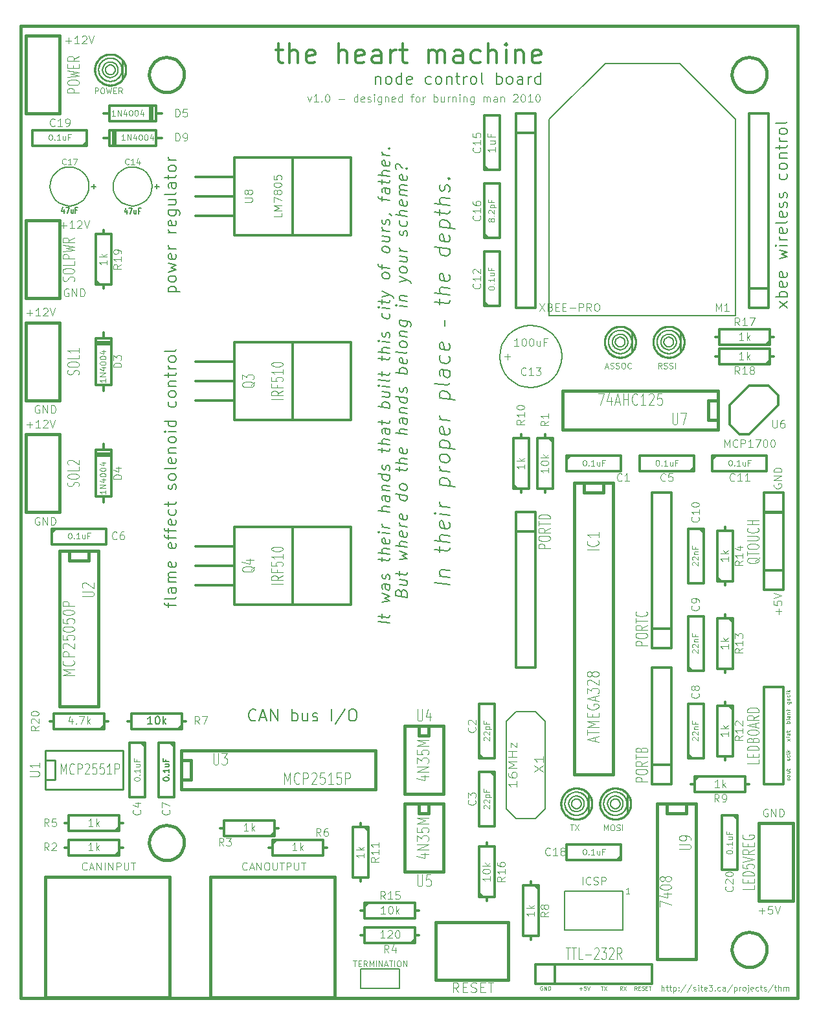
<source format=gto>
G04 (created by PCBNEW-RS274X (2010-05-05 BZR 2356)-stable) date 7/8/2010 2:38:29 PM*
G01*
G70*
G90*
%MOIN*%
G04 Gerber Fmt 3.4, Leading zero omitted, Abs format*
%FSLAX34Y34*%
G04 APERTURE LIST*
%ADD10C,0.001000*%
%ADD11C,0.004000*%
%ADD12C,0.002000*%
%ADD13C,0.008000*%
%ADD14C,0.006000*%
%ADD15C,0.012000*%
%ADD16C,0.015000*%
%ADD17C,0.007000*%
%ADD18C,0.005000*%
%ADD19C,0.010000*%
%ADD20C,0.003500*%
%ADD21C,0.007500*%
G04 APERTURE END LIST*
G54D10*
G54D11*
X69336Y-59121D02*
X69164Y-59121D01*
X69250Y-59121D02*
X69250Y-58821D01*
X69221Y-58864D01*
X69193Y-58893D01*
X69164Y-58907D01*
G54D12*
X69710Y-64081D02*
X69643Y-63986D01*
X69596Y-64081D02*
X69596Y-63881D01*
X69672Y-63881D01*
X69691Y-63890D01*
X69700Y-63900D01*
X69710Y-63919D01*
X69710Y-63948D01*
X69700Y-63967D01*
X69691Y-63976D01*
X69672Y-63986D01*
X69596Y-63986D01*
X69796Y-63976D02*
X69862Y-63976D01*
X69891Y-64081D02*
X69796Y-64081D01*
X69796Y-63881D01*
X69891Y-63881D01*
X69967Y-64071D02*
X69996Y-64081D01*
X70043Y-64081D01*
X70062Y-64071D01*
X70072Y-64062D01*
X70081Y-64043D01*
X70081Y-64024D01*
X70072Y-64005D01*
X70062Y-63995D01*
X70043Y-63986D01*
X70005Y-63976D01*
X69986Y-63967D01*
X69977Y-63957D01*
X69967Y-63938D01*
X69967Y-63919D01*
X69977Y-63900D01*
X69986Y-63890D01*
X70005Y-63881D01*
X70053Y-63881D01*
X70081Y-63890D01*
X70167Y-63976D02*
X70233Y-63976D01*
X70262Y-64081D02*
X70167Y-64081D01*
X70167Y-63881D01*
X70262Y-63881D01*
X70319Y-63881D02*
X70433Y-63881D01*
X70376Y-64081D02*
X70376Y-63881D01*
X68967Y-64081D02*
X68900Y-63986D01*
X68853Y-64081D02*
X68853Y-63881D01*
X68929Y-63881D01*
X68948Y-63890D01*
X68957Y-63900D01*
X68967Y-63919D01*
X68967Y-63948D01*
X68957Y-63967D01*
X68948Y-63976D01*
X68929Y-63986D01*
X68853Y-63986D01*
X69034Y-63881D02*
X69167Y-64081D01*
X69167Y-63881D02*
X69034Y-64081D01*
X67848Y-63881D02*
X67962Y-63881D01*
X67905Y-64081D02*
X67905Y-63881D01*
X68010Y-63881D02*
X68143Y-64081D01*
X68143Y-63881D02*
X68010Y-64081D01*
X66744Y-64005D02*
X66896Y-64005D01*
X66820Y-64081D02*
X66820Y-63929D01*
X67087Y-63881D02*
X66992Y-63881D01*
X66982Y-63976D01*
X66992Y-63967D01*
X67011Y-63957D01*
X67058Y-63957D01*
X67077Y-63967D01*
X67087Y-63976D01*
X67096Y-63995D01*
X67096Y-64043D01*
X67087Y-64062D01*
X67077Y-64071D01*
X67058Y-64081D01*
X67011Y-64081D01*
X66992Y-64071D01*
X66982Y-64062D01*
X67153Y-63881D02*
X67220Y-64081D01*
X67286Y-63881D01*
X64847Y-63890D02*
X64828Y-63881D01*
X64800Y-63881D01*
X64771Y-63890D01*
X64752Y-63910D01*
X64743Y-63929D01*
X64733Y-63967D01*
X64733Y-63995D01*
X64743Y-64033D01*
X64752Y-64052D01*
X64771Y-64071D01*
X64800Y-64081D01*
X64819Y-64081D01*
X64847Y-64071D01*
X64857Y-64062D01*
X64857Y-63995D01*
X64819Y-63995D01*
X64943Y-64081D02*
X64943Y-63881D01*
X65057Y-64081D01*
X65057Y-63881D01*
X65153Y-64081D02*
X65153Y-63881D01*
X65200Y-63881D01*
X65229Y-63890D01*
X65248Y-63910D01*
X65257Y-63929D01*
X65267Y-63967D01*
X65267Y-63995D01*
X65257Y-64033D01*
X65248Y-64052D01*
X65229Y-64071D01*
X65200Y-64081D01*
X65153Y-64081D01*
G54D13*
X45593Y-28178D02*
X46193Y-28178D01*
X45621Y-28178D02*
X45593Y-28121D01*
X45593Y-28007D01*
X45621Y-27950D01*
X45650Y-27921D01*
X45707Y-27892D01*
X45879Y-27892D01*
X45936Y-27921D01*
X45964Y-27950D01*
X45993Y-28007D01*
X45993Y-28121D01*
X45964Y-28178D01*
X45993Y-27549D02*
X45964Y-27607D01*
X45936Y-27635D01*
X45879Y-27664D01*
X45707Y-27664D01*
X45650Y-27635D01*
X45621Y-27607D01*
X45593Y-27549D01*
X45593Y-27464D01*
X45621Y-27407D01*
X45650Y-27378D01*
X45707Y-27349D01*
X45879Y-27349D01*
X45936Y-27378D01*
X45964Y-27407D01*
X45993Y-27464D01*
X45993Y-27549D01*
X45593Y-27149D02*
X45993Y-27035D01*
X45707Y-26921D01*
X45993Y-26806D01*
X45593Y-26692D01*
X45964Y-26235D02*
X45993Y-26292D01*
X45993Y-26406D01*
X45964Y-26463D01*
X45907Y-26492D01*
X45679Y-26492D01*
X45621Y-26463D01*
X45593Y-26406D01*
X45593Y-26292D01*
X45621Y-26235D01*
X45679Y-26206D01*
X45736Y-26206D01*
X45793Y-26492D01*
X45993Y-25949D02*
X45593Y-25949D01*
X45707Y-25949D02*
X45650Y-25921D01*
X45621Y-25892D01*
X45593Y-25835D01*
X45593Y-25778D01*
X45993Y-25121D02*
X45593Y-25121D01*
X45707Y-25121D02*
X45650Y-25093D01*
X45621Y-25064D01*
X45593Y-25007D01*
X45593Y-24950D01*
X45964Y-24522D02*
X45993Y-24579D01*
X45993Y-24693D01*
X45964Y-24750D01*
X45907Y-24779D01*
X45679Y-24779D01*
X45621Y-24750D01*
X45593Y-24693D01*
X45593Y-24579D01*
X45621Y-24522D01*
X45679Y-24493D01*
X45736Y-24493D01*
X45793Y-24779D01*
X45593Y-23979D02*
X46079Y-23979D01*
X46136Y-24008D01*
X46164Y-24036D01*
X46193Y-24093D01*
X46193Y-24179D01*
X46164Y-24236D01*
X45964Y-23979D02*
X45993Y-24036D01*
X45993Y-24150D01*
X45964Y-24208D01*
X45936Y-24236D01*
X45879Y-24265D01*
X45707Y-24265D01*
X45650Y-24236D01*
X45621Y-24208D01*
X45593Y-24150D01*
X45593Y-24036D01*
X45621Y-23979D01*
X45593Y-23436D02*
X45993Y-23436D01*
X45593Y-23693D02*
X45907Y-23693D01*
X45964Y-23665D01*
X45993Y-23607D01*
X45993Y-23522D01*
X45964Y-23465D01*
X45936Y-23436D01*
X45993Y-23064D02*
X45964Y-23122D01*
X45907Y-23150D01*
X45393Y-23150D01*
X45993Y-22579D02*
X45679Y-22579D01*
X45621Y-22608D01*
X45593Y-22665D01*
X45593Y-22779D01*
X45621Y-22836D01*
X45964Y-22579D02*
X45993Y-22636D01*
X45993Y-22779D01*
X45964Y-22836D01*
X45907Y-22865D01*
X45850Y-22865D01*
X45793Y-22836D01*
X45764Y-22779D01*
X45764Y-22636D01*
X45736Y-22579D01*
X45593Y-22379D02*
X45593Y-22150D01*
X45393Y-22293D02*
X45907Y-22293D01*
X45964Y-22265D01*
X45993Y-22207D01*
X45993Y-22150D01*
X45993Y-21864D02*
X45964Y-21922D01*
X45936Y-21950D01*
X45879Y-21979D01*
X45707Y-21979D01*
X45650Y-21950D01*
X45621Y-21922D01*
X45593Y-21864D01*
X45593Y-21779D01*
X45621Y-21722D01*
X45650Y-21693D01*
X45707Y-21664D01*
X45879Y-21664D01*
X45936Y-21693D01*
X45964Y-21722D01*
X45993Y-21779D01*
X45993Y-21864D01*
X45993Y-21407D02*
X45593Y-21407D01*
X45707Y-21407D02*
X45650Y-21379D01*
X45621Y-21350D01*
X45593Y-21293D01*
X45593Y-21236D01*
G54D11*
X70974Y-64121D02*
X70974Y-63821D01*
X71103Y-64121D02*
X71103Y-63964D01*
X71089Y-63936D01*
X71060Y-63921D01*
X71017Y-63921D01*
X70989Y-63936D01*
X70974Y-63950D01*
X71203Y-63921D02*
X71317Y-63921D01*
X71245Y-63821D02*
X71245Y-64079D01*
X71260Y-64107D01*
X71288Y-64121D01*
X71317Y-64121D01*
X71374Y-63921D02*
X71488Y-63921D01*
X71416Y-63821D02*
X71416Y-64079D01*
X71431Y-64107D01*
X71459Y-64121D01*
X71488Y-64121D01*
X71587Y-63921D02*
X71587Y-64221D01*
X71587Y-63936D02*
X71616Y-63921D01*
X71673Y-63921D01*
X71702Y-63936D01*
X71716Y-63950D01*
X71730Y-63979D01*
X71730Y-64064D01*
X71716Y-64093D01*
X71702Y-64107D01*
X71673Y-64121D01*
X71616Y-64121D01*
X71587Y-64107D01*
X71858Y-64093D02*
X71873Y-64107D01*
X71858Y-64121D01*
X71844Y-64107D01*
X71858Y-64093D01*
X71858Y-64121D01*
X71858Y-63936D02*
X71873Y-63950D01*
X71858Y-63964D01*
X71844Y-63950D01*
X71858Y-63936D01*
X71858Y-63964D01*
X72216Y-63807D02*
X71959Y-64193D01*
X72530Y-63807D02*
X72273Y-64193D01*
X72615Y-64107D02*
X72644Y-64121D01*
X72701Y-64121D01*
X72729Y-64107D01*
X72744Y-64079D01*
X72744Y-64064D01*
X72729Y-64036D01*
X72701Y-64021D01*
X72658Y-64021D01*
X72629Y-64007D01*
X72615Y-63979D01*
X72615Y-63964D01*
X72629Y-63936D01*
X72658Y-63921D01*
X72701Y-63921D01*
X72729Y-63936D01*
X72872Y-64121D02*
X72872Y-63921D01*
X72872Y-63821D02*
X72858Y-63836D01*
X72872Y-63850D01*
X72887Y-63836D01*
X72872Y-63821D01*
X72872Y-63850D01*
X72973Y-63921D02*
X73087Y-63921D01*
X73015Y-63821D02*
X73015Y-64079D01*
X73030Y-64107D01*
X73058Y-64121D01*
X73087Y-64121D01*
X73301Y-64107D02*
X73272Y-64121D01*
X73215Y-64121D01*
X73186Y-64107D01*
X73172Y-64079D01*
X73172Y-63964D01*
X73186Y-63936D01*
X73215Y-63921D01*
X73272Y-63921D01*
X73301Y-63936D01*
X73315Y-63964D01*
X73315Y-63993D01*
X73172Y-64021D01*
X73415Y-63821D02*
X73601Y-63821D01*
X73501Y-63936D01*
X73543Y-63936D01*
X73572Y-63950D01*
X73586Y-63964D01*
X73601Y-63993D01*
X73601Y-64064D01*
X73586Y-64093D01*
X73572Y-64107D01*
X73543Y-64121D01*
X73458Y-64121D01*
X73429Y-64107D01*
X73415Y-64093D01*
X73729Y-64093D02*
X73744Y-64107D01*
X73729Y-64121D01*
X73715Y-64107D01*
X73729Y-64093D01*
X73729Y-64121D01*
X74001Y-64107D02*
X73972Y-64121D01*
X73915Y-64121D01*
X73887Y-64107D01*
X73872Y-64093D01*
X73858Y-64064D01*
X73858Y-63979D01*
X73872Y-63950D01*
X73887Y-63936D01*
X73915Y-63921D01*
X73972Y-63921D01*
X74001Y-63936D01*
X74258Y-64121D02*
X74258Y-63964D01*
X74244Y-63936D01*
X74215Y-63921D01*
X74158Y-63921D01*
X74129Y-63936D01*
X74258Y-64107D02*
X74229Y-64121D01*
X74158Y-64121D01*
X74129Y-64107D01*
X74115Y-64079D01*
X74115Y-64050D01*
X74129Y-64021D01*
X74158Y-64007D01*
X74229Y-64007D01*
X74258Y-63993D01*
X74615Y-63807D02*
X74358Y-64193D01*
X74714Y-63921D02*
X74714Y-64221D01*
X74714Y-63936D02*
X74743Y-63921D01*
X74800Y-63921D01*
X74829Y-63936D01*
X74843Y-63950D01*
X74857Y-63979D01*
X74857Y-64064D01*
X74843Y-64093D01*
X74829Y-64107D01*
X74800Y-64121D01*
X74743Y-64121D01*
X74714Y-64107D01*
X74985Y-64121D02*
X74985Y-63921D01*
X74985Y-63979D02*
X75000Y-63950D01*
X75014Y-63936D01*
X75043Y-63921D01*
X75071Y-63921D01*
X75214Y-64121D02*
X75186Y-64107D01*
X75171Y-64093D01*
X75157Y-64064D01*
X75157Y-63979D01*
X75171Y-63950D01*
X75186Y-63936D01*
X75214Y-63921D01*
X75257Y-63921D01*
X75286Y-63936D01*
X75300Y-63950D01*
X75314Y-63979D01*
X75314Y-64064D01*
X75300Y-64093D01*
X75286Y-64107D01*
X75257Y-64121D01*
X75214Y-64121D01*
X75442Y-63921D02*
X75442Y-64179D01*
X75428Y-64207D01*
X75400Y-64221D01*
X75385Y-64221D01*
X75442Y-63821D02*
X75428Y-63836D01*
X75442Y-63850D01*
X75457Y-63836D01*
X75442Y-63821D01*
X75442Y-63850D01*
X75700Y-64107D02*
X75671Y-64121D01*
X75614Y-64121D01*
X75585Y-64107D01*
X75571Y-64079D01*
X75571Y-63964D01*
X75585Y-63936D01*
X75614Y-63921D01*
X75671Y-63921D01*
X75700Y-63936D01*
X75714Y-63964D01*
X75714Y-63993D01*
X75571Y-64021D01*
X75971Y-64107D02*
X75942Y-64121D01*
X75885Y-64121D01*
X75857Y-64107D01*
X75842Y-64093D01*
X75828Y-64064D01*
X75828Y-63979D01*
X75842Y-63950D01*
X75857Y-63936D01*
X75885Y-63921D01*
X75942Y-63921D01*
X75971Y-63936D01*
X76057Y-63921D02*
X76171Y-63921D01*
X76099Y-63821D02*
X76099Y-64079D01*
X76114Y-64107D01*
X76142Y-64121D01*
X76171Y-64121D01*
X76256Y-64107D02*
X76285Y-64121D01*
X76342Y-64121D01*
X76370Y-64107D01*
X76385Y-64079D01*
X76385Y-64064D01*
X76370Y-64036D01*
X76342Y-64021D01*
X76299Y-64021D01*
X76270Y-64007D01*
X76256Y-63979D01*
X76256Y-63964D01*
X76270Y-63936D01*
X76299Y-63921D01*
X76342Y-63921D01*
X76370Y-63936D01*
X76728Y-63807D02*
X76471Y-64193D01*
X76785Y-63921D02*
X76899Y-63921D01*
X76827Y-63821D02*
X76827Y-64079D01*
X76842Y-64107D01*
X76870Y-64121D01*
X76899Y-64121D01*
X76998Y-64121D02*
X76998Y-63821D01*
X77127Y-64121D02*
X77127Y-63964D01*
X77113Y-63936D01*
X77084Y-63921D01*
X77041Y-63921D01*
X77013Y-63936D01*
X76998Y-63950D01*
X77269Y-64121D02*
X77269Y-63921D01*
X77269Y-63950D02*
X77284Y-63936D01*
X77312Y-63921D01*
X77355Y-63921D01*
X77384Y-63936D01*
X77398Y-63964D01*
X77398Y-64121D01*
X77398Y-63964D02*
X77412Y-63936D01*
X77441Y-63921D01*
X77484Y-63921D01*
X77512Y-63936D01*
X77527Y-63964D01*
X77527Y-64121D01*
X52758Y-18145D02*
X52853Y-18412D01*
X52949Y-18145D01*
X53311Y-18412D02*
X53082Y-18412D01*
X53196Y-18412D02*
X53196Y-18012D01*
X53158Y-18069D01*
X53120Y-18107D01*
X53082Y-18126D01*
X53482Y-18374D02*
X53501Y-18393D01*
X53482Y-18412D01*
X53463Y-18393D01*
X53482Y-18374D01*
X53482Y-18412D01*
X53748Y-18012D02*
X53787Y-18012D01*
X53825Y-18031D01*
X53844Y-18050D01*
X53863Y-18088D01*
X53882Y-18164D01*
X53882Y-18260D01*
X53863Y-18336D01*
X53844Y-18374D01*
X53825Y-18393D01*
X53787Y-18412D01*
X53748Y-18412D01*
X53710Y-18393D01*
X53691Y-18374D01*
X53672Y-18336D01*
X53653Y-18260D01*
X53653Y-18164D01*
X53672Y-18088D01*
X53691Y-18050D01*
X53710Y-18031D01*
X53748Y-18012D01*
X54358Y-18260D02*
X54663Y-18260D01*
X55330Y-18412D02*
X55330Y-18012D01*
X55330Y-18393D02*
X55292Y-18412D01*
X55215Y-18412D01*
X55177Y-18393D01*
X55158Y-18374D01*
X55139Y-18336D01*
X55139Y-18221D01*
X55158Y-18183D01*
X55177Y-18164D01*
X55215Y-18145D01*
X55292Y-18145D01*
X55330Y-18164D01*
X55673Y-18393D02*
X55635Y-18412D01*
X55558Y-18412D01*
X55520Y-18393D01*
X55501Y-18355D01*
X55501Y-18202D01*
X55520Y-18164D01*
X55558Y-18145D01*
X55635Y-18145D01*
X55673Y-18164D01*
X55692Y-18202D01*
X55692Y-18240D01*
X55501Y-18279D01*
X55844Y-18393D02*
X55882Y-18412D01*
X55958Y-18412D01*
X55997Y-18393D01*
X56016Y-18355D01*
X56016Y-18336D01*
X55997Y-18298D01*
X55958Y-18279D01*
X55901Y-18279D01*
X55863Y-18260D01*
X55844Y-18221D01*
X55844Y-18202D01*
X55863Y-18164D01*
X55901Y-18145D01*
X55958Y-18145D01*
X55997Y-18164D01*
X56187Y-18412D02*
X56187Y-18145D01*
X56187Y-18012D02*
X56168Y-18031D01*
X56187Y-18050D01*
X56206Y-18031D01*
X56187Y-18012D01*
X56187Y-18050D01*
X56549Y-18145D02*
X56549Y-18469D01*
X56530Y-18507D01*
X56511Y-18526D01*
X56472Y-18545D01*
X56415Y-18545D01*
X56377Y-18526D01*
X56549Y-18393D02*
X56511Y-18412D01*
X56434Y-18412D01*
X56396Y-18393D01*
X56377Y-18374D01*
X56358Y-18336D01*
X56358Y-18221D01*
X56377Y-18183D01*
X56396Y-18164D01*
X56434Y-18145D01*
X56511Y-18145D01*
X56549Y-18164D01*
X56739Y-18145D02*
X56739Y-18412D01*
X56739Y-18183D02*
X56758Y-18164D01*
X56796Y-18145D01*
X56854Y-18145D01*
X56892Y-18164D01*
X56911Y-18202D01*
X56911Y-18412D01*
X57254Y-18393D02*
X57216Y-18412D01*
X57139Y-18412D01*
X57101Y-18393D01*
X57082Y-18355D01*
X57082Y-18202D01*
X57101Y-18164D01*
X57139Y-18145D01*
X57216Y-18145D01*
X57254Y-18164D01*
X57273Y-18202D01*
X57273Y-18240D01*
X57082Y-18279D01*
X57616Y-18412D02*
X57616Y-18012D01*
X57616Y-18393D02*
X57578Y-18412D01*
X57501Y-18412D01*
X57463Y-18393D01*
X57444Y-18374D01*
X57425Y-18336D01*
X57425Y-18221D01*
X57444Y-18183D01*
X57463Y-18164D01*
X57501Y-18145D01*
X57578Y-18145D01*
X57616Y-18164D01*
X58054Y-18145D02*
X58206Y-18145D01*
X58111Y-18412D02*
X58111Y-18069D01*
X58130Y-18031D01*
X58168Y-18012D01*
X58206Y-18012D01*
X58397Y-18412D02*
X58359Y-18393D01*
X58340Y-18374D01*
X58321Y-18336D01*
X58321Y-18221D01*
X58340Y-18183D01*
X58359Y-18164D01*
X58397Y-18145D01*
X58455Y-18145D01*
X58493Y-18164D01*
X58512Y-18183D01*
X58531Y-18221D01*
X58531Y-18336D01*
X58512Y-18374D01*
X58493Y-18393D01*
X58455Y-18412D01*
X58397Y-18412D01*
X58702Y-18412D02*
X58702Y-18145D01*
X58702Y-18221D02*
X58721Y-18183D01*
X58740Y-18164D01*
X58778Y-18145D01*
X58817Y-18145D01*
X59255Y-18412D02*
X59255Y-18012D01*
X59255Y-18164D02*
X59293Y-18145D01*
X59370Y-18145D01*
X59408Y-18164D01*
X59427Y-18183D01*
X59446Y-18221D01*
X59446Y-18336D01*
X59427Y-18374D01*
X59408Y-18393D01*
X59370Y-18412D01*
X59293Y-18412D01*
X59255Y-18393D01*
X59789Y-18145D02*
X59789Y-18412D01*
X59617Y-18145D02*
X59617Y-18355D01*
X59636Y-18393D01*
X59674Y-18412D01*
X59732Y-18412D01*
X59770Y-18393D01*
X59789Y-18374D01*
X59979Y-18412D02*
X59979Y-18145D01*
X59979Y-18221D02*
X59998Y-18183D01*
X60017Y-18164D01*
X60055Y-18145D01*
X60094Y-18145D01*
X60227Y-18145D02*
X60227Y-18412D01*
X60227Y-18183D02*
X60246Y-18164D01*
X60284Y-18145D01*
X60342Y-18145D01*
X60380Y-18164D01*
X60399Y-18202D01*
X60399Y-18412D01*
X60589Y-18412D02*
X60589Y-18145D01*
X60589Y-18012D02*
X60570Y-18031D01*
X60589Y-18050D01*
X60608Y-18031D01*
X60589Y-18012D01*
X60589Y-18050D01*
X60779Y-18145D02*
X60779Y-18412D01*
X60779Y-18183D02*
X60798Y-18164D01*
X60836Y-18145D01*
X60894Y-18145D01*
X60932Y-18164D01*
X60951Y-18202D01*
X60951Y-18412D01*
X61313Y-18145D02*
X61313Y-18469D01*
X61294Y-18507D01*
X61275Y-18526D01*
X61236Y-18545D01*
X61179Y-18545D01*
X61141Y-18526D01*
X61313Y-18393D02*
X61275Y-18412D01*
X61198Y-18412D01*
X61160Y-18393D01*
X61141Y-18374D01*
X61122Y-18336D01*
X61122Y-18221D01*
X61141Y-18183D01*
X61160Y-18164D01*
X61198Y-18145D01*
X61275Y-18145D01*
X61313Y-18164D01*
X61808Y-18412D02*
X61808Y-18145D01*
X61808Y-18183D02*
X61827Y-18164D01*
X61865Y-18145D01*
X61923Y-18145D01*
X61961Y-18164D01*
X61980Y-18202D01*
X61980Y-18412D01*
X61980Y-18202D02*
X61999Y-18164D01*
X62037Y-18145D01*
X62094Y-18145D01*
X62132Y-18164D01*
X62151Y-18202D01*
X62151Y-18412D01*
X62513Y-18412D02*
X62513Y-18202D01*
X62494Y-18164D01*
X62456Y-18145D01*
X62379Y-18145D01*
X62341Y-18164D01*
X62513Y-18393D02*
X62475Y-18412D01*
X62379Y-18412D01*
X62341Y-18393D01*
X62322Y-18355D01*
X62322Y-18317D01*
X62341Y-18279D01*
X62379Y-18260D01*
X62475Y-18260D01*
X62513Y-18240D01*
X62703Y-18145D02*
X62703Y-18412D01*
X62703Y-18183D02*
X62722Y-18164D01*
X62760Y-18145D01*
X62818Y-18145D01*
X62856Y-18164D01*
X62875Y-18202D01*
X62875Y-18412D01*
X63351Y-18050D02*
X63370Y-18031D01*
X63408Y-18012D01*
X63504Y-18012D01*
X63542Y-18031D01*
X63561Y-18050D01*
X63580Y-18088D01*
X63580Y-18126D01*
X63561Y-18183D01*
X63332Y-18412D01*
X63580Y-18412D01*
X63827Y-18012D02*
X63866Y-18012D01*
X63904Y-18031D01*
X63923Y-18050D01*
X63942Y-18088D01*
X63961Y-18164D01*
X63961Y-18260D01*
X63942Y-18336D01*
X63923Y-18374D01*
X63904Y-18393D01*
X63866Y-18412D01*
X63827Y-18412D01*
X63789Y-18393D01*
X63770Y-18374D01*
X63751Y-18336D01*
X63732Y-18260D01*
X63732Y-18164D01*
X63751Y-18088D01*
X63770Y-18050D01*
X63789Y-18031D01*
X63827Y-18012D01*
X64342Y-18412D02*
X64113Y-18412D01*
X64227Y-18412D02*
X64227Y-18012D01*
X64189Y-18069D01*
X64151Y-18107D01*
X64113Y-18126D01*
X64589Y-18012D02*
X64628Y-18012D01*
X64666Y-18031D01*
X64685Y-18050D01*
X64704Y-18088D01*
X64723Y-18164D01*
X64723Y-18260D01*
X64704Y-18336D01*
X64685Y-18374D01*
X64666Y-18393D01*
X64628Y-18412D01*
X64589Y-18412D01*
X64551Y-18393D01*
X64532Y-18374D01*
X64513Y-18336D01*
X64494Y-18260D01*
X64494Y-18164D01*
X64513Y-18088D01*
X64532Y-18050D01*
X64551Y-18031D01*
X64589Y-18012D01*
G54D12*
X77448Y-49257D02*
X77610Y-49257D01*
X77629Y-49266D01*
X77638Y-49276D01*
X77648Y-49295D01*
X77648Y-49323D01*
X77638Y-49342D01*
X77571Y-49257D02*
X77581Y-49276D01*
X77581Y-49314D01*
X77571Y-49333D01*
X77562Y-49342D01*
X77543Y-49352D01*
X77486Y-49352D01*
X77467Y-49342D01*
X77457Y-49333D01*
X77448Y-49314D01*
X77448Y-49276D01*
X77457Y-49257D01*
X77571Y-49171D02*
X77581Y-49152D01*
X77581Y-49114D01*
X77571Y-49095D01*
X77552Y-49085D01*
X77543Y-49085D01*
X77524Y-49095D01*
X77514Y-49114D01*
X77514Y-49142D01*
X77505Y-49161D01*
X77486Y-49171D01*
X77476Y-49171D01*
X77457Y-49161D01*
X77448Y-49142D01*
X77448Y-49114D01*
X77457Y-49095D01*
X77571Y-48914D02*
X77581Y-48933D01*
X77581Y-48971D01*
X77571Y-48990D01*
X77562Y-48999D01*
X77543Y-49009D01*
X77486Y-49009D01*
X77467Y-48999D01*
X77457Y-48990D01*
X77448Y-48971D01*
X77448Y-48933D01*
X77457Y-48914D01*
X77581Y-48800D02*
X77571Y-48819D01*
X77552Y-48828D01*
X77381Y-48828D01*
X77581Y-48723D02*
X77381Y-48723D01*
X77505Y-48704D02*
X77581Y-48647D01*
X77448Y-48647D02*
X77524Y-48723D01*
X77581Y-50357D02*
X77381Y-50357D01*
X77457Y-50357D02*
X77448Y-50338D01*
X77448Y-50300D01*
X77457Y-50281D01*
X77467Y-50272D01*
X77486Y-50262D01*
X77543Y-50262D01*
X77562Y-50272D01*
X77571Y-50281D01*
X77581Y-50300D01*
X77581Y-50338D01*
X77571Y-50357D01*
X77581Y-50148D02*
X77571Y-50167D01*
X77552Y-50176D01*
X77381Y-50176D01*
X77581Y-49986D02*
X77476Y-49986D01*
X77457Y-49995D01*
X77448Y-50014D01*
X77448Y-50052D01*
X77457Y-50071D01*
X77571Y-49986D02*
X77581Y-50005D01*
X77581Y-50052D01*
X77571Y-50071D01*
X77552Y-50081D01*
X77533Y-50081D01*
X77514Y-50071D01*
X77505Y-50052D01*
X77505Y-50005D01*
X77495Y-49986D01*
X77448Y-49890D02*
X77581Y-49890D01*
X77467Y-49890D02*
X77457Y-49881D01*
X77448Y-49862D01*
X77448Y-49833D01*
X77457Y-49814D01*
X77476Y-49805D01*
X77581Y-49805D01*
X77581Y-49709D02*
X77381Y-49709D01*
X77505Y-49690D02*
X77581Y-49633D01*
X77448Y-49633D02*
X77524Y-49709D01*
X77581Y-51252D02*
X77448Y-51148D01*
X77448Y-51252D02*
X77581Y-51148D01*
X77581Y-51043D02*
X77571Y-51062D01*
X77552Y-51071D01*
X77381Y-51071D01*
X77581Y-50881D02*
X77476Y-50881D01*
X77457Y-50890D01*
X77448Y-50909D01*
X77448Y-50947D01*
X77457Y-50966D01*
X77571Y-50881D02*
X77581Y-50900D01*
X77581Y-50947D01*
X77571Y-50966D01*
X77552Y-50976D01*
X77533Y-50976D01*
X77514Y-50966D01*
X77505Y-50947D01*
X77505Y-50900D01*
X77495Y-50881D01*
X77448Y-50814D02*
X77448Y-50738D01*
X77381Y-50785D02*
X77552Y-50785D01*
X77571Y-50776D01*
X77581Y-50757D01*
X77581Y-50738D01*
X77571Y-52262D02*
X77581Y-52243D01*
X77581Y-52205D01*
X77571Y-52186D01*
X77552Y-52176D01*
X77543Y-52176D01*
X77524Y-52186D01*
X77514Y-52205D01*
X77514Y-52233D01*
X77505Y-52252D01*
X77486Y-52262D01*
X77476Y-52262D01*
X77457Y-52252D01*
X77448Y-52233D01*
X77448Y-52205D01*
X77457Y-52186D01*
X77571Y-52005D02*
X77581Y-52024D01*
X77581Y-52062D01*
X77571Y-52081D01*
X77562Y-52090D01*
X77543Y-52100D01*
X77486Y-52100D01*
X77467Y-52090D01*
X77457Y-52081D01*
X77448Y-52062D01*
X77448Y-52024D01*
X77457Y-52005D01*
X77581Y-51891D02*
X77571Y-51910D01*
X77552Y-51919D01*
X77381Y-51919D01*
X77581Y-51814D02*
X77381Y-51814D01*
X77505Y-51795D02*
X77581Y-51738D01*
X77448Y-51738D02*
X77524Y-51814D01*
X77571Y-53281D02*
X77581Y-53262D01*
X77581Y-53224D01*
X77571Y-53205D01*
X77552Y-53195D01*
X77543Y-53195D01*
X77524Y-53205D01*
X77514Y-53224D01*
X77514Y-53252D01*
X77505Y-53271D01*
X77486Y-53281D01*
X77476Y-53281D01*
X77457Y-53271D01*
X77448Y-53252D01*
X77448Y-53224D01*
X77457Y-53205D01*
X77581Y-53081D02*
X77571Y-53100D01*
X77562Y-53109D01*
X77543Y-53119D01*
X77486Y-53119D01*
X77467Y-53109D01*
X77457Y-53100D01*
X77448Y-53081D01*
X77448Y-53052D01*
X77457Y-53033D01*
X77467Y-53024D01*
X77486Y-53014D01*
X77543Y-53014D01*
X77562Y-53024D01*
X77571Y-53033D01*
X77581Y-53052D01*
X77581Y-53081D01*
X77448Y-52843D02*
X77581Y-52843D01*
X77448Y-52928D02*
X77552Y-52928D01*
X77571Y-52919D01*
X77581Y-52900D01*
X77581Y-52871D01*
X77571Y-52852D01*
X77562Y-52843D01*
X77448Y-52776D02*
X77448Y-52700D01*
X77381Y-52747D02*
X77552Y-52747D01*
X77571Y-52738D01*
X77581Y-52719D01*
X77581Y-52700D01*
G54D11*
X76446Y-54781D02*
X76408Y-54762D01*
X76351Y-54762D01*
X76293Y-54781D01*
X76255Y-54819D01*
X76236Y-54857D01*
X76217Y-54933D01*
X76217Y-54990D01*
X76236Y-55067D01*
X76255Y-55105D01*
X76293Y-55143D01*
X76351Y-55162D01*
X76389Y-55162D01*
X76446Y-55143D01*
X76465Y-55124D01*
X76465Y-54990D01*
X76389Y-54990D01*
X76636Y-55162D02*
X76636Y-54762D01*
X76865Y-55162D01*
X76865Y-54762D01*
X77055Y-55162D02*
X77055Y-54762D01*
X77150Y-54762D01*
X77208Y-54781D01*
X77246Y-54819D01*
X77265Y-54857D01*
X77284Y-54933D01*
X77284Y-54990D01*
X77265Y-55067D01*
X77246Y-55105D01*
X77208Y-55143D01*
X77150Y-55162D01*
X77055Y-55162D01*
X75986Y-60010D02*
X76291Y-60010D01*
X76139Y-60162D02*
X76139Y-59857D01*
X76672Y-59762D02*
X76481Y-59762D01*
X76462Y-59952D01*
X76481Y-59933D01*
X76519Y-59914D01*
X76615Y-59914D01*
X76653Y-59933D01*
X76672Y-59952D01*
X76691Y-59990D01*
X76691Y-60086D01*
X76672Y-60124D01*
X76653Y-60143D01*
X76615Y-60162D01*
X76519Y-60162D01*
X76481Y-60143D01*
X76462Y-60124D01*
X76805Y-59762D02*
X76938Y-60162D01*
X77072Y-59762D01*
X40446Y-28031D02*
X40408Y-28012D01*
X40351Y-28012D01*
X40293Y-28031D01*
X40255Y-28069D01*
X40236Y-28107D01*
X40217Y-28183D01*
X40217Y-28240D01*
X40236Y-28317D01*
X40255Y-28355D01*
X40293Y-28393D01*
X40351Y-28412D01*
X40389Y-28412D01*
X40446Y-28393D01*
X40465Y-28374D01*
X40465Y-28240D01*
X40389Y-28240D01*
X40636Y-28412D02*
X40636Y-28012D01*
X40865Y-28412D01*
X40865Y-28012D01*
X41055Y-28412D02*
X41055Y-28012D01*
X41150Y-28012D01*
X41208Y-28031D01*
X41246Y-28069D01*
X41265Y-28107D01*
X41284Y-28183D01*
X41284Y-28240D01*
X41265Y-28317D01*
X41246Y-28355D01*
X41208Y-28393D01*
X41150Y-28412D01*
X41055Y-28412D01*
X38946Y-39781D02*
X38908Y-39762D01*
X38851Y-39762D01*
X38793Y-39781D01*
X38755Y-39819D01*
X38736Y-39857D01*
X38717Y-39933D01*
X38717Y-39990D01*
X38736Y-40067D01*
X38755Y-40105D01*
X38793Y-40143D01*
X38851Y-40162D01*
X38889Y-40162D01*
X38946Y-40143D01*
X38965Y-40124D01*
X38965Y-39990D01*
X38889Y-39990D01*
X39136Y-40162D02*
X39136Y-39762D01*
X39365Y-40162D01*
X39365Y-39762D01*
X39555Y-40162D02*
X39555Y-39762D01*
X39650Y-39762D01*
X39708Y-39781D01*
X39746Y-39819D01*
X39765Y-39857D01*
X39784Y-39933D01*
X39784Y-39990D01*
X39765Y-40067D01*
X39746Y-40105D01*
X39708Y-40143D01*
X39650Y-40162D01*
X39555Y-40162D01*
X38295Y-35010D02*
X38600Y-35010D01*
X38448Y-35162D02*
X38448Y-34857D01*
X39000Y-35162D02*
X38771Y-35162D01*
X38885Y-35162D02*
X38885Y-34762D01*
X38847Y-34819D01*
X38809Y-34857D01*
X38771Y-34876D01*
X39152Y-34800D02*
X39171Y-34781D01*
X39209Y-34762D01*
X39305Y-34762D01*
X39343Y-34781D01*
X39362Y-34800D01*
X39381Y-34838D01*
X39381Y-34876D01*
X39362Y-34933D01*
X39133Y-35162D01*
X39381Y-35162D01*
X39495Y-34762D02*
X39628Y-35162D01*
X39762Y-34762D01*
X38946Y-34031D02*
X38908Y-34012D01*
X38851Y-34012D01*
X38793Y-34031D01*
X38755Y-34069D01*
X38736Y-34107D01*
X38717Y-34183D01*
X38717Y-34240D01*
X38736Y-34317D01*
X38755Y-34355D01*
X38793Y-34393D01*
X38851Y-34412D01*
X38889Y-34412D01*
X38946Y-34393D01*
X38965Y-34374D01*
X38965Y-34240D01*
X38889Y-34240D01*
X39136Y-34412D02*
X39136Y-34012D01*
X39365Y-34412D01*
X39365Y-34012D01*
X39555Y-34412D02*
X39555Y-34012D01*
X39650Y-34012D01*
X39708Y-34031D01*
X39746Y-34069D01*
X39765Y-34107D01*
X39784Y-34183D01*
X39784Y-34240D01*
X39765Y-34317D01*
X39746Y-34355D01*
X39708Y-34393D01*
X39650Y-34412D01*
X39555Y-34412D01*
X38295Y-29260D02*
X38600Y-29260D01*
X38448Y-29412D02*
X38448Y-29107D01*
X39000Y-29412D02*
X38771Y-29412D01*
X38885Y-29412D02*
X38885Y-29012D01*
X38847Y-29069D01*
X38809Y-29107D01*
X38771Y-29126D01*
X39152Y-29050D02*
X39171Y-29031D01*
X39209Y-29012D01*
X39305Y-29012D01*
X39343Y-29031D01*
X39362Y-29050D01*
X39381Y-29088D01*
X39381Y-29126D01*
X39362Y-29183D01*
X39133Y-29412D01*
X39381Y-29412D01*
X39495Y-29012D02*
X39628Y-29412D01*
X39762Y-29012D01*
X40045Y-24760D02*
X40350Y-24760D01*
X40198Y-24912D02*
X40198Y-24607D01*
X40750Y-24912D02*
X40521Y-24912D01*
X40635Y-24912D02*
X40635Y-24512D01*
X40597Y-24569D01*
X40559Y-24607D01*
X40521Y-24626D01*
X40902Y-24550D02*
X40921Y-24531D01*
X40959Y-24512D01*
X41055Y-24512D01*
X41093Y-24531D01*
X41112Y-24550D01*
X41131Y-24588D01*
X41131Y-24626D01*
X41112Y-24683D01*
X40883Y-24912D01*
X41131Y-24912D01*
X41245Y-24512D02*
X41378Y-24912D01*
X41512Y-24512D01*
X40295Y-15260D02*
X40600Y-15260D01*
X40448Y-15412D02*
X40448Y-15107D01*
X41000Y-15412D02*
X40771Y-15412D01*
X40885Y-15412D02*
X40885Y-15012D01*
X40847Y-15069D01*
X40809Y-15107D01*
X40771Y-15126D01*
X41152Y-15050D02*
X41171Y-15031D01*
X41209Y-15012D01*
X41305Y-15012D01*
X41343Y-15031D01*
X41362Y-15050D01*
X41381Y-15088D01*
X41381Y-15126D01*
X41362Y-15183D01*
X41133Y-15412D01*
X41381Y-15412D01*
X41495Y-15012D02*
X41628Y-15412D01*
X41762Y-15012D01*
X76781Y-38054D02*
X76762Y-38092D01*
X76762Y-38149D01*
X76781Y-38207D01*
X76819Y-38245D01*
X76857Y-38264D01*
X76933Y-38283D01*
X76990Y-38283D01*
X77067Y-38264D01*
X77105Y-38245D01*
X77143Y-38207D01*
X77162Y-38149D01*
X77162Y-38111D01*
X77143Y-38054D01*
X77124Y-38035D01*
X76990Y-38035D01*
X76990Y-38111D01*
X77162Y-37864D02*
X76762Y-37864D01*
X77162Y-37635D01*
X76762Y-37635D01*
X77162Y-37445D02*
X76762Y-37445D01*
X76762Y-37350D01*
X76781Y-37292D01*
X76819Y-37254D01*
X76857Y-37235D01*
X76933Y-37216D01*
X76990Y-37216D01*
X77067Y-37235D01*
X77105Y-37254D01*
X77143Y-37292D01*
X77162Y-37350D01*
X77162Y-37445D01*
X77010Y-44764D02*
X77010Y-44459D01*
X77162Y-44611D02*
X76857Y-44611D01*
X76762Y-44078D02*
X76762Y-44269D01*
X76952Y-44288D01*
X76933Y-44269D01*
X76914Y-44231D01*
X76914Y-44135D01*
X76933Y-44097D01*
X76952Y-44078D01*
X76990Y-44059D01*
X77086Y-44059D01*
X77124Y-44078D01*
X77143Y-44097D01*
X77162Y-44135D01*
X77162Y-44231D01*
X77143Y-44269D01*
X77124Y-44288D01*
X76762Y-43945D02*
X77162Y-43812D01*
X76762Y-43678D01*
G54D14*
X60074Y-43231D02*
X59274Y-43131D01*
X59540Y-42784D02*
X60074Y-42850D01*
X59617Y-42793D02*
X59579Y-42750D01*
X59540Y-42669D01*
X59540Y-42555D01*
X59579Y-42484D01*
X59655Y-42455D01*
X60074Y-42507D01*
X59540Y-41564D02*
X59540Y-41259D01*
X59274Y-41416D02*
X59960Y-41502D01*
X60036Y-41473D01*
X60074Y-41401D01*
X60074Y-41325D01*
X60074Y-41059D02*
X59274Y-40959D01*
X60074Y-40716D02*
X59655Y-40664D01*
X59579Y-40693D01*
X59540Y-40764D01*
X59540Y-40878D01*
X59579Y-40959D01*
X59617Y-41002D01*
X60036Y-40026D02*
X60074Y-40106D01*
X60074Y-40258D01*
X60036Y-40331D01*
X59960Y-40359D01*
X59655Y-40321D01*
X59579Y-40274D01*
X59540Y-40192D01*
X59540Y-40040D01*
X59579Y-39969D01*
X59655Y-39940D01*
X59731Y-39950D01*
X59807Y-40340D01*
X60074Y-39649D02*
X59540Y-39583D01*
X59274Y-39549D02*
X59312Y-39592D01*
X59350Y-39559D01*
X59312Y-39515D01*
X59274Y-39549D01*
X59350Y-39559D01*
X60074Y-39268D02*
X59540Y-39202D01*
X59693Y-39221D02*
X59617Y-39172D01*
X59579Y-39130D01*
X59540Y-39049D01*
X59540Y-38973D01*
X59540Y-38097D02*
X60340Y-38197D01*
X59579Y-38102D02*
X59540Y-38020D01*
X59540Y-37868D01*
X59579Y-37797D01*
X59617Y-37763D01*
X59693Y-37735D01*
X59921Y-37763D01*
X59998Y-37811D01*
X60036Y-37854D01*
X60074Y-37934D01*
X60074Y-38086D01*
X60036Y-38159D01*
X60074Y-37439D02*
X59540Y-37373D01*
X59693Y-37392D02*
X59617Y-37343D01*
X59579Y-37301D01*
X59540Y-37220D01*
X59540Y-37144D01*
X60074Y-36829D02*
X60036Y-36901D01*
X59998Y-36935D01*
X59921Y-36963D01*
X59693Y-36935D01*
X59617Y-36887D01*
X59579Y-36844D01*
X59540Y-36763D01*
X59540Y-36649D01*
X59579Y-36578D01*
X59617Y-36544D01*
X59693Y-36516D01*
X59921Y-36544D01*
X59998Y-36592D01*
X60036Y-36635D01*
X60074Y-36715D01*
X60074Y-36829D01*
X59540Y-36154D02*
X60340Y-36254D01*
X59579Y-36159D02*
X59540Y-36077D01*
X59540Y-35925D01*
X59579Y-35854D01*
X59617Y-35820D01*
X59693Y-35792D01*
X59921Y-35820D01*
X59998Y-35868D01*
X60036Y-35911D01*
X60074Y-35991D01*
X60074Y-36143D01*
X60036Y-36216D01*
X60036Y-35187D02*
X60074Y-35267D01*
X60074Y-35419D01*
X60036Y-35492D01*
X59960Y-35520D01*
X59655Y-35482D01*
X59579Y-35435D01*
X59540Y-35353D01*
X59540Y-35201D01*
X59579Y-35130D01*
X59655Y-35101D01*
X59731Y-35111D01*
X59807Y-35501D01*
X60074Y-34810D02*
X59540Y-34744D01*
X59693Y-34763D02*
X59617Y-34714D01*
X59579Y-34672D01*
X59540Y-34591D01*
X59540Y-34515D01*
X59540Y-33639D02*
X60340Y-33739D01*
X59579Y-33644D02*
X59540Y-33562D01*
X59540Y-33410D01*
X59579Y-33339D01*
X59617Y-33305D01*
X59693Y-33277D01*
X59921Y-33305D01*
X59998Y-33353D01*
X60036Y-33396D01*
X60074Y-33476D01*
X60074Y-33628D01*
X60036Y-33701D01*
X60074Y-32866D02*
X60036Y-32938D01*
X59960Y-32967D01*
X59274Y-32881D01*
X60074Y-32219D02*
X59655Y-32167D01*
X59579Y-32196D01*
X59540Y-32267D01*
X59540Y-32419D01*
X59579Y-32501D01*
X60036Y-32215D02*
X60074Y-32295D01*
X60074Y-32485D01*
X60036Y-32558D01*
X59960Y-32586D01*
X59883Y-32577D01*
X59807Y-32529D01*
X59769Y-32447D01*
X59769Y-32257D01*
X59731Y-32177D01*
X60036Y-31491D02*
X60074Y-31571D01*
X60074Y-31723D01*
X60036Y-31795D01*
X59998Y-31829D01*
X59921Y-31857D01*
X59693Y-31829D01*
X59617Y-31781D01*
X59579Y-31738D01*
X59540Y-31657D01*
X59540Y-31505D01*
X59579Y-31434D01*
X60036Y-30843D02*
X60074Y-30923D01*
X60074Y-31075D01*
X60036Y-31148D01*
X59960Y-31176D01*
X59655Y-31138D01*
X59579Y-31091D01*
X59540Y-31009D01*
X59540Y-30857D01*
X59579Y-30786D01*
X59655Y-30757D01*
X59731Y-30767D01*
X59807Y-31157D01*
X59807Y-29632D02*
X59807Y-29937D01*
X59540Y-28837D02*
X59540Y-28532D01*
X59274Y-28689D02*
X59960Y-28775D01*
X60036Y-28746D01*
X60074Y-28674D01*
X60074Y-28598D01*
X60074Y-28332D02*
X59274Y-28232D01*
X60074Y-27989D02*
X59655Y-27937D01*
X59579Y-27966D01*
X59540Y-28037D01*
X59540Y-28151D01*
X59579Y-28232D01*
X59617Y-28275D01*
X60036Y-27299D02*
X60074Y-27379D01*
X60074Y-27531D01*
X60036Y-27604D01*
X59960Y-27632D01*
X59655Y-27594D01*
X59579Y-27547D01*
X59540Y-27465D01*
X59540Y-27313D01*
X59579Y-27242D01*
X59655Y-27213D01*
X59731Y-27223D01*
X59807Y-27613D01*
X60074Y-25969D02*
X59274Y-25869D01*
X60036Y-25965D02*
X60074Y-26045D01*
X60074Y-26197D01*
X60036Y-26269D01*
X59998Y-26303D01*
X59921Y-26331D01*
X59693Y-26303D01*
X59617Y-26255D01*
X59579Y-26212D01*
X59540Y-26131D01*
X59540Y-25979D01*
X59579Y-25908D01*
X60036Y-25279D02*
X60074Y-25359D01*
X60074Y-25511D01*
X60036Y-25584D01*
X59960Y-25612D01*
X59655Y-25574D01*
X59579Y-25527D01*
X59540Y-25445D01*
X59540Y-25293D01*
X59579Y-25222D01*
X59655Y-25193D01*
X59731Y-25203D01*
X59807Y-25593D01*
X59540Y-24836D02*
X60340Y-24936D01*
X59579Y-24841D02*
X59540Y-24759D01*
X59540Y-24607D01*
X59579Y-24536D01*
X59617Y-24502D01*
X59693Y-24474D01*
X59921Y-24502D01*
X59998Y-24550D01*
X60036Y-24593D01*
X60074Y-24673D01*
X60074Y-24825D01*
X60036Y-24898D01*
X59540Y-24226D02*
X59540Y-23921D01*
X59274Y-24078D02*
X59960Y-24164D01*
X60036Y-24135D01*
X60074Y-24063D01*
X60074Y-23987D01*
X60074Y-23721D02*
X59274Y-23621D01*
X60074Y-23378D02*
X59655Y-23326D01*
X59579Y-23355D01*
X59540Y-23426D01*
X59540Y-23540D01*
X59579Y-23621D01*
X59617Y-23664D01*
X60036Y-23031D02*
X60074Y-22958D01*
X60074Y-22806D01*
X60036Y-22726D01*
X59960Y-22678D01*
X59921Y-22673D01*
X59845Y-22702D01*
X59807Y-22773D01*
X59807Y-22887D01*
X59769Y-22959D01*
X59693Y-22988D01*
X59655Y-22983D01*
X59579Y-22936D01*
X59540Y-22854D01*
X59540Y-22740D01*
X59579Y-22669D01*
X59998Y-22340D02*
X60036Y-22306D01*
X60074Y-22349D01*
X60036Y-22383D01*
X59998Y-22340D01*
X60074Y-22349D01*
X56993Y-45210D02*
X56393Y-45135D01*
X56593Y-44960D02*
X56593Y-44731D01*
X56393Y-44849D02*
X56907Y-44913D01*
X56964Y-44892D01*
X56993Y-44838D01*
X56993Y-44781D01*
X56593Y-44131D02*
X56993Y-44067D01*
X56707Y-43917D01*
X56993Y-43838D01*
X56593Y-43674D01*
X56993Y-43238D02*
X56679Y-43199D01*
X56621Y-43220D01*
X56593Y-43274D01*
X56593Y-43388D01*
X56621Y-43448D01*
X56964Y-43234D02*
X56993Y-43295D01*
X56993Y-43438D01*
X56964Y-43491D01*
X56907Y-43513D01*
X56850Y-43506D01*
X56793Y-43470D01*
X56764Y-43409D01*
X56764Y-43266D01*
X56736Y-43206D01*
X56964Y-42977D02*
X56993Y-42924D01*
X56993Y-42809D01*
X56964Y-42748D01*
X56907Y-42713D01*
X56879Y-42710D01*
X56821Y-42730D01*
X56793Y-42784D01*
X56793Y-42870D01*
X56764Y-42923D01*
X56707Y-42945D01*
X56679Y-42942D01*
X56621Y-42905D01*
X56593Y-42845D01*
X56593Y-42759D01*
X56621Y-42705D01*
X56593Y-42045D02*
X56593Y-41816D01*
X56393Y-41934D02*
X56907Y-41998D01*
X56964Y-41977D01*
X56993Y-41923D01*
X56993Y-41866D01*
X56993Y-41666D02*
X56393Y-41591D01*
X56993Y-41409D02*
X56679Y-41370D01*
X56621Y-41391D01*
X56593Y-41445D01*
X56593Y-41530D01*
X56621Y-41591D01*
X56650Y-41623D01*
X56964Y-40891D02*
X56993Y-40952D01*
X56993Y-41066D01*
X56964Y-41119D01*
X56907Y-41141D01*
X56679Y-41113D01*
X56621Y-41076D01*
X56593Y-41016D01*
X56593Y-40902D01*
X56621Y-40848D01*
X56679Y-40827D01*
X56736Y-40834D01*
X56793Y-41127D01*
X56993Y-40609D02*
X56593Y-40559D01*
X56393Y-40534D02*
X56421Y-40566D01*
X56450Y-40541D01*
X56421Y-40509D01*
X56393Y-40534D01*
X56450Y-40541D01*
X56993Y-40323D02*
X56593Y-40273D01*
X56707Y-40287D02*
X56650Y-40252D01*
X56621Y-40219D01*
X56593Y-40159D01*
X56593Y-40102D01*
X56993Y-39495D02*
X56393Y-39420D01*
X56993Y-39238D02*
X56679Y-39199D01*
X56621Y-39220D01*
X56593Y-39274D01*
X56593Y-39359D01*
X56621Y-39420D01*
X56650Y-39452D01*
X56993Y-38695D02*
X56679Y-38656D01*
X56621Y-38677D01*
X56593Y-38731D01*
X56593Y-38845D01*
X56621Y-38905D01*
X56964Y-38691D02*
X56993Y-38752D01*
X56993Y-38895D01*
X56964Y-38948D01*
X56907Y-38970D01*
X56850Y-38963D01*
X56793Y-38927D01*
X56764Y-38866D01*
X56764Y-38723D01*
X56736Y-38663D01*
X56593Y-38359D02*
X56993Y-38409D01*
X56650Y-38366D02*
X56621Y-38334D01*
X56593Y-38273D01*
X56593Y-38188D01*
X56621Y-38134D01*
X56679Y-38113D01*
X56993Y-38152D01*
X56993Y-37609D02*
X56393Y-37534D01*
X56964Y-37605D02*
X56993Y-37666D01*
X56993Y-37780D01*
X56964Y-37834D01*
X56936Y-37859D01*
X56879Y-37881D01*
X56707Y-37859D01*
X56650Y-37823D01*
X56621Y-37791D01*
X56593Y-37730D01*
X56593Y-37616D01*
X56621Y-37562D01*
X56964Y-37348D02*
X56993Y-37295D01*
X56993Y-37180D01*
X56964Y-37119D01*
X56907Y-37084D01*
X56879Y-37081D01*
X56821Y-37101D01*
X56793Y-37155D01*
X56793Y-37241D01*
X56764Y-37294D01*
X56707Y-37316D01*
X56679Y-37313D01*
X56621Y-37276D01*
X56593Y-37216D01*
X56593Y-37130D01*
X56621Y-37076D01*
X56593Y-36416D02*
X56593Y-36187D01*
X56393Y-36305D02*
X56907Y-36369D01*
X56964Y-36348D01*
X56993Y-36294D01*
X56993Y-36237D01*
X56993Y-36037D02*
X56393Y-35962D01*
X56993Y-35780D02*
X56679Y-35741D01*
X56621Y-35762D01*
X56593Y-35816D01*
X56593Y-35901D01*
X56621Y-35962D01*
X56650Y-35994D01*
X56993Y-35237D02*
X56679Y-35198D01*
X56621Y-35219D01*
X56593Y-35273D01*
X56593Y-35387D01*
X56621Y-35447D01*
X56964Y-35233D02*
X56993Y-35294D01*
X56993Y-35437D01*
X56964Y-35490D01*
X56907Y-35512D01*
X56850Y-35505D01*
X56793Y-35469D01*
X56764Y-35408D01*
X56764Y-35265D01*
X56736Y-35205D01*
X56593Y-34987D02*
X56593Y-34758D01*
X56393Y-34876D02*
X56907Y-34940D01*
X56964Y-34919D01*
X56993Y-34865D01*
X56993Y-34808D01*
X56993Y-34151D02*
X56393Y-34076D01*
X56621Y-34104D02*
X56593Y-34044D01*
X56593Y-33930D01*
X56621Y-33876D01*
X56650Y-33851D01*
X56707Y-33829D01*
X56879Y-33851D01*
X56936Y-33887D01*
X56964Y-33919D01*
X56993Y-33980D01*
X56993Y-34094D01*
X56964Y-34147D01*
X56593Y-33301D02*
X56993Y-33351D01*
X56593Y-33558D02*
X56907Y-33597D01*
X56964Y-33576D01*
X56993Y-33522D01*
X56993Y-33437D01*
X56964Y-33376D01*
X56936Y-33344D01*
X56993Y-33065D02*
X56593Y-33015D01*
X56393Y-32990D02*
X56421Y-33022D01*
X56450Y-32997D01*
X56421Y-32965D01*
X56393Y-32990D01*
X56450Y-32997D01*
X56993Y-32693D02*
X56964Y-32747D01*
X56907Y-32768D01*
X56393Y-32704D01*
X56593Y-32501D02*
X56593Y-32272D01*
X56393Y-32390D02*
X56907Y-32454D01*
X56964Y-32433D01*
X56993Y-32379D01*
X56993Y-32322D01*
X56593Y-31701D02*
X56593Y-31472D01*
X56393Y-31590D02*
X56907Y-31654D01*
X56964Y-31633D01*
X56993Y-31579D01*
X56993Y-31522D01*
X56993Y-31322D02*
X56393Y-31247D01*
X56993Y-31065D02*
X56679Y-31026D01*
X56621Y-31047D01*
X56593Y-31101D01*
X56593Y-31186D01*
X56621Y-31247D01*
X56650Y-31279D01*
X56993Y-30779D02*
X56593Y-30729D01*
X56393Y-30704D02*
X56421Y-30736D01*
X56450Y-30711D01*
X56421Y-30679D01*
X56393Y-30704D01*
X56450Y-30711D01*
X56964Y-30518D02*
X56993Y-30465D01*
X56993Y-30350D01*
X56964Y-30289D01*
X56907Y-30254D01*
X56879Y-30251D01*
X56821Y-30271D01*
X56793Y-30325D01*
X56793Y-30411D01*
X56764Y-30464D01*
X56707Y-30486D01*
X56679Y-30483D01*
X56621Y-30446D01*
X56593Y-30386D01*
X56593Y-30300D01*
X56621Y-30246D01*
X56964Y-29289D02*
X56993Y-29350D01*
X56993Y-29464D01*
X56964Y-29518D01*
X56936Y-29543D01*
X56879Y-29565D01*
X56707Y-29543D01*
X56650Y-29507D01*
X56621Y-29475D01*
X56593Y-29414D01*
X56593Y-29300D01*
X56621Y-29246D01*
X56993Y-29036D02*
X56593Y-28986D01*
X56393Y-28961D02*
X56421Y-28993D01*
X56450Y-28968D01*
X56421Y-28936D01*
X56393Y-28961D01*
X56450Y-28968D01*
X56593Y-28786D02*
X56593Y-28557D01*
X56393Y-28675D02*
X56907Y-28739D01*
X56964Y-28718D01*
X56993Y-28664D01*
X56993Y-28607D01*
X56593Y-28414D02*
X56993Y-28321D01*
X56593Y-28129D02*
X56993Y-28321D01*
X57136Y-28397D01*
X57164Y-28428D01*
X57193Y-28489D01*
X56993Y-27407D02*
X56964Y-27461D01*
X56936Y-27486D01*
X56879Y-27508D01*
X56707Y-27486D01*
X56650Y-27450D01*
X56621Y-27418D01*
X56593Y-27357D01*
X56593Y-27272D01*
X56621Y-27218D01*
X56650Y-27193D01*
X56707Y-27171D01*
X56879Y-27193D01*
X56936Y-27229D01*
X56964Y-27261D01*
X56993Y-27322D01*
X56993Y-27407D01*
X56593Y-26986D02*
X56593Y-26757D01*
X56993Y-26950D02*
X56479Y-26886D01*
X56421Y-26850D01*
X56393Y-26789D01*
X56393Y-26732D01*
X56993Y-26064D02*
X56964Y-26118D01*
X56936Y-26143D01*
X56879Y-26165D01*
X56707Y-26143D01*
X56650Y-26107D01*
X56621Y-26075D01*
X56593Y-26014D01*
X56593Y-25929D01*
X56621Y-25875D01*
X56650Y-25850D01*
X56707Y-25828D01*
X56879Y-25850D01*
X56936Y-25886D01*
X56964Y-25918D01*
X56993Y-25979D01*
X56993Y-26064D01*
X56593Y-25300D02*
X56993Y-25350D01*
X56593Y-25557D02*
X56907Y-25596D01*
X56964Y-25575D01*
X56993Y-25521D01*
X56993Y-25436D01*
X56964Y-25375D01*
X56936Y-25343D01*
X56993Y-25064D02*
X56593Y-25014D01*
X56707Y-25028D02*
X56650Y-24993D01*
X56621Y-24960D01*
X56593Y-24900D01*
X56593Y-24843D01*
X56964Y-24718D02*
X56993Y-24665D01*
X56993Y-24550D01*
X56964Y-24489D01*
X56907Y-24454D01*
X56879Y-24451D01*
X56821Y-24471D01*
X56793Y-24525D01*
X56793Y-24611D01*
X56764Y-24664D01*
X56707Y-24686D01*
X56679Y-24683D01*
X56621Y-24646D01*
X56593Y-24586D01*
X56593Y-24500D01*
X56621Y-24446D01*
X56964Y-24175D02*
X56993Y-24179D01*
X57050Y-24214D01*
X57079Y-24247D01*
X56593Y-23500D02*
X56593Y-23271D01*
X56993Y-23464D02*
X56479Y-23400D01*
X56421Y-23364D01*
X56393Y-23303D01*
X56393Y-23246D01*
X56993Y-22864D02*
X56679Y-22825D01*
X56621Y-22846D01*
X56593Y-22900D01*
X56593Y-23014D01*
X56621Y-23074D01*
X56964Y-22860D02*
X56993Y-22921D01*
X56993Y-23064D01*
X56964Y-23117D01*
X56907Y-23139D01*
X56850Y-23132D01*
X56793Y-23096D01*
X56764Y-23035D01*
X56764Y-22892D01*
X56736Y-22832D01*
X56593Y-22614D02*
X56593Y-22385D01*
X56393Y-22503D02*
X56907Y-22567D01*
X56964Y-22546D01*
X56993Y-22492D01*
X56993Y-22435D01*
X56993Y-22235D02*
X56393Y-22160D01*
X56993Y-21978D02*
X56679Y-21939D01*
X56621Y-21960D01*
X56593Y-22014D01*
X56593Y-22099D01*
X56621Y-22160D01*
X56650Y-22192D01*
X56964Y-21460D02*
X56993Y-21521D01*
X56993Y-21635D01*
X56964Y-21688D01*
X56907Y-21710D01*
X56679Y-21682D01*
X56621Y-21645D01*
X56593Y-21585D01*
X56593Y-21471D01*
X56621Y-21417D01*
X56679Y-21396D01*
X56736Y-21403D01*
X56793Y-21696D01*
X56993Y-21178D02*
X56593Y-21128D01*
X56707Y-21142D02*
X56650Y-21107D01*
X56621Y-21074D01*
X56593Y-21014D01*
X56593Y-20957D01*
X56936Y-20800D02*
X56964Y-20775D01*
X56993Y-20807D01*
X56964Y-20832D01*
X56936Y-20800D01*
X56993Y-20807D01*
X57579Y-43641D02*
X57607Y-43558D01*
X57636Y-43534D01*
X57693Y-43512D01*
X57779Y-43523D01*
X57836Y-43559D01*
X57864Y-43590D01*
X57893Y-43652D01*
X57893Y-43880D01*
X57293Y-43805D01*
X57293Y-43605D01*
X57321Y-43551D01*
X57350Y-43526D01*
X57407Y-43505D01*
X57464Y-43512D01*
X57521Y-43547D01*
X57550Y-43580D01*
X57579Y-43641D01*
X57579Y-43841D01*
X57493Y-42973D02*
X57893Y-43023D01*
X57493Y-43230D02*
X57807Y-43269D01*
X57864Y-43248D01*
X57893Y-43194D01*
X57893Y-43109D01*
X57864Y-43048D01*
X57836Y-43016D01*
X57493Y-42773D02*
X57493Y-42544D01*
X57293Y-42662D02*
X57807Y-42726D01*
X57864Y-42705D01*
X57893Y-42651D01*
X57893Y-42594D01*
X57493Y-41944D02*
X57893Y-41880D01*
X57607Y-41730D01*
X57893Y-41651D01*
X57493Y-41487D01*
X57893Y-41308D02*
X57293Y-41233D01*
X57893Y-41051D02*
X57579Y-41012D01*
X57521Y-41033D01*
X57493Y-41087D01*
X57493Y-41172D01*
X57521Y-41233D01*
X57550Y-41265D01*
X57864Y-40533D02*
X57893Y-40594D01*
X57893Y-40708D01*
X57864Y-40761D01*
X57807Y-40783D01*
X57579Y-40755D01*
X57521Y-40718D01*
X57493Y-40658D01*
X57493Y-40544D01*
X57521Y-40490D01*
X57579Y-40469D01*
X57636Y-40476D01*
X57693Y-40769D01*
X57893Y-40251D02*
X57493Y-40201D01*
X57607Y-40215D02*
X57550Y-40180D01*
X57521Y-40147D01*
X57493Y-40087D01*
X57493Y-40030D01*
X57864Y-39648D02*
X57893Y-39709D01*
X57893Y-39823D01*
X57864Y-39876D01*
X57807Y-39898D01*
X57579Y-39870D01*
X57521Y-39833D01*
X57493Y-39773D01*
X57493Y-39659D01*
X57521Y-39605D01*
X57579Y-39584D01*
X57636Y-39591D01*
X57693Y-39884D01*
X57893Y-38652D02*
X57293Y-38577D01*
X57864Y-38648D02*
X57893Y-38709D01*
X57893Y-38823D01*
X57864Y-38877D01*
X57836Y-38902D01*
X57779Y-38924D01*
X57607Y-38902D01*
X57550Y-38866D01*
X57521Y-38834D01*
X57493Y-38773D01*
X57493Y-38659D01*
X57521Y-38605D01*
X57893Y-38280D02*
X57864Y-38334D01*
X57836Y-38359D01*
X57779Y-38381D01*
X57607Y-38359D01*
X57550Y-38323D01*
X57521Y-38291D01*
X57493Y-38230D01*
X57493Y-38145D01*
X57521Y-38091D01*
X57550Y-38066D01*
X57607Y-38044D01*
X57779Y-38066D01*
X57836Y-38102D01*
X57864Y-38134D01*
X57893Y-38195D01*
X57893Y-38280D01*
X57493Y-37402D02*
X57493Y-37173D01*
X57293Y-37291D02*
X57807Y-37355D01*
X57864Y-37334D01*
X57893Y-37280D01*
X57893Y-37223D01*
X57893Y-37023D02*
X57293Y-36948D01*
X57893Y-36766D02*
X57579Y-36727D01*
X57521Y-36748D01*
X57493Y-36802D01*
X57493Y-36887D01*
X57521Y-36948D01*
X57550Y-36980D01*
X57864Y-36248D02*
X57893Y-36309D01*
X57893Y-36423D01*
X57864Y-36476D01*
X57807Y-36498D01*
X57579Y-36470D01*
X57521Y-36433D01*
X57493Y-36373D01*
X57493Y-36259D01*
X57521Y-36205D01*
X57579Y-36184D01*
X57636Y-36191D01*
X57693Y-36484D01*
X57893Y-35509D02*
X57293Y-35434D01*
X57893Y-35252D02*
X57579Y-35213D01*
X57521Y-35234D01*
X57493Y-35288D01*
X57493Y-35373D01*
X57521Y-35434D01*
X57550Y-35466D01*
X57893Y-34709D02*
X57579Y-34670D01*
X57521Y-34691D01*
X57493Y-34745D01*
X57493Y-34859D01*
X57521Y-34919D01*
X57864Y-34705D02*
X57893Y-34766D01*
X57893Y-34909D01*
X57864Y-34962D01*
X57807Y-34984D01*
X57750Y-34977D01*
X57693Y-34941D01*
X57664Y-34880D01*
X57664Y-34737D01*
X57636Y-34677D01*
X57493Y-34373D02*
X57893Y-34423D01*
X57550Y-34380D02*
X57521Y-34348D01*
X57493Y-34287D01*
X57493Y-34202D01*
X57521Y-34148D01*
X57579Y-34127D01*
X57893Y-34166D01*
X57893Y-33623D02*
X57293Y-33548D01*
X57864Y-33619D02*
X57893Y-33680D01*
X57893Y-33794D01*
X57864Y-33848D01*
X57836Y-33873D01*
X57779Y-33895D01*
X57607Y-33873D01*
X57550Y-33837D01*
X57521Y-33805D01*
X57493Y-33744D01*
X57493Y-33630D01*
X57521Y-33576D01*
X57864Y-33362D02*
X57893Y-33309D01*
X57893Y-33194D01*
X57864Y-33133D01*
X57807Y-33098D01*
X57779Y-33095D01*
X57721Y-33115D01*
X57693Y-33169D01*
X57693Y-33255D01*
X57664Y-33308D01*
X57607Y-33330D01*
X57579Y-33327D01*
X57521Y-33290D01*
X57493Y-33230D01*
X57493Y-33144D01*
X57521Y-33090D01*
X57893Y-32394D02*
X57293Y-32319D01*
X57521Y-32347D02*
X57493Y-32287D01*
X57493Y-32173D01*
X57521Y-32119D01*
X57550Y-32094D01*
X57607Y-32072D01*
X57779Y-32094D01*
X57836Y-32130D01*
X57864Y-32162D01*
X57893Y-32223D01*
X57893Y-32337D01*
X57864Y-32390D01*
X57864Y-31619D02*
X57893Y-31680D01*
X57893Y-31794D01*
X57864Y-31847D01*
X57807Y-31869D01*
X57579Y-31841D01*
X57521Y-31804D01*
X57493Y-31744D01*
X57493Y-31630D01*
X57521Y-31576D01*
X57579Y-31555D01*
X57636Y-31562D01*
X57693Y-31855D01*
X57893Y-31251D02*
X57864Y-31305D01*
X57807Y-31326D01*
X57293Y-31262D01*
X57893Y-30937D02*
X57864Y-30991D01*
X57836Y-31016D01*
X57779Y-31038D01*
X57607Y-31016D01*
X57550Y-30980D01*
X57521Y-30948D01*
X57493Y-30887D01*
X57493Y-30802D01*
X57521Y-30748D01*
X57550Y-30723D01*
X57607Y-30701D01*
X57779Y-30723D01*
X57836Y-30759D01*
X57864Y-30791D01*
X57893Y-30852D01*
X57893Y-30937D01*
X57493Y-30430D02*
X57893Y-30480D01*
X57550Y-30437D02*
X57521Y-30405D01*
X57493Y-30344D01*
X57493Y-30259D01*
X57521Y-30205D01*
X57579Y-30184D01*
X57893Y-30223D01*
X57493Y-29630D02*
X57979Y-29691D01*
X58036Y-29727D01*
X58064Y-29758D01*
X58093Y-29819D01*
X58093Y-29905D01*
X58064Y-29958D01*
X57864Y-29676D02*
X57893Y-29737D01*
X57893Y-29851D01*
X57864Y-29905D01*
X57836Y-29930D01*
X57779Y-29952D01*
X57607Y-29930D01*
X57550Y-29894D01*
X57521Y-29862D01*
X57493Y-29801D01*
X57493Y-29687D01*
X57521Y-29633D01*
X57893Y-28937D02*
X57493Y-28887D01*
X57293Y-28862D02*
X57321Y-28894D01*
X57350Y-28869D01*
X57321Y-28837D01*
X57293Y-28862D01*
X57350Y-28869D01*
X57493Y-28601D02*
X57893Y-28651D01*
X57550Y-28608D02*
X57521Y-28576D01*
X57493Y-28515D01*
X57493Y-28430D01*
X57521Y-28376D01*
X57579Y-28355D01*
X57893Y-28394D01*
X57493Y-27658D02*
X57893Y-27565D01*
X57493Y-27373D02*
X57893Y-27565D01*
X58036Y-27641D01*
X58064Y-27672D01*
X58093Y-27733D01*
X57893Y-27108D02*
X57864Y-27162D01*
X57836Y-27187D01*
X57779Y-27209D01*
X57607Y-27187D01*
X57550Y-27151D01*
X57521Y-27119D01*
X57493Y-27058D01*
X57493Y-26973D01*
X57521Y-26919D01*
X57550Y-26894D01*
X57607Y-26872D01*
X57779Y-26894D01*
X57836Y-26930D01*
X57864Y-26962D01*
X57893Y-27023D01*
X57893Y-27108D01*
X57493Y-26344D02*
X57893Y-26394D01*
X57493Y-26601D02*
X57807Y-26640D01*
X57864Y-26619D01*
X57893Y-26565D01*
X57893Y-26480D01*
X57864Y-26419D01*
X57836Y-26387D01*
X57893Y-26108D02*
X57493Y-26058D01*
X57607Y-26072D02*
X57550Y-26037D01*
X57521Y-26004D01*
X57493Y-25944D01*
X57493Y-25887D01*
X57864Y-25305D02*
X57893Y-25252D01*
X57893Y-25137D01*
X57864Y-25076D01*
X57807Y-25041D01*
X57779Y-25038D01*
X57721Y-25058D01*
X57693Y-25112D01*
X57693Y-25198D01*
X57664Y-25251D01*
X57607Y-25273D01*
X57579Y-25270D01*
X57521Y-25233D01*
X57493Y-25173D01*
X57493Y-25087D01*
X57521Y-25033D01*
X57864Y-24533D02*
X57893Y-24594D01*
X57893Y-24708D01*
X57864Y-24762D01*
X57836Y-24787D01*
X57779Y-24809D01*
X57607Y-24787D01*
X57550Y-24751D01*
X57521Y-24719D01*
X57493Y-24658D01*
X57493Y-24544D01*
X57521Y-24490D01*
X57893Y-24280D02*
X57293Y-24205D01*
X57893Y-24023D02*
X57579Y-23984D01*
X57521Y-24005D01*
X57493Y-24059D01*
X57493Y-24144D01*
X57521Y-24205D01*
X57550Y-24237D01*
X57864Y-23505D02*
X57893Y-23566D01*
X57893Y-23680D01*
X57864Y-23733D01*
X57807Y-23755D01*
X57579Y-23727D01*
X57521Y-23690D01*
X57493Y-23630D01*
X57493Y-23516D01*
X57521Y-23462D01*
X57579Y-23441D01*
X57636Y-23448D01*
X57693Y-23741D01*
X57893Y-23223D02*
X57493Y-23173D01*
X57550Y-23180D02*
X57521Y-23148D01*
X57493Y-23087D01*
X57493Y-23002D01*
X57521Y-22948D01*
X57579Y-22927D01*
X57893Y-22966D01*
X57579Y-22927D02*
X57521Y-22890D01*
X57493Y-22830D01*
X57493Y-22745D01*
X57521Y-22690D01*
X57579Y-22670D01*
X57893Y-22709D01*
X57864Y-22191D02*
X57893Y-22252D01*
X57893Y-22366D01*
X57864Y-22419D01*
X57807Y-22441D01*
X57579Y-22413D01*
X57521Y-22376D01*
X57493Y-22316D01*
X57493Y-22202D01*
X57521Y-22148D01*
X57579Y-22127D01*
X57636Y-22134D01*
X57693Y-22427D01*
X57836Y-21816D02*
X57864Y-21791D01*
X57893Y-21823D01*
X57864Y-21848D01*
X57836Y-21816D01*
X57893Y-21823D01*
X57321Y-21866D02*
X57293Y-21806D01*
X57293Y-21663D01*
X57321Y-21609D01*
X57379Y-21588D01*
X57436Y-21595D01*
X57493Y-21631D01*
X57521Y-21662D01*
X57550Y-21723D01*
X57579Y-21756D01*
X57636Y-21791D01*
X57664Y-21794D01*
G54D13*
X77443Y-28985D02*
X77043Y-28671D01*
X77043Y-28985D02*
X77443Y-28671D01*
X77443Y-28442D02*
X76843Y-28442D01*
X77071Y-28442D02*
X77043Y-28385D01*
X77043Y-28271D01*
X77071Y-28214D01*
X77100Y-28185D01*
X77157Y-28156D01*
X77329Y-28156D01*
X77386Y-28185D01*
X77414Y-28214D01*
X77443Y-28271D01*
X77443Y-28385D01*
X77414Y-28442D01*
X77414Y-27671D02*
X77443Y-27728D01*
X77443Y-27842D01*
X77414Y-27899D01*
X77357Y-27928D01*
X77129Y-27928D01*
X77071Y-27899D01*
X77043Y-27842D01*
X77043Y-27728D01*
X77071Y-27671D01*
X77129Y-27642D01*
X77186Y-27642D01*
X77243Y-27928D01*
X77414Y-27157D02*
X77443Y-27214D01*
X77443Y-27328D01*
X77414Y-27385D01*
X77357Y-27414D01*
X77129Y-27414D01*
X77071Y-27385D01*
X77043Y-27328D01*
X77043Y-27214D01*
X77071Y-27157D01*
X77129Y-27128D01*
X77186Y-27128D01*
X77243Y-27414D01*
X77043Y-26471D02*
X77443Y-26357D01*
X77157Y-26243D01*
X77443Y-26128D01*
X77043Y-26014D01*
X77443Y-25785D02*
X77043Y-25785D01*
X76843Y-25785D02*
X76871Y-25814D01*
X76900Y-25785D01*
X76871Y-25757D01*
X76843Y-25785D01*
X76900Y-25785D01*
X77443Y-25499D02*
X77043Y-25499D01*
X77157Y-25499D02*
X77100Y-25471D01*
X77071Y-25442D01*
X77043Y-25385D01*
X77043Y-25328D01*
X77414Y-24900D02*
X77443Y-24957D01*
X77443Y-25071D01*
X77414Y-25128D01*
X77357Y-25157D01*
X77129Y-25157D01*
X77071Y-25128D01*
X77043Y-25071D01*
X77043Y-24957D01*
X77071Y-24900D01*
X77129Y-24871D01*
X77186Y-24871D01*
X77243Y-25157D01*
X77443Y-24528D02*
X77414Y-24586D01*
X77357Y-24614D01*
X76843Y-24614D01*
X77414Y-24072D02*
X77443Y-24129D01*
X77443Y-24243D01*
X77414Y-24300D01*
X77357Y-24329D01*
X77129Y-24329D01*
X77071Y-24300D01*
X77043Y-24243D01*
X77043Y-24129D01*
X77071Y-24072D01*
X77129Y-24043D01*
X77186Y-24043D01*
X77243Y-24329D01*
X77414Y-23815D02*
X77443Y-23758D01*
X77443Y-23643D01*
X77414Y-23586D01*
X77357Y-23558D01*
X77329Y-23558D01*
X77271Y-23586D01*
X77243Y-23643D01*
X77243Y-23729D01*
X77214Y-23786D01*
X77157Y-23815D01*
X77129Y-23815D01*
X77071Y-23786D01*
X77043Y-23729D01*
X77043Y-23643D01*
X77071Y-23586D01*
X77414Y-23329D02*
X77443Y-23272D01*
X77443Y-23157D01*
X77414Y-23100D01*
X77357Y-23072D01*
X77329Y-23072D01*
X77271Y-23100D01*
X77243Y-23157D01*
X77243Y-23243D01*
X77214Y-23300D01*
X77157Y-23329D01*
X77129Y-23329D01*
X77071Y-23300D01*
X77043Y-23243D01*
X77043Y-23157D01*
X77071Y-23100D01*
X77414Y-22100D02*
X77443Y-22157D01*
X77443Y-22271D01*
X77414Y-22329D01*
X77386Y-22357D01*
X77329Y-22386D01*
X77157Y-22386D01*
X77100Y-22357D01*
X77071Y-22329D01*
X77043Y-22271D01*
X77043Y-22157D01*
X77071Y-22100D01*
X77443Y-21757D02*
X77414Y-21815D01*
X77386Y-21843D01*
X77329Y-21872D01*
X77157Y-21872D01*
X77100Y-21843D01*
X77071Y-21815D01*
X77043Y-21757D01*
X77043Y-21672D01*
X77071Y-21615D01*
X77100Y-21586D01*
X77157Y-21557D01*
X77329Y-21557D01*
X77386Y-21586D01*
X77414Y-21615D01*
X77443Y-21672D01*
X77443Y-21757D01*
X77043Y-21300D02*
X77443Y-21300D01*
X77100Y-21300D02*
X77071Y-21272D01*
X77043Y-21214D01*
X77043Y-21129D01*
X77071Y-21072D01*
X77129Y-21043D01*
X77443Y-21043D01*
X77043Y-20843D02*
X77043Y-20614D01*
X76843Y-20757D02*
X77357Y-20757D01*
X77414Y-20729D01*
X77443Y-20671D01*
X77443Y-20614D01*
X77443Y-20414D02*
X77043Y-20414D01*
X77157Y-20414D02*
X77100Y-20386D01*
X77071Y-20357D01*
X77043Y-20300D01*
X77043Y-20243D01*
X77443Y-19957D02*
X77414Y-20015D01*
X77386Y-20043D01*
X77329Y-20072D01*
X77157Y-20072D01*
X77100Y-20043D01*
X77071Y-20015D01*
X77043Y-19957D01*
X77043Y-19872D01*
X77071Y-19815D01*
X77100Y-19786D01*
X77157Y-19757D01*
X77329Y-19757D01*
X77386Y-19786D01*
X77414Y-19815D01*
X77443Y-19872D01*
X77443Y-19957D01*
X77443Y-19414D02*
X77414Y-19472D01*
X77357Y-19500D01*
X76843Y-19500D01*
X50100Y-50186D02*
X50071Y-50214D01*
X49985Y-50243D01*
X49928Y-50243D01*
X49843Y-50214D01*
X49785Y-50157D01*
X49757Y-50100D01*
X49728Y-49986D01*
X49728Y-49900D01*
X49757Y-49786D01*
X49785Y-49729D01*
X49843Y-49671D01*
X49928Y-49643D01*
X49985Y-49643D01*
X50071Y-49671D01*
X50100Y-49700D01*
X50328Y-50071D02*
X50614Y-50071D01*
X50271Y-50243D02*
X50471Y-49643D01*
X50671Y-50243D01*
X50871Y-50243D02*
X50871Y-49643D01*
X51214Y-50243D01*
X51214Y-49643D01*
X51957Y-50243D02*
X51957Y-49643D01*
X51957Y-49871D02*
X52014Y-49843D01*
X52128Y-49843D01*
X52185Y-49871D01*
X52214Y-49900D01*
X52243Y-49957D01*
X52243Y-50129D01*
X52214Y-50186D01*
X52185Y-50214D01*
X52128Y-50243D01*
X52014Y-50243D01*
X51957Y-50214D01*
X52757Y-49843D02*
X52757Y-50243D01*
X52500Y-49843D02*
X52500Y-50157D01*
X52528Y-50214D01*
X52586Y-50243D01*
X52671Y-50243D01*
X52728Y-50214D01*
X52757Y-50186D01*
X53014Y-50214D02*
X53071Y-50243D01*
X53186Y-50243D01*
X53243Y-50214D01*
X53271Y-50157D01*
X53271Y-50129D01*
X53243Y-50071D01*
X53186Y-50043D01*
X53100Y-50043D01*
X53043Y-50014D01*
X53014Y-49957D01*
X53014Y-49929D01*
X53043Y-49871D01*
X53100Y-49843D01*
X53186Y-49843D01*
X53243Y-49871D01*
X53986Y-50243D02*
X53986Y-49643D01*
X54700Y-49614D02*
X54186Y-50386D01*
X55015Y-49643D02*
X55129Y-49643D01*
X55187Y-49671D01*
X55244Y-49729D01*
X55272Y-49843D01*
X55272Y-50043D01*
X55244Y-50157D01*
X55187Y-50214D01*
X55129Y-50243D01*
X55015Y-50243D01*
X54958Y-50214D01*
X54901Y-50157D01*
X54872Y-50043D01*
X54872Y-49843D01*
X54901Y-49729D01*
X54958Y-49671D01*
X55015Y-49643D01*
X45593Y-44392D02*
X45593Y-44163D01*
X45993Y-44306D02*
X45479Y-44306D01*
X45421Y-44278D01*
X45393Y-44220D01*
X45393Y-44163D01*
X45993Y-43877D02*
X45964Y-43935D01*
X45907Y-43963D01*
X45393Y-43963D01*
X45993Y-43392D02*
X45679Y-43392D01*
X45621Y-43421D01*
X45593Y-43478D01*
X45593Y-43592D01*
X45621Y-43649D01*
X45964Y-43392D02*
X45993Y-43449D01*
X45993Y-43592D01*
X45964Y-43649D01*
X45907Y-43678D01*
X45850Y-43678D01*
X45793Y-43649D01*
X45764Y-43592D01*
X45764Y-43449D01*
X45736Y-43392D01*
X45993Y-43106D02*
X45593Y-43106D01*
X45650Y-43106D02*
X45621Y-43078D01*
X45593Y-43020D01*
X45593Y-42935D01*
X45621Y-42878D01*
X45679Y-42849D01*
X45993Y-42849D01*
X45679Y-42849D02*
X45621Y-42820D01*
X45593Y-42763D01*
X45593Y-42678D01*
X45621Y-42620D01*
X45679Y-42592D01*
X45993Y-42592D01*
X45964Y-42078D02*
X45993Y-42135D01*
X45993Y-42249D01*
X45964Y-42306D01*
X45907Y-42335D01*
X45679Y-42335D01*
X45621Y-42306D01*
X45593Y-42249D01*
X45593Y-42135D01*
X45621Y-42078D01*
X45679Y-42049D01*
X45736Y-42049D01*
X45793Y-42335D01*
X45964Y-41107D02*
X45993Y-41164D01*
X45993Y-41278D01*
X45964Y-41335D01*
X45907Y-41364D01*
X45679Y-41364D01*
X45621Y-41335D01*
X45593Y-41278D01*
X45593Y-41164D01*
X45621Y-41107D01*
X45679Y-41078D01*
X45736Y-41078D01*
X45793Y-41364D01*
X45593Y-40907D02*
X45593Y-40678D01*
X45993Y-40821D02*
X45479Y-40821D01*
X45421Y-40793D01*
X45393Y-40735D01*
X45393Y-40678D01*
X45593Y-40564D02*
X45593Y-40335D01*
X45993Y-40478D02*
X45479Y-40478D01*
X45421Y-40450D01*
X45393Y-40392D01*
X45393Y-40335D01*
X45964Y-39907D02*
X45993Y-39964D01*
X45993Y-40078D01*
X45964Y-40135D01*
X45907Y-40164D01*
X45679Y-40164D01*
X45621Y-40135D01*
X45593Y-40078D01*
X45593Y-39964D01*
X45621Y-39907D01*
X45679Y-39878D01*
X45736Y-39878D01*
X45793Y-40164D01*
X45964Y-39364D02*
X45993Y-39421D01*
X45993Y-39535D01*
X45964Y-39593D01*
X45936Y-39621D01*
X45879Y-39650D01*
X45707Y-39650D01*
X45650Y-39621D01*
X45621Y-39593D01*
X45593Y-39535D01*
X45593Y-39421D01*
X45621Y-39364D01*
X45593Y-39193D02*
X45593Y-38964D01*
X45393Y-39107D02*
X45907Y-39107D01*
X45964Y-39079D01*
X45993Y-39021D01*
X45993Y-38964D01*
X45964Y-38336D02*
X45993Y-38279D01*
X45993Y-38164D01*
X45964Y-38107D01*
X45907Y-38079D01*
X45879Y-38079D01*
X45821Y-38107D01*
X45793Y-38164D01*
X45793Y-38250D01*
X45764Y-38307D01*
X45707Y-38336D01*
X45679Y-38336D01*
X45621Y-38307D01*
X45593Y-38250D01*
X45593Y-38164D01*
X45621Y-38107D01*
X45993Y-37735D02*
X45964Y-37793D01*
X45936Y-37821D01*
X45879Y-37850D01*
X45707Y-37850D01*
X45650Y-37821D01*
X45621Y-37793D01*
X45593Y-37735D01*
X45593Y-37650D01*
X45621Y-37593D01*
X45650Y-37564D01*
X45707Y-37535D01*
X45879Y-37535D01*
X45936Y-37564D01*
X45964Y-37593D01*
X45993Y-37650D01*
X45993Y-37735D01*
X45993Y-37192D02*
X45964Y-37250D01*
X45907Y-37278D01*
X45393Y-37278D01*
X45964Y-36736D02*
X45993Y-36793D01*
X45993Y-36907D01*
X45964Y-36964D01*
X45907Y-36993D01*
X45679Y-36993D01*
X45621Y-36964D01*
X45593Y-36907D01*
X45593Y-36793D01*
X45621Y-36736D01*
X45679Y-36707D01*
X45736Y-36707D01*
X45793Y-36993D01*
X45593Y-36450D02*
X45993Y-36450D01*
X45650Y-36450D02*
X45621Y-36422D01*
X45593Y-36364D01*
X45593Y-36279D01*
X45621Y-36222D01*
X45679Y-36193D01*
X45993Y-36193D01*
X45993Y-35821D02*
X45964Y-35879D01*
X45936Y-35907D01*
X45879Y-35936D01*
X45707Y-35936D01*
X45650Y-35907D01*
X45621Y-35879D01*
X45593Y-35821D01*
X45593Y-35736D01*
X45621Y-35679D01*
X45650Y-35650D01*
X45707Y-35621D01*
X45879Y-35621D01*
X45936Y-35650D01*
X45964Y-35679D01*
X45993Y-35736D01*
X45993Y-35821D01*
X45993Y-35364D02*
X45593Y-35364D01*
X45393Y-35364D02*
X45421Y-35393D01*
X45450Y-35364D01*
X45421Y-35336D01*
X45393Y-35364D01*
X45450Y-35364D01*
X45993Y-34821D02*
X45393Y-34821D01*
X45964Y-34821D02*
X45993Y-34878D01*
X45993Y-34992D01*
X45964Y-35050D01*
X45936Y-35078D01*
X45879Y-35107D01*
X45707Y-35107D01*
X45650Y-35078D01*
X45621Y-35050D01*
X45593Y-34992D01*
X45593Y-34878D01*
X45621Y-34821D01*
X45964Y-33821D02*
X45993Y-33878D01*
X45993Y-33992D01*
X45964Y-34050D01*
X45936Y-34078D01*
X45879Y-34107D01*
X45707Y-34107D01*
X45650Y-34078D01*
X45621Y-34050D01*
X45593Y-33992D01*
X45593Y-33878D01*
X45621Y-33821D01*
X45993Y-33478D02*
X45964Y-33536D01*
X45936Y-33564D01*
X45879Y-33593D01*
X45707Y-33593D01*
X45650Y-33564D01*
X45621Y-33536D01*
X45593Y-33478D01*
X45593Y-33393D01*
X45621Y-33336D01*
X45650Y-33307D01*
X45707Y-33278D01*
X45879Y-33278D01*
X45936Y-33307D01*
X45964Y-33336D01*
X45993Y-33393D01*
X45993Y-33478D01*
X45593Y-33021D02*
X45993Y-33021D01*
X45650Y-33021D02*
X45621Y-32993D01*
X45593Y-32935D01*
X45593Y-32850D01*
X45621Y-32793D01*
X45679Y-32764D01*
X45993Y-32764D01*
X45593Y-32564D02*
X45593Y-32335D01*
X45393Y-32478D02*
X45907Y-32478D01*
X45964Y-32450D01*
X45993Y-32392D01*
X45993Y-32335D01*
X45993Y-32135D02*
X45593Y-32135D01*
X45707Y-32135D02*
X45650Y-32107D01*
X45621Y-32078D01*
X45593Y-32021D01*
X45593Y-31964D01*
X45993Y-31678D02*
X45964Y-31736D01*
X45936Y-31764D01*
X45879Y-31793D01*
X45707Y-31793D01*
X45650Y-31764D01*
X45621Y-31736D01*
X45593Y-31678D01*
X45593Y-31593D01*
X45621Y-31536D01*
X45650Y-31507D01*
X45707Y-31478D01*
X45879Y-31478D01*
X45936Y-31507D01*
X45964Y-31536D01*
X45993Y-31593D01*
X45993Y-31678D01*
X45993Y-31135D02*
X45964Y-31193D01*
X45907Y-31221D01*
X45393Y-31221D01*
X56258Y-17093D02*
X56258Y-17493D01*
X56258Y-17150D02*
X56286Y-17121D01*
X56344Y-17093D01*
X56429Y-17093D01*
X56486Y-17121D01*
X56515Y-17179D01*
X56515Y-17493D01*
X56887Y-17493D02*
X56829Y-17464D01*
X56801Y-17436D01*
X56772Y-17379D01*
X56772Y-17207D01*
X56801Y-17150D01*
X56829Y-17121D01*
X56887Y-17093D01*
X56972Y-17093D01*
X57029Y-17121D01*
X57058Y-17150D01*
X57087Y-17207D01*
X57087Y-17379D01*
X57058Y-17436D01*
X57029Y-17464D01*
X56972Y-17493D01*
X56887Y-17493D01*
X57601Y-17493D02*
X57601Y-16893D01*
X57601Y-17464D02*
X57544Y-17493D01*
X57430Y-17493D01*
X57372Y-17464D01*
X57344Y-17436D01*
X57315Y-17379D01*
X57315Y-17207D01*
X57344Y-17150D01*
X57372Y-17121D01*
X57430Y-17093D01*
X57544Y-17093D01*
X57601Y-17121D01*
X58115Y-17464D02*
X58058Y-17493D01*
X57944Y-17493D01*
X57887Y-17464D01*
X57858Y-17407D01*
X57858Y-17179D01*
X57887Y-17121D01*
X57944Y-17093D01*
X58058Y-17093D01*
X58115Y-17121D01*
X58144Y-17179D01*
X58144Y-17236D01*
X57858Y-17293D01*
X59115Y-17464D02*
X59058Y-17493D01*
X58944Y-17493D01*
X58886Y-17464D01*
X58858Y-17436D01*
X58829Y-17379D01*
X58829Y-17207D01*
X58858Y-17150D01*
X58886Y-17121D01*
X58944Y-17093D01*
X59058Y-17093D01*
X59115Y-17121D01*
X59458Y-17493D02*
X59400Y-17464D01*
X59372Y-17436D01*
X59343Y-17379D01*
X59343Y-17207D01*
X59372Y-17150D01*
X59400Y-17121D01*
X59458Y-17093D01*
X59543Y-17093D01*
X59600Y-17121D01*
X59629Y-17150D01*
X59658Y-17207D01*
X59658Y-17379D01*
X59629Y-17436D01*
X59600Y-17464D01*
X59543Y-17493D01*
X59458Y-17493D01*
X59915Y-17093D02*
X59915Y-17493D01*
X59915Y-17150D02*
X59943Y-17121D01*
X60001Y-17093D01*
X60086Y-17093D01*
X60143Y-17121D01*
X60172Y-17179D01*
X60172Y-17493D01*
X60372Y-17093D02*
X60601Y-17093D01*
X60458Y-16893D02*
X60458Y-17407D01*
X60486Y-17464D01*
X60544Y-17493D01*
X60601Y-17493D01*
X60801Y-17493D02*
X60801Y-17093D01*
X60801Y-17207D02*
X60829Y-17150D01*
X60858Y-17121D01*
X60915Y-17093D01*
X60972Y-17093D01*
X61258Y-17493D02*
X61200Y-17464D01*
X61172Y-17436D01*
X61143Y-17379D01*
X61143Y-17207D01*
X61172Y-17150D01*
X61200Y-17121D01*
X61258Y-17093D01*
X61343Y-17093D01*
X61400Y-17121D01*
X61429Y-17150D01*
X61458Y-17207D01*
X61458Y-17379D01*
X61429Y-17436D01*
X61400Y-17464D01*
X61343Y-17493D01*
X61258Y-17493D01*
X61801Y-17493D02*
X61743Y-17464D01*
X61715Y-17407D01*
X61715Y-16893D01*
X62486Y-17493D02*
X62486Y-16893D01*
X62486Y-17121D02*
X62543Y-17093D01*
X62657Y-17093D01*
X62714Y-17121D01*
X62743Y-17150D01*
X62772Y-17207D01*
X62772Y-17379D01*
X62743Y-17436D01*
X62714Y-17464D01*
X62657Y-17493D01*
X62543Y-17493D01*
X62486Y-17464D01*
X63115Y-17493D02*
X63057Y-17464D01*
X63029Y-17436D01*
X63000Y-17379D01*
X63000Y-17207D01*
X63029Y-17150D01*
X63057Y-17121D01*
X63115Y-17093D01*
X63200Y-17093D01*
X63257Y-17121D01*
X63286Y-17150D01*
X63315Y-17207D01*
X63315Y-17379D01*
X63286Y-17436D01*
X63257Y-17464D01*
X63200Y-17493D01*
X63115Y-17493D01*
X63829Y-17493D02*
X63829Y-17179D01*
X63800Y-17121D01*
X63743Y-17093D01*
X63629Y-17093D01*
X63572Y-17121D01*
X63829Y-17464D02*
X63772Y-17493D01*
X63629Y-17493D01*
X63572Y-17464D01*
X63543Y-17407D01*
X63543Y-17350D01*
X63572Y-17293D01*
X63629Y-17264D01*
X63772Y-17264D01*
X63829Y-17236D01*
X64115Y-17493D02*
X64115Y-17093D01*
X64115Y-17207D02*
X64143Y-17150D01*
X64172Y-17121D01*
X64229Y-17093D01*
X64286Y-17093D01*
X64743Y-17493D02*
X64743Y-16893D01*
X64743Y-17464D02*
X64686Y-17493D01*
X64572Y-17493D01*
X64514Y-17464D01*
X64486Y-17436D01*
X64457Y-17379D01*
X64457Y-17207D01*
X64486Y-17150D01*
X64514Y-17121D01*
X64572Y-17093D01*
X64686Y-17093D01*
X64743Y-17121D01*
G54D15*
X51119Y-15738D02*
X51500Y-15738D01*
X51262Y-15405D02*
X51262Y-16262D01*
X51310Y-16357D01*
X51405Y-16405D01*
X51500Y-16405D01*
X51833Y-16405D02*
X51833Y-15405D01*
X52262Y-16405D02*
X52262Y-15881D01*
X52214Y-15786D01*
X52119Y-15738D01*
X51976Y-15738D01*
X51881Y-15786D01*
X51833Y-15833D01*
X53119Y-16357D02*
X53024Y-16405D01*
X52833Y-16405D01*
X52738Y-16357D01*
X52690Y-16262D01*
X52690Y-15881D01*
X52738Y-15786D01*
X52833Y-15738D01*
X53024Y-15738D01*
X53119Y-15786D01*
X53167Y-15881D01*
X53167Y-15976D01*
X52690Y-16071D01*
X54357Y-16405D02*
X54357Y-15405D01*
X54786Y-16405D02*
X54786Y-15881D01*
X54738Y-15786D01*
X54643Y-15738D01*
X54500Y-15738D01*
X54405Y-15786D01*
X54357Y-15833D01*
X55643Y-16357D02*
X55548Y-16405D01*
X55357Y-16405D01*
X55262Y-16357D01*
X55214Y-16262D01*
X55214Y-15881D01*
X55262Y-15786D01*
X55357Y-15738D01*
X55548Y-15738D01*
X55643Y-15786D01*
X55691Y-15881D01*
X55691Y-15976D01*
X55214Y-16071D01*
X56548Y-16405D02*
X56548Y-15881D01*
X56500Y-15786D01*
X56405Y-15738D01*
X56214Y-15738D01*
X56119Y-15786D01*
X56548Y-16357D02*
X56452Y-16405D01*
X56214Y-16405D01*
X56119Y-16357D01*
X56071Y-16262D01*
X56071Y-16167D01*
X56119Y-16071D01*
X56214Y-16024D01*
X56452Y-16024D01*
X56548Y-15976D01*
X57024Y-16405D02*
X57024Y-15738D01*
X57024Y-15929D02*
X57072Y-15833D01*
X57119Y-15786D01*
X57215Y-15738D01*
X57310Y-15738D01*
X57500Y-15738D02*
X57881Y-15738D01*
X57643Y-15405D02*
X57643Y-16262D01*
X57691Y-16357D01*
X57786Y-16405D01*
X57881Y-16405D01*
X58976Y-16405D02*
X58976Y-15738D01*
X58976Y-15833D02*
X59024Y-15786D01*
X59119Y-15738D01*
X59262Y-15738D01*
X59357Y-15786D01*
X59405Y-15881D01*
X59405Y-16405D01*
X59405Y-15881D02*
X59452Y-15786D01*
X59548Y-15738D01*
X59690Y-15738D01*
X59786Y-15786D01*
X59833Y-15881D01*
X59833Y-16405D01*
X60738Y-16405D02*
X60738Y-15881D01*
X60690Y-15786D01*
X60595Y-15738D01*
X60404Y-15738D01*
X60309Y-15786D01*
X60738Y-16357D02*
X60642Y-16405D01*
X60404Y-16405D01*
X60309Y-16357D01*
X60261Y-16262D01*
X60261Y-16167D01*
X60309Y-16071D01*
X60404Y-16024D01*
X60642Y-16024D01*
X60738Y-15976D01*
X61643Y-16357D02*
X61547Y-16405D01*
X61357Y-16405D01*
X61262Y-16357D01*
X61214Y-16310D01*
X61166Y-16214D01*
X61166Y-15929D01*
X61214Y-15833D01*
X61262Y-15786D01*
X61357Y-15738D01*
X61547Y-15738D01*
X61643Y-15786D01*
X62071Y-16405D02*
X62071Y-15405D01*
X62500Y-16405D02*
X62500Y-15881D01*
X62452Y-15786D01*
X62357Y-15738D01*
X62214Y-15738D01*
X62119Y-15786D01*
X62071Y-15833D01*
X62976Y-16405D02*
X62976Y-15738D01*
X62976Y-15405D02*
X62928Y-15452D01*
X62976Y-15500D01*
X63024Y-15452D01*
X62976Y-15405D01*
X62976Y-15500D01*
X63452Y-15738D02*
X63452Y-16405D01*
X63452Y-15833D02*
X63500Y-15786D01*
X63595Y-15738D01*
X63738Y-15738D01*
X63833Y-15786D01*
X63881Y-15881D01*
X63881Y-16405D01*
X64738Y-16357D02*
X64643Y-16405D01*
X64452Y-16405D01*
X64357Y-16357D01*
X64309Y-16262D01*
X64309Y-15881D01*
X64357Y-15786D01*
X64452Y-15738D01*
X64643Y-15738D01*
X64738Y-15786D01*
X64786Y-15881D01*
X64786Y-15976D01*
X64309Y-16071D01*
G54D16*
X38000Y-64500D02*
X38000Y-14500D01*
X78000Y-64500D02*
X38000Y-64500D01*
X78000Y-14500D02*
X78000Y-64500D01*
X38000Y-14500D02*
X78000Y-14500D01*
G54D14*
X64500Y-49750D02*
X65000Y-50250D01*
X65000Y-54750D02*
X64500Y-55250D01*
X63500Y-55250D02*
X63000Y-54750D01*
X63500Y-49750D02*
X63000Y-50250D01*
X65000Y-50250D02*
X65000Y-54750D01*
X64500Y-49750D02*
X63500Y-49750D01*
X63000Y-50250D02*
X63000Y-54750D01*
X63500Y-55250D02*
X64500Y-55250D01*
G54D15*
X77250Y-53500D02*
X76250Y-53500D01*
X76250Y-53500D02*
X76250Y-48500D01*
X76250Y-48500D02*
X77250Y-48500D01*
X77250Y-48500D02*
X77250Y-53500D01*
G54D16*
X76300Y-39500D02*
X77200Y-39500D01*
G54D15*
X77250Y-43500D02*
X76250Y-43500D01*
X76250Y-43500D02*
X76250Y-38500D01*
X76250Y-38500D02*
X77250Y-38500D01*
X77250Y-38500D02*
X77250Y-43500D01*
X77250Y-42500D02*
X76250Y-42500D01*
G54D16*
X59342Y-63553D02*
X63083Y-63553D01*
X63083Y-63553D02*
X63083Y-60601D01*
X63083Y-60601D02*
X59342Y-60601D01*
X59342Y-60601D02*
X59342Y-63553D01*
G54D17*
X65200Y-29386D02*
X74800Y-29386D01*
X74800Y-29386D02*
X74800Y-19300D01*
X74800Y-19300D02*
X71916Y-16417D01*
X71916Y-16417D02*
X68084Y-16417D01*
X68084Y-16417D02*
X65200Y-19300D01*
X65200Y-19300D02*
X65200Y-29386D01*
G54D18*
X65200Y-29386D02*
X74800Y-29386D01*
X74800Y-29386D02*
X74800Y-19300D01*
X74800Y-19300D02*
X71916Y-16417D01*
X71916Y-16417D02*
X68084Y-16417D01*
X68084Y-16417D02*
X65200Y-19300D01*
X65200Y-19300D02*
X65200Y-29386D01*
G54D15*
X61600Y-52150D02*
X61600Y-49350D01*
X61600Y-49350D02*
X62400Y-49350D01*
X62400Y-49350D02*
X62400Y-52150D01*
X62400Y-52150D02*
X61600Y-52150D01*
X61800Y-52150D02*
X61600Y-51950D01*
X66100Y-36600D02*
X68900Y-36600D01*
X68900Y-36600D02*
X68900Y-37400D01*
X68900Y-37400D02*
X66100Y-37400D01*
X66100Y-37400D02*
X66100Y-36600D01*
X66100Y-36800D02*
X66300Y-36600D01*
X62400Y-52850D02*
X62400Y-55650D01*
X62400Y-55650D02*
X61600Y-55650D01*
X61600Y-55650D02*
X61600Y-52850D01*
X61600Y-52850D02*
X62400Y-52850D01*
X62200Y-52850D02*
X62400Y-53050D01*
X44400Y-51350D02*
X44400Y-54150D01*
X44400Y-54150D02*
X43600Y-54150D01*
X43600Y-54150D02*
X43600Y-51350D01*
X43600Y-51350D02*
X44400Y-51350D01*
X44200Y-51350D02*
X44400Y-51550D01*
X72650Y-37400D02*
X69850Y-37400D01*
X69850Y-37400D02*
X69850Y-36600D01*
X69850Y-36600D02*
X72650Y-36600D01*
X72650Y-36600D02*
X72650Y-37400D01*
X72650Y-37200D02*
X72450Y-37400D01*
X39600Y-40350D02*
X42400Y-40350D01*
X42400Y-40350D02*
X42400Y-41150D01*
X42400Y-41150D02*
X39600Y-41150D01*
X39600Y-41150D02*
X39600Y-40350D01*
X39600Y-40550D02*
X39800Y-40350D01*
X45900Y-51350D02*
X45900Y-54150D01*
X45900Y-54150D02*
X45100Y-54150D01*
X45100Y-54150D02*
X45100Y-51350D01*
X45100Y-51350D02*
X45900Y-51350D01*
X45700Y-51350D02*
X45900Y-51550D01*
X73150Y-40350D02*
X73150Y-43150D01*
X73150Y-43150D02*
X72350Y-43150D01*
X72350Y-43150D02*
X72350Y-40350D01*
X72350Y-40350D02*
X73150Y-40350D01*
X72950Y-40350D02*
X73150Y-40550D01*
X45250Y-19000D02*
X44950Y-19000D01*
X44950Y-19000D02*
X44950Y-18600D01*
X44950Y-18600D02*
X42550Y-18600D01*
X42550Y-18600D02*
X42550Y-19000D01*
X42550Y-19000D02*
X42250Y-19000D01*
X42550Y-19000D02*
X42550Y-19400D01*
X42550Y-19400D02*
X44950Y-19400D01*
X44950Y-19400D02*
X44950Y-19000D01*
X44750Y-18600D02*
X44750Y-19400D01*
X44650Y-19400D02*
X44650Y-18600D01*
X42250Y-36000D02*
X42250Y-36300D01*
X42250Y-36300D02*
X41850Y-36300D01*
X41850Y-36300D02*
X41850Y-38700D01*
X41850Y-38700D02*
X42250Y-38700D01*
X42250Y-38700D02*
X42250Y-39000D01*
X42250Y-38700D02*
X42650Y-38700D01*
X42650Y-38700D02*
X42650Y-36300D01*
X42650Y-36300D02*
X42250Y-36300D01*
X41850Y-36500D02*
X42650Y-36500D01*
X42650Y-36600D02*
X41850Y-36600D01*
X42250Y-30250D02*
X42250Y-30550D01*
X42250Y-30550D02*
X41850Y-30550D01*
X41850Y-30550D02*
X41850Y-32950D01*
X41850Y-32950D02*
X42250Y-32950D01*
X42250Y-32950D02*
X42250Y-33250D01*
X42250Y-32950D02*
X42650Y-32950D01*
X42650Y-32950D02*
X42650Y-30550D01*
X42650Y-30550D02*
X42250Y-30550D01*
X41850Y-30750D02*
X42650Y-30750D01*
X42650Y-30850D02*
X41850Y-30850D01*
G54D16*
X59750Y-54500D02*
X59750Y-58000D01*
X59750Y-58000D02*
X57750Y-58000D01*
X57750Y-58000D02*
X57750Y-54500D01*
X57750Y-54500D02*
X59750Y-54500D01*
X59000Y-54500D02*
X59000Y-55000D01*
X59000Y-55000D02*
X58500Y-55000D01*
X58500Y-55000D02*
X58500Y-54500D01*
X59750Y-50500D02*
X59750Y-54000D01*
X59750Y-54000D02*
X57750Y-54000D01*
X57750Y-54000D02*
X57750Y-50500D01*
X57750Y-50500D02*
X59750Y-50500D01*
X59000Y-50500D02*
X59000Y-51000D01*
X59000Y-51000D02*
X58500Y-51000D01*
X58500Y-51000D02*
X58500Y-50500D01*
G54D19*
X67220Y-55000D02*
X67220Y-54000D01*
G54D14*
X66140Y-54116D02*
X66108Y-54158D01*
X66080Y-54202D01*
X66056Y-54249D01*
X66036Y-54297D01*
X66020Y-54347D01*
X66009Y-54398D01*
X66003Y-54450D01*
X66001Y-54502D01*
X66003Y-54554D01*
X66010Y-54606D01*
X66021Y-54657D01*
X66037Y-54707D01*
X66058Y-54755D01*
X66082Y-54801D01*
X66110Y-54845D01*
X66142Y-54887D01*
X66178Y-54925D01*
X66216Y-54960D01*
X66258Y-54992D01*
X66302Y-55020D01*
X66349Y-55044D01*
X66397Y-55064D01*
X66447Y-55080D01*
X66498Y-55091D01*
X66550Y-55097D01*
X66602Y-55099D01*
X66654Y-55097D01*
X66706Y-55090D01*
X66757Y-55079D01*
X66807Y-55063D01*
X66855Y-55042D01*
X66901Y-55018D01*
X66945Y-54990D01*
X66987Y-54958D01*
X67025Y-54922D01*
X67060Y-54884D01*
X67092Y-54842D01*
X67120Y-54798D01*
X67144Y-54751D01*
X67164Y-54703D01*
X67180Y-54653D01*
X67191Y-54602D01*
X67197Y-54550D01*
X67199Y-54498D01*
X67197Y-54446D01*
X67190Y-54394D01*
X67179Y-54343D01*
X67163Y-54293D01*
X67142Y-54245D01*
X67118Y-54199D01*
X67090Y-54155D01*
X67058Y-54113D01*
X67022Y-54075D01*
X66984Y-54040D01*
X66942Y-54008D01*
X66898Y-53980D01*
X66851Y-53956D01*
X66803Y-53936D01*
X66753Y-53920D01*
X66702Y-53909D01*
X66650Y-53903D01*
X66598Y-53901D01*
X66546Y-53903D01*
X66494Y-53910D01*
X66443Y-53921D01*
X66393Y-53937D01*
X66345Y-53958D01*
X66299Y-53982D01*
X66255Y-54010D01*
X66213Y-54042D01*
X66175Y-54078D01*
X66140Y-54116D01*
X66108Y-54158D01*
X66080Y-54202D01*
X66056Y-54249D01*
X66036Y-54297D01*
X66020Y-54347D01*
X66009Y-54398D01*
X66003Y-54450D01*
X66000Y-54500D01*
X66001Y-54500D02*
X66004Y-54552D01*
X66011Y-54604D01*
X66022Y-54655D01*
X66038Y-54704D01*
X66058Y-54753D01*
X66082Y-54799D01*
X66110Y-54843D01*
X66142Y-54885D01*
X66177Y-54923D01*
X66215Y-54958D01*
X66257Y-54990D01*
X66301Y-55018D01*
X66347Y-55042D01*
X66396Y-55062D01*
X66445Y-55078D01*
X66496Y-55089D01*
X66548Y-55096D01*
X66600Y-55099D01*
X66652Y-55096D01*
X66704Y-55089D01*
X66755Y-55078D01*
X66804Y-55062D01*
X66853Y-55042D01*
X66899Y-55018D01*
X66943Y-54990D01*
X66985Y-54958D01*
X67023Y-54923D01*
X67058Y-54885D01*
X67090Y-54843D01*
X67118Y-54799D01*
X67142Y-54753D01*
X67162Y-54704D01*
X67178Y-54655D01*
X67189Y-54604D01*
X67196Y-54552D01*
X67199Y-54500D01*
X67196Y-54448D01*
X67189Y-54396D01*
X67178Y-54345D01*
X67162Y-54296D01*
X67142Y-54247D01*
X67118Y-54201D01*
X67090Y-54157D01*
X67058Y-54115D01*
X67023Y-54077D01*
X66985Y-54042D01*
X66943Y-54010D01*
X66899Y-53982D01*
X66853Y-53958D01*
X66804Y-53938D01*
X66755Y-53922D01*
X66704Y-53911D01*
X66652Y-53904D01*
X66600Y-53901D01*
X66548Y-53904D01*
X66496Y-53911D01*
X66445Y-53922D01*
X66396Y-53938D01*
X66347Y-53958D01*
X66301Y-53982D01*
X66257Y-54010D01*
X66215Y-54042D01*
X66177Y-54077D01*
X66142Y-54115D01*
X66110Y-54157D01*
X66082Y-54201D01*
X66058Y-54247D01*
X66038Y-54296D01*
X66022Y-54345D01*
X66011Y-54396D01*
X66004Y-54448D01*
X66001Y-54500D01*
X66004Y-54552D01*
X66011Y-54604D01*
X66022Y-54655D01*
X66038Y-54704D01*
X66058Y-54753D01*
X66082Y-54799D01*
X66110Y-54843D01*
X66142Y-54885D01*
X66153Y-54897D01*
X67199Y-54500D02*
X67196Y-54448D01*
X67189Y-54396D01*
X67178Y-54345D01*
X67162Y-54296D01*
X67142Y-54247D01*
X67118Y-54201D01*
X67090Y-54157D01*
X67058Y-54115D01*
X67023Y-54077D01*
X66985Y-54042D01*
X66943Y-54010D01*
X66899Y-53982D01*
X66853Y-53958D01*
X66804Y-53938D01*
X66755Y-53922D01*
X66704Y-53911D01*
X66652Y-53904D01*
X66600Y-53901D01*
X66548Y-53904D01*
X66496Y-53911D01*
X66445Y-53922D01*
X66396Y-53938D01*
X66347Y-53958D01*
X66301Y-53982D01*
X66257Y-54010D01*
X66215Y-54042D01*
X66177Y-54077D01*
X66142Y-54115D01*
X66110Y-54157D01*
X66082Y-54201D01*
X66058Y-54247D01*
X66038Y-54296D01*
X66022Y-54345D01*
X66011Y-54396D01*
X66004Y-54448D01*
X66001Y-54500D01*
X66004Y-54552D01*
X66011Y-54604D01*
X66022Y-54655D01*
X66038Y-54704D01*
X66058Y-54753D01*
X66082Y-54799D01*
X66110Y-54843D01*
X66142Y-54885D01*
X66177Y-54923D01*
X66215Y-54958D01*
X66257Y-54990D01*
X66301Y-55018D01*
X66347Y-55042D01*
X66396Y-55062D01*
X66445Y-55078D01*
X66496Y-55089D01*
X66548Y-55096D01*
X66600Y-55099D01*
X66652Y-55096D01*
X66704Y-55089D01*
X66755Y-55078D01*
X66804Y-55062D01*
X66853Y-55042D01*
X66899Y-55018D01*
X66943Y-54990D01*
X66985Y-54958D01*
X67023Y-54923D01*
X67058Y-54885D01*
X67090Y-54843D01*
X67118Y-54799D01*
X67142Y-54753D01*
X67162Y-54704D01*
X67178Y-54655D01*
X67189Y-54604D01*
X67196Y-54552D01*
X67199Y-54500D01*
X67196Y-54448D01*
X67189Y-54396D01*
X67178Y-54345D01*
X67162Y-54296D01*
X67142Y-54247D01*
X67118Y-54201D01*
X67090Y-54157D01*
X67058Y-54115D01*
X67054Y-54111D01*
X67060Y-54884D02*
X67092Y-54842D01*
X67120Y-54798D01*
X67144Y-54751D01*
X67164Y-54703D01*
X67180Y-54653D01*
X67191Y-54602D01*
X67197Y-54550D01*
X67199Y-54498D01*
X67197Y-54446D01*
X67190Y-54394D01*
X67179Y-54343D01*
X67163Y-54293D01*
X67142Y-54245D01*
X67118Y-54199D01*
X67090Y-54155D01*
X67058Y-54113D01*
X67022Y-54075D01*
X66984Y-54040D01*
X66942Y-54008D01*
X66898Y-53980D01*
X66851Y-53956D01*
X66803Y-53936D01*
X66753Y-53920D01*
X66702Y-53909D01*
X66650Y-53903D01*
X66598Y-53901D01*
X66546Y-53903D01*
X66494Y-53910D01*
X66443Y-53921D01*
X66393Y-53937D01*
X66345Y-53958D01*
X66299Y-53982D01*
X66255Y-54010D01*
X66213Y-54042D01*
X66175Y-54078D01*
X66140Y-54116D01*
X66108Y-54158D01*
X66080Y-54202D01*
X66056Y-54249D01*
X66036Y-54297D01*
X66020Y-54347D01*
X66009Y-54398D01*
X66003Y-54450D01*
X66001Y-54502D01*
X66003Y-54554D01*
X66010Y-54606D01*
X66021Y-54657D01*
X66037Y-54707D01*
X66058Y-54755D01*
X66082Y-54801D01*
X66110Y-54845D01*
X66142Y-54887D01*
X66178Y-54925D01*
X66216Y-54960D01*
X66258Y-54992D01*
X66302Y-55020D01*
X66349Y-55044D01*
X66397Y-55064D01*
X66447Y-55080D01*
X66498Y-55091D01*
X66550Y-55097D01*
X66602Y-55099D01*
X66654Y-55097D01*
X66706Y-55090D01*
X66757Y-55079D01*
X66807Y-55063D01*
X66855Y-55042D01*
X66901Y-55018D01*
X66945Y-54990D01*
X66987Y-54958D01*
X67025Y-54922D01*
X67060Y-54884D01*
X67092Y-54842D01*
X67120Y-54798D01*
X67144Y-54751D01*
X67164Y-54703D01*
X67180Y-54653D01*
X67191Y-54602D01*
X67197Y-54550D01*
X67200Y-54500D01*
X67087Y-54151D02*
X67055Y-54110D01*
X67019Y-54072D01*
X66980Y-54037D01*
X66938Y-54005D01*
X66894Y-53978D01*
X66847Y-53954D01*
X66799Y-53935D01*
X66749Y-53919D01*
X66697Y-53909D01*
X66646Y-53902D01*
X66594Y-53901D01*
X66542Y-53903D01*
X66490Y-53911D01*
X66439Y-53923D01*
X66389Y-53939D01*
X66341Y-53959D01*
X66295Y-53984D01*
X66251Y-54013D01*
X66210Y-54045D01*
X66172Y-54081D01*
X66137Y-54120D01*
X66105Y-54162D01*
X66078Y-54206D01*
X66054Y-54253D01*
X66035Y-54301D01*
X66019Y-54351D01*
X66009Y-54403D01*
X66002Y-54454D01*
X66001Y-54506D01*
X66003Y-54558D01*
X66011Y-54610D01*
X66023Y-54661D01*
X66039Y-54711D01*
X66059Y-54759D01*
X66084Y-54805D01*
X66113Y-54849D01*
X66145Y-54890D01*
X66181Y-54928D01*
X66220Y-54963D01*
X66262Y-54995D01*
X66306Y-55022D01*
X66353Y-55046D01*
X66401Y-55065D01*
X66451Y-55081D01*
X66503Y-55091D01*
X66554Y-55098D01*
X66606Y-55099D01*
X66658Y-55097D01*
X66710Y-55089D01*
X66761Y-55077D01*
X66811Y-55061D01*
X66859Y-55041D01*
X66905Y-55016D01*
X66949Y-54987D01*
X66990Y-54955D01*
X67028Y-54919D01*
X67063Y-54880D01*
X67095Y-54838D01*
X67122Y-54794D01*
X67146Y-54747D01*
X67165Y-54699D01*
X67181Y-54649D01*
X67191Y-54597D01*
X67198Y-54546D01*
X67199Y-54494D01*
X67197Y-54442D01*
X67189Y-54390D01*
X67177Y-54339D01*
X67161Y-54289D01*
X67141Y-54241D01*
X67116Y-54195D01*
X67087Y-54151D01*
X67055Y-54110D01*
X67019Y-54072D01*
X66980Y-54037D01*
X66938Y-54005D01*
X66894Y-53978D01*
X66847Y-53954D01*
X66799Y-53935D01*
X66749Y-53919D01*
X66697Y-53909D01*
X66646Y-53902D01*
X66600Y-53900D01*
X66600Y-53900D02*
X66548Y-53903D01*
X66496Y-53910D01*
X66445Y-53921D01*
X66395Y-53937D01*
X66347Y-53957D01*
X66300Y-53981D01*
X66256Y-54009D01*
X66215Y-54041D01*
X66176Y-54076D01*
X66141Y-54115D01*
X66109Y-54156D01*
X66081Y-54201D01*
X66057Y-54247D01*
X66037Y-54295D01*
X66021Y-54345D01*
X66010Y-54396D01*
X66003Y-54448D01*
X66000Y-54500D01*
X66003Y-54552D01*
X66010Y-54604D01*
X66021Y-54655D01*
X66037Y-54705D01*
X66057Y-54753D01*
X66081Y-54799D01*
X66109Y-54844D01*
X66141Y-54885D01*
X66176Y-54924D01*
X66215Y-54959D01*
X66256Y-54991D01*
X66301Y-55019D01*
X66347Y-55043D01*
X66395Y-55063D01*
X66445Y-55079D01*
X66496Y-55090D01*
X66548Y-55097D01*
X66600Y-55100D01*
X66652Y-55097D01*
X66704Y-55090D01*
X66755Y-55079D01*
X66805Y-55063D01*
X66853Y-55043D01*
X66900Y-55019D01*
X66944Y-54991D01*
X66985Y-54959D01*
X67024Y-54924D01*
X67059Y-54885D01*
X67091Y-54844D01*
X67119Y-54799D01*
X67143Y-54753D01*
X67163Y-54705D01*
X67179Y-54655D01*
X67190Y-54604D01*
X67197Y-54552D01*
X67200Y-54500D01*
X67197Y-54448D01*
X67190Y-54396D01*
X67179Y-54345D01*
X67163Y-54295D01*
X67143Y-54247D01*
X67119Y-54201D01*
X67091Y-54156D01*
X67059Y-54115D01*
X67024Y-54076D01*
X66985Y-54041D01*
X66944Y-54009D01*
X66900Y-53981D01*
X66853Y-53957D01*
X66805Y-53937D01*
X66755Y-53921D01*
X66704Y-53910D01*
X66652Y-53903D01*
X66600Y-53900D01*
X66548Y-53903D01*
X66496Y-53910D01*
X66445Y-53921D01*
X66395Y-53937D01*
X66347Y-53957D01*
X66301Y-53981D01*
X66256Y-54009D01*
X66215Y-54041D01*
X66176Y-54076D01*
X66141Y-54115D01*
X66121Y-54140D01*
X66600Y-55099D02*
X66652Y-55096D01*
X66704Y-55089D01*
X66755Y-55078D01*
X66804Y-55062D01*
X66853Y-55042D01*
X66899Y-55018D01*
X66943Y-54990D01*
X66985Y-54958D01*
X67023Y-54923D01*
X67058Y-54885D01*
X67090Y-54843D01*
X67118Y-54799D01*
X67142Y-54753D01*
X67162Y-54704D01*
X67178Y-54655D01*
X67189Y-54604D01*
X67196Y-54552D01*
X67199Y-54500D01*
X67196Y-54448D01*
X67189Y-54396D01*
X67178Y-54345D01*
X67162Y-54296D01*
X67142Y-54247D01*
X67118Y-54201D01*
X67090Y-54157D01*
X67058Y-54115D01*
X67023Y-54077D01*
X66985Y-54042D01*
X66943Y-54010D01*
X66899Y-53982D01*
X66853Y-53958D01*
X66804Y-53938D01*
X66755Y-53922D01*
X66704Y-53911D01*
X66652Y-53904D01*
X66600Y-53901D01*
X66548Y-53904D01*
X66496Y-53911D01*
X66445Y-53922D01*
X66396Y-53938D01*
X66347Y-53958D01*
X66301Y-53982D01*
X66257Y-54010D01*
X66215Y-54042D01*
X66177Y-54077D01*
X66142Y-54115D01*
X66110Y-54157D01*
X66082Y-54201D01*
X66058Y-54247D01*
X66038Y-54296D01*
X66022Y-54345D01*
X66011Y-54396D01*
X66004Y-54448D01*
X66001Y-54500D01*
X66004Y-54552D01*
X66011Y-54604D01*
X66022Y-54655D01*
X66038Y-54704D01*
X66058Y-54753D01*
X66082Y-54799D01*
X66110Y-54843D01*
X66142Y-54885D01*
X66177Y-54923D01*
X66215Y-54958D01*
X66257Y-54990D01*
X66301Y-55018D01*
X66347Y-55042D01*
X66396Y-55062D01*
X66445Y-55078D01*
X66496Y-55089D01*
X66548Y-55096D01*
X66600Y-55099D01*
X66652Y-55096D01*
X66704Y-55089D01*
X66755Y-55078D01*
X66804Y-55062D01*
X66853Y-55042D01*
X66899Y-55018D01*
X66943Y-54990D01*
X66985Y-54958D01*
X67023Y-54923D01*
X67058Y-54885D01*
X67072Y-54867D01*
X66127Y-54868D02*
X66161Y-54908D01*
X66198Y-54945D01*
X66239Y-54978D01*
X66282Y-55008D01*
X66327Y-55034D01*
X66375Y-55055D01*
X66424Y-55073D01*
X66475Y-55086D01*
X66526Y-55095D01*
X66579Y-55099D01*
X66630Y-55099D01*
X66682Y-55094D01*
X66733Y-55084D01*
X66784Y-55070D01*
X66833Y-55052D01*
X66880Y-55030D01*
X66925Y-55003D01*
X66968Y-54973D01*
X67008Y-54939D01*
X67045Y-54902D01*
X67078Y-54861D01*
X67108Y-54818D01*
X67134Y-54773D01*
X67155Y-54725D01*
X67173Y-54676D01*
X67186Y-54625D01*
X67195Y-54574D01*
X67199Y-54521D01*
X67199Y-54470D01*
X67194Y-54418D01*
X67184Y-54367D01*
X67170Y-54316D01*
X67152Y-54267D01*
X67130Y-54220D01*
X67103Y-54175D01*
X67073Y-54132D01*
X67039Y-54092D01*
X67002Y-54055D01*
X66961Y-54022D01*
X66918Y-53992D01*
X66873Y-53966D01*
X66825Y-53945D01*
X66776Y-53927D01*
X66725Y-53914D01*
X66674Y-53905D01*
X66621Y-53901D01*
X66570Y-53901D01*
X66518Y-53906D01*
X66467Y-53916D01*
X66416Y-53930D01*
X66367Y-53948D01*
X66320Y-53970D01*
X66275Y-53997D01*
X66232Y-54027D01*
X66192Y-54061D01*
X66155Y-54098D01*
X66122Y-54139D01*
X66092Y-54182D01*
X66066Y-54227D01*
X66045Y-54275D01*
X66027Y-54324D01*
X66014Y-54375D01*
X66005Y-54426D01*
X66001Y-54479D01*
X66001Y-54530D01*
X66006Y-54582D01*
X66016Y-54633D01*
X66030Y-54684D01*
X66048Y-54733D01*
X66070Y-54780D01*
X66097Y-54825D01*
X66127Y-54868D01*
X66161Y-54908D01*
X66198Y-54945D01*
X66239Y-54978D01*
X66282Y-55008D01*
X66327Y-55034D01*
X66375Y-55055D01*
X66424Y-55073D01*
X66475Y-55086D01*
X66526Y-55095D01*
X66579Y-55099D01*
X66600Y-55100D01*
X66600Y-54250D02*
X66579Y-54251D01*
X66557Y-54254D01*
X66536Y-54259D01*
X66515Y-54266D01*
X66495Y-54274D01*
X66475Y-54284D01*
X66457Y-54296D01*
X66440Y-54309D01*
X66424Y-54324D01*
X66409Y-54340D01*
X66396Y-54357D01*
X66384Y-54376D01*
X66374Y-54395D01*
X66366Y-54415D01*
X66359Y-54436D01*
X66354Y-54457D01*
X66351Y-54479D01*
X66350Y-54500D01*
X66351Y-54521D01*
X66354Y-54543D01*
X66359Y-54564D01*
X66366Y-54585D01*
X66374Y-54605D01*
X66384Y-54624D01*
X66396Y-54643D01*
X66409Y-54660D01*
X66424Y-54676D01*
X66440Y-54691D01*
X66457Y-54704D01*
X66476Y-54716D01*
X66495Y-54726D01*
X66515Y-54734D01*
X66536Y-54741D01*
X66557Y-54746D01*
X66579Y-54749D01*
X66600Y-54750D01*
X66621Y-54749D01*
X66643Y-54746D01*
X66664Y-54741D01*
X66685Y-54734D01*
X66705Y-54726D01*
X66725Y-54716D01*
X66743Y-54704D01*
X66760Y-54691D01*
X66776Y-54676D01*
X66791Y-54660D01*
X66804Y-54643D01*
X66816Y-54624D01*
X66826Y-54605D01*
X66834Y-54585D01*
X66841Y-54564D01*
X66846Y-54543D01*
X66849Y-54521D01*
X66850Y-54500D01*
X66849Y-54479D01*
X66846Y-54457D01*
X66841Y-54436D01*
X66834Y-54415D01*
X66826Y-54395D01*
X66816Y-54376D01*
X66804Y-54357D01*
X66791Y-54340D01*
X66776Y-54324D01*
X66760Y-54309D01*
X66743Y-54296D01*
X66725Y-54284D01*
X66705Y-54274D01*
X66685Y-54266D01*
X66664Y-54259D01*
X66643Y-54254D01*
X66621Y-54251D01*
X66600Y-54250D01*
X66579Y-54251D01*
X66557Y-54254D01*
X66536Y-54259D01*
X66515Y-54266D01*
X66495Y-54274D01*
X66476Y-54284D01*
X66457Y-54296D01*
X66440Y-54309D01*
X66424Y-54324D01*
X66409Y-54340D01*
X66396Y-54357D01*
X66384Y-54376D01*
X66374Y-54395D01*
X66366Y-54415D01*
X66359Y-54436D01*
X66354Y-54457D01*
X66351Y-54479D01*
X66350Y-54500D01*
X66600Y-54100D02*
X66566Y-54102D01*
X66531Y-54107D01*
X66497Y-54114D01*
X66464Y-54125D01*
X66431Y-54138D01*
X66400Y-54154D01*
X66371Y-54173D01*
X66343Y-54194D01*
X66318Y-54218D01*
X66294Y-54243D01*
X66273Y-54271D01*
X66254Y-54301D01*
X66238Y-54331D01*
X66225Y-54364D01*
X66214Y-54397D01*
X66207Y-54431D01*
X66202Y-54466D01*
X66200Y-54500D01*
X66202Y-54534D01*
X66207Y-54569D01*
X66214Y-54603D01*
X66225Y-54636D01*
X66238Y-54669D01*
X66254Y-54699D01*
X66273Y-54729D01*
X66294Y-54757D01*
X66318Y-54782D01*
X66343Y-54806D01*
X66371Y-54827D01*
X66401Y-54846D01*
X66431Y-54862D01*
X66464Y-54875D01*
X66497Y-54886D01*
X66531Y-54893D01*
X66566Y-54898D01*
X66600Y-54900D01*
X66634Y-54898D01*
X66669Y-54893D01*
X66703Y-54886D01*
X66736Y-54875D01*
X66769Y-54862D01*
X66800Y-54846D01*
X66829Y-54827D01*
X66857Y-54806D01*
X66882Y-54782D01*
X66906Y-54757D01*
X66927Y-54729D01*
X66946Y-54699D01*
X66962Y-54669D01*
X66975Y-54636D01*
X66986Y-54603D01*
X66993Y-54569D01*
X66998Y-54534D01*
X67000Y-54500D01*
X66998Y-54466D01*
X66993Y-54431D01*
X66986Y-54397D01*
X66975Y-54364D01*
X66962Y-54331D01*
X66946Y-54301D01*
X66927Y-54271D01*
X66906Y-54243D01*
X66882Y-54218D01*
X66857Y-54194D01*
X66829Y-54173D01*
X66800Y-54154D01*
X66769Y-54138D01*
X66736Y-54125D01*
X66703Y-54114D01*
X66669Y-54107D01*
X66634Y-54102D01*
X66600Y-54100D01*
X66566Y-54102D01*
X66531Y-54107D01*
X66497Y-54114D01*
X66464Y-54125D01*
X66431Y-54138D01*
X66401Y-54154D01*
X66371Y-54173D01*
X66343Y-54194D01*
X66318Y-54218D01*
X66294Y-54243D01*
X66273Y-54271D01*
X66254Y-54301D01*
X66238Y-54331D01*
X66225Y-54364D01*
X66214Y-54397D01*
X66207Y-54431D01*
X66202Y-54466D01*
X66200Y-54500D01*
X66600Y-54750D02*
X66621Y-54749D01*
X66643Y-54746D01*
X66664Y-54741D01*
X66685Y-54734D01*
X66705Y-54726D01*
X66725Y-54716D01*
X66743Y-54704D01*
X66760Y-54691D01*
X66776Y-54676D01*
X66791Y-54660D01*
X66804Y-54643D01*
X66816Y-54625D01*
X66826Y-54605D01*
X66834Y-54585D01*
X66841Y-54564D01*
X66846Y-54543D01*
X66849Y-54521D01*
X66850Y-54500D01*
X66849Y-54479D01*
X66846Y-54457D01*
X66841Y-54436D01*
X66834Y-54415D01*
X66826Y-54395D01*
X66816Y-54375D01*
X66804Y-54357D01*
X66791Y-54340D01*
X66776Y-54324D01*
X66760Y-54309D01*
X66743Y-54296D01*
X66725Y-54284D01*
X66705Y-54274D01*
X66685Y-54266D01*
X66664Y-54259D01*
X66643Y-54254D01*
X66621Y-54251D01*
X66600Y-54250D01*
X66579Y-54251D01*
X66557Y-54254D01*
X66536Y-54259D01*
X66515Y-54266D01*
X66495Y-54274D01*
X66475Y-54284D01*
X66457Y-54296D01*
X66440Y-54309D01*
X66424Y-54324D01*
X66409Y-54340D01*
X66396Y-54357D01*
X66384Y-54376D01*
X66374Y-54395D01*
X66366Y-54415D01*
X66359Y-54436D01*
X66354Y-54457D01*
X66351Y-54479D01*
X66350Y-54500D01*
X66351Y-54521D01*
X66354Y-54543D01*
X66359Y-54564D01*
X66366Y-54585D01*
X66374Y-54605D01*
X66384Y-54624D01*
X66396Y-54643D01*
X66409Y-54660D01*
X66424Y-54676D01*
X66440Y-54691D01*
X66457Y-54704D01*
X66476Y-54716D01*
X66495Y-54726D01*
X66515Y-54734D01*
X66536Y-54741D01*
X66557Y-54746D01*
X66579Y-54749D01*
X66600Y-54750D01*
X66621Y-54749D01*
X66643Y-54746D01*
X66664Y-54741D01*
X66685Y-54734D01*
X66705Y-54726D01*
X66725Y-54716D01*
X66743Y-54704D01*
X66760Y-54691D01*
X66776Y-54676D01*
X66791Y-54660D01*
X66804Y-54643D01*
X66816Y-54624D01*
X66826Y-54605D01*
X66834Y-54585D01*
X66841Y-54564D01*
X66846Y-54543D01*
X66849Y-54521D01*
X66850Y-54500D01*
X66600Y-54900D02*
X66634Y-54898D01*
X66669Y-54893D01*
X66703Y-54886D01*
X66736Y-54875D01*
X66769Y-54862D01*
X66800Y-54846D01*
X66829Y-54827D01*
X66857Y-54806D01*
X66882Y-54782D01*
X66906Y-54757D01*
X66927Y-54729D01*
X66946Y-54700D01*
X66962Y-54669D01*
X66975Y-54636D01*
X66986Y-54603D01*
X66993Y-54569D01*
X66998Y-54534D01*
X67000Y-54500D01*
X66998Y-54466D01*
X66993Y-54431D01*
X66986Y-54397D01*
X66975Y-54364D01*
X66962Y-54331D01*
X66946Y-54300D01*
X66927Y-54271D01*
X66906Y-54243D01*
X66882Y-54218D01*
X66857Y-54194D01*
X66829Y-54173D01*
X66800Y-54154D01*
X66769Y-54138D01*
X66736Y-54125D01*
X66703Y-54114D01*
X66669Y-54107D01*
X66634Y-54102D01*
X66600Y-54100D01*
X66566Y-54102D01*
X66531Y-54107D01*
X66497Y-54114D01*
X66464Y-54125D01*
X66431Y-54138D01*
X66400Y-54154D01*
X66371Y-54173D01*
X66343Y-54194D01*
X66318Y-54218D01*
X66294Y-54243D01*
X66273Y-54271D01*
X66254Y-54301D01*
X66238Y-54331D01*
X66225Y-54364D01*
X66214Y-54397D01*
X66207Y-54431D01*
X66202Y-54466D01*
X66200Y-54500D01*
X66202Y-54534D01*
X66207Y-54569D01*
X66214Y-54603D01*
X66225Y-54636D01*
X66238Y-54669D01*
X66254Y-54699D01*
X66273Y-54729D01*
X66294Y-54757D01*
X66318Y-54782D01*
X66343Y-54806D01*
X66371Y-54827D01*
X66401Y-54846D01*
X66431Y-54862D01*
X66464Y-54875D01*
X66497Y-54886D01*
X66531Y-54893D01*
X66566Y-54898D01*
X66600Y-54900D01*
X66634Y-54898D01*
X66669Y-54893D01*
X66703Y-54886D01*
X66736Y-54875D01*
X66769Y-54862D01*
X66800Y-54846D01*
X66829Y-54827D01*
X66857Y-54806D01*
X66882Y-54782D01*
X66906Y-54757D01*
X66927Y-54729D01*
X66946Y-54699D01*
X66962Y-54669D01*
X66975Y-54636D01*
X66986Y-54603D01*
X66993Y-54569D01*
X66998Y-54534D01*
X67000Y-54500D01*
G54D19*
X67213Y-53987D02*
X67166Y-53936D01*
X67115Y-53889D01*
X67060Y-53846D01*
X67001Y-53808D01*
X66939Y-53776D01*
X66874Y-53749D01*
X66808Y-53728D01*
X66740Y-53713D01*
X66671Y-53704D01*
X66601Y-53701D01*
X66532Y-53703D01*
X66463Y-53712D01*
X66395Y-53727D01*
X66328Y-53748D01*
X66264Y-53775D01*
X66202Y-53807D01*
X66143Y-53844D01*
X66087Y-53887D01*
X66036Y-53934D01*
X65989Y-53985D01*
X65946Y-54040D01*
X65908Y-54099D01*
X65876Y-54161D01*
X65849Y-54226D01*
X65828Y-54292D01*
X65813Y-54360D01*
X65804Y-54429D01*
X65801Y-54499D01*
X65803Y-54568D01*
X65812Y-54637D01*
X65827Y-54705D01*
X65848Y-54772D01*
X65875Y-54836D01*
X65907Y-54898D01*
X65944Y-54957D01*
X65987Y-55013D01*
X66034Y-55064D01*
X66085Y-55111D01*
X66140Y-55154D01*
X66199Y-55192D01*
X66261Y-55224D01*
X66326Y-55251D01*
X66392Y-55272D01*
X66460Y-55287D01*
X66529Y-55296D01*
X66599Y-55299D01*
X66668Y-55297D01*
X66737Y-55288D01*
X66805Y-55273D01*
X66872Y-55252D01*
X66936Y-55225D01*
X66998Y-55193D01*
X67057Y-55156D01*
X67113Y-55113D01*
X67164Y-55066D01*
X67211Y-55015D01*
X67254Y-54960D01*
X67292Y-54901D01*
X67324Y-54839D01*
X67351Y-54774D01*
X67372Y-54708D01*
X67387Y-54640D01*
X67396Y-54571D01*
X67399Y-54501D01*
X67397Y-54432D01*
X67388Y-54363D01*
X67373Y-54295D01*
X67352Y-54228D01*
X67325Y-54164D01*
X67293Y-54102D01*
X67256Y-54043D01*
X67213Y-53987D01*
X67166Y-53936D01*
X67115Y-53889D01*
X67060Y-53846D01*
X67001Y-53808D01*
X66939Y-53776D01*
X66874Y-53749D01*
X66808Y-53728D01*
X66740Y-53713D01*
X66671Y-53704D01*
X66601Y-53701D01*
X66600Y-53700D01*
X66600Y-53701D02*
X66531Y-53705D01*
X66462Y-53714D01*
X66394Y-53729D01*
X66327Y-53750D01*
X66263Y-53776D01*
X66201Y-53809D01*
X66142Y-53846D01*
X66087Y-53888D01*
X66036Y-53936D01*
X65988Y-53987D01*
X65946Y-54042D01*
X65909Y-54101D01*
X65876Y-54163D01*
X65850Y-54227D01*
X65829Y-54294D01*
X65814Y-54362D01*
X65805Y-54431D01*
X65801Y-54500D01*
X65805Y-54569D01*
X65814Y-54638D01*
X65829Y-54706D01*
X65850Y-54773D01*
X65876Y-54837D01*
X65909Y-54899D01*
X65946Y-54958D01*
X65988Y-55013D01*
X66036Y-55064D01*
X66087Y-55112D01*
X66142Y-55154D01*
X66201Y-55191D01*
X66263Y-55224D01*
X66327Y-55250D01*
X66394Y-55271D01*
X66462Y-55286D01*
X66531Y-55295D01*
X66600Y-55299D01*
X66669Y-55295D01*
X66738Y-55286D01*
X66806Y-55271D01*
X66873Y-55250D01*
X66937Y-55224D01*
X66999Y-55191D01*
X67058Y-55154D01*
X67113Y-55112D01*
X67164Y-55064D01*
X67212Y-55013D01*
X67254Y-54958D01*
X67291Y-54899D01*
X67324Y-54837D01*
X67350Y-54773D01*
X67371Y-54706D01*
X67386Y-54638D01*
X67395Y-54569D01*
X67399Y-54500D01*
X67395Y-54431D01*
X67386Y-54362D01*
X67371Y-54294D01*
X67350Y-54227D01*
X67324Y-54163D01*
X67291Y-54101D01*
X67254Y-54042D01*
X67212Y-53987D01*
X67164Y-53936D01*
X67113Y-53888D01*
X67058Y-53846D01*
X66999Y-53809D01*
X66937Y-53776D01*
X66873Y-53750D01*
X66806Y-53729D01*
X66738Y-53714D01*
X66669Y-53705D01*
X66600Y-53701D01*
X66531Y-53705D01*
X66462Y-53714D01*
X66394Y-53729D01*
X66327Y-53750D01*
X66263Y-53776D01*
X66201Y-53809D01*
X66142Y-53846D01*
X66087Y-53888D01*
X66036Y-53936D01*
X65988Y-53987D01*
X65946Y-54042D01*
X65909Y-54101D01*
X65896Y-54124D01*
X66601Y-55297D02*
X66670Y-55294D01*
X66739Y-55285D01*
X66807Y-55270D01*
X66874Y-55249D01*
X66938Y-55222D01*
X67000Y-55190D01*
X67058Y-55152D01*
X67114Y-55110D01*
X67165Y-55063D01*
X67212Y-55011D01*
X67254Y-54956D01*
X67291Y-54897D01*
X67323Y-54835D01*
X67350Y-54771D01*
X67371Y-54705D01*
X67386Y-54637D01*
X67395Y-54568D01*
X67397Y-54499D01*
X67394Y-54430D01*
X67385Y-54361D01*
X67370Y-54293D01*
X67349Y-54226D01*
X67322Y-54162D01*
X67290Y-54100D01*
X67252Y-54042D01*
X67210Y-53986D01*
X67163Y-53935D01*
X67111Y-53888D01*
X67056Y-53846D01*
X66997Y-53809D01*
X66935Y-53777D01*
X66871Y-53750D01*
X66805Y-53729D01*
X66737Y-53714D01*
X66668Y-53705D01*
X66599Y-53703D01*
X66530Y-53706D01*
X66461Y-53715D01*
X66393Y-53730D01*
X66326Y-53751D01*
X66262Y-53778D01*
X66200Y-53810D01*
X66142Y-53848D01*
X66086Y-53890D01*
X66035Y-53937D01*
X65988Y-53989D01*
X65946Y-54044D01*
X65909Y-54103D01*
X65877Y-54165D01*
X65850Y-54229D01*
X65829Y-54295D01*
X65814Y-54363D01*
X65805Y-54432D01*
X65803Y-54501D01*
X65806Y-54570D01*
X65815Y-54639D01*
X65830Y-54707D01*
X65851Y-54774D01*
X65878Y-54838D01*
X65910Y-54900D01*
X65948Y-54958D01*
X65990Y-55014D01*
X66037Y-55065D01*
X66089Y-55112D01*
X66144Y-55154D01*
X66203Y-55191D01*
X66265Y-55223D01*
X66329Y-55250D01*
X66395Y-55271D01*
X66463Y-55286D01*
X66532Y-55295D01*
X66601Y-55297D01*
X66670Y-55294D01*
X66739Y-55285D01*
X66807Y-55270D01*
X66874Y-55249D01*
X66938Y-55222D01*
X67000Y-55190D01*
X67058Y-55152D01*
X67114Y-55110D01*
X67165Y-55063D01*
X67209Y-55015D01*
X65906Y-54897D02*
X65944Y-54956D01*
X65986Y-55012D01*
X66033Y-55063D01*
X66084Y-55111D01*
X66139Y-55153D01*
X66198Y-55191D01*
X66260Y-55223D01*
X66324Y-55250D01*
X66391Y-55272D01*
X66459Y-55287D01*
X66528Y-55296D01*
X66598Y-55299D01*
X66666Y-55297D01*
X66736Y-55288D01*
X66804Y-55273D01*
X66870Y-55252D01*
X66935Y-55226D01*
X66997Y-55194D01*
X67056Y-55156D01*
X67112Y-55114D01*
X67163Y-55067D01*
X67211Y-55016D01*
X67253Y-54961D01*
X67291Y-54902D01*
X67323Y-54840D01*
X67350Y-54776D01*
X67372Y-54709D01*
X67387Y-54641D01*
X67396Y-54572D01*
X67399Y-54502D01*
X67397Y-54434D01*
X67388Y-54364D01*
X67373Y-54296D01*
X67352Y-54230D01*
X67326Y-54165D01*
X67294Y-54103D01*
X67256Y-54044D01*
X67214Y-53988D01*
X67167Y-53937D01*
X67116Y-53889D01*
X67061Y-53847D01*
X67002Y-53809D01*
X66940Y-53777D01*
X66876Y-53750D01*
X66809Y-53728D01*
X66741Y-53713D01*
X66672Y-53704D01*
X66602Y-53701D01*
X66534Y-53703D01*
X66464Y-53712D01*
X66396Y-53727D01*
X66330Y-53748D01*
X66265Y-53774D01*
X66203Y-53806D01*
X66144Y-53844D01*
X66088Y-53886D01*
X66037Y-53933D01*
X65989Y-53984D01*
X65947Y-54039D01*
X65909Y-54098D01*
X65877Y-54160D01*
X65850Y-54224D01*
X65828Y-54291D01*
X65813Y-54359D01*
X65804Y-54428D01*
X65801Y-54498D01*
X65803Y-54566D01*
X65812Y-54636D01*
X65827Y-54704D01*
X65848Y-54770D01*
X65874Y-54835D01*
X65906Y-54897D01*
X65944Y-54956D01*
X65986Y-55012D01*
X66033Y-55063D01*
X66084Y-55111D01*
X66139Y-55153D01*
X66198Y-55191D01*
X66260Y-55223D01*
X66324Y-55250D01*
X66391Y-55272D01*
X66459Y-55287D01*
X66528Y-55296D01*
X66598Y-55299D01*
X66600Y-55300D01*
X65896Y-54121D02*
X65866Y-54184D01*
X65841Y-54249D01*
X65822Y-54316D01*
X65809Y-54385D01*
X65802Y-54454D01*
X65801Y-54523D01*
X65806Y-54593D01*
X65817Y-54662D01*
X65834Y-54729D01*
X65857Y-54795D01*
X65886Y-54859D01*
X65920Y-54920D01*
X65959Y-54978D01*
X66003Y-55032D01*
X66052Y-55082D01*
X66105Y-55127D01*
X66161Y-55168D01*
X66221Y-55204D01*
X66284Y-55234D01*
X66349Y-55259D01*
X66416Y-55278D01*
X66485Y-55291D01*
X66554Y-55298D01*
X66623Y-55299D01*
X66693Y-55294D01*
X66762Y-55283D01*
X66829Y-55266D01*
X66895Y-55243D01*
X66959Y-55214D01*
X67020Y-55180D01*
X67078Y-55141D01*
X67132Y-55097D01*
X67182Y-55048D01*
X67227Y-54995D01*
X67268Y-54939D01*
X67304Y-54879D01*
X67334Y-54816D01*
X67359Y-54751D01*
X67378Y-54684D01*
X67391Y-54615D01*
X67398Y-54546D01*
X67399Y-54477D01*
X67394Y-54407D01*
X67383Y-54338D01*
X67366Y-54271D01*
X67343Y-54205D01*
X67314Y-54141D01*
X67280Y-54080D01*
X67241Y-54022D01*
X67197Y-53968D01*
X67148Y-53918D01*
X67095Y-53873D01*
X67039Y-53832D01*
X66979Y-53796D01*
X66916Y-53766D01*
X66851Y-53741D01*
X66784Y-53722D01*
X66715Y-53709D01*
X66646Y-53702D01*
X66577Y-53701D01*
X66507Y-53706D01*
X66438Y-53717D01*
X66371Y-53734D01*
X66305Y-53757D01*
X66241Y-53786D01*
X66180Y-53820D01*
X66122Y-53859D01*
X66068Y-53903D01*
X66018Y-53952D01*
X65973Y-54005D01*
X65932Y-54061D01*
X65896Y-54121D01*
X65866Y-54184D01*
X65841Y-54249D01*
X65822Y-54316D01*
X65809Y-54385D01*
X65802Y-54454D01*
X65800Y-54500D01*
X65801Y-54500D02*
X65805Y-54569D01*
X65814Y-54638D01*
X65829Y-54706D01*
X65850Y-54773D01*
X65876Y-54837D01*
X65909Y-54899D01*
X65946Y-54958D01*
X65988Y-55013D01*
X66036Y-55064D01*
X66087Y-55112D01*
X66142Y-55154D01*
X66201Y-55191D01*
X66263Y-55224D01*
X66327Y-55250D01*
X66394Y-55271D01*
X66462Y-55286D01*
X66531Y-55295D01*
X66600Y-55299D01*
X66669Y-55295D01*
X66738Y-55286D01*
X66806Y-55271D01*
X66873Y-55250D01*
X66937Y-55224D01*
X66999Y-55191D01*
X67058Y-55154D01*
X67113Y-55112D01*
X67164Y-55064D01*
X67212Y-55013D01*
X67254Y-54958D01*
X67291Y-54899D01*
X67324Y-54837D01*
X67350Y-54773D01*
X67371Y-54706D01*
X67386Y-54638D01*
X67395Y-54569D01*
X67399Y-54500D01*
X67395Y-54431D01*
X67386Y-54362D01*
X67371Y-54294D01*
X67350Y-54227D01*
X67324Y-54163D01*
X67291Y-54101D01*
X67254Y-54042D01*
X67212Y-53987D01*
X67164Y-53936D01*
X67113Y-53888D01*
X67058Y-53846D01*
X66999Y-53809D01*
X66937Y-53776D01*
X66873Y-53750D01*
X66806Y-53729D01*
X66738Y-53714D01*
X66669Y-53705D01*
X66600Y-53701D01*
X66531Y-53705D01*
X66462Y-53714D01*
X66394Y-53729D01*
X66327Y-53750D01*
X66263Y-53776D01*
X66201Y-53809D01*
X66142Y-53846D01*
X66087Y-53888D01*
X66036Y-53936D01*
X65988Y-53987D01*
X65946Y-54042D01*
X65909Y-54101D01*
X65876Y-54163D01*
X65850Y-54227D01*
X65829Y-54294D01*
X65814Y-54362D01*
X65805Y-54431D01*
X65801Y-54500D01*
X65805Y-54569D01*
X65814Y-54638D01*
X65829Y-54706D01*
X65850Y-54773D01*
X65876Y-54837D01*
X65909Y-54899D01*
X65920Y-54918D01*
X71970Y-31250D02*
X71970Y-30250D01*
G54D14*
X70890Y-30366D02*
X70858Y-30408D01*
X70830Y-30452D01*
X70806Y-30499D01*
X70786Y-30547D01*
X70770Y-30597D01*
X70759Y-30648D01*
X70753Y-30700D01*
X70751Y-30752D01*
X70753Y-30804D01*
X70760Y-30856D01*
X70771Y-30907D01*
X70787Y-30957D01*
X70808Y-31005D01*
X70832Y-31051D01*
X70860Y-31095D01*
X70892Y-31137D01*
X70928Y-31175D01*
X70966Y-31210D01*
X71008Y-31242D01*
X71052Y-31270D01*
X71099Y-31294D01*
X71147Y-31314D01*
X71197Y-31330D01*
X71248Y-31341D01*
X71300Y-31347D01*
X71352Y-31349D01*
X71404Y-31347D01*
X71456Y-31340D01*
X71507Y-31329D01*
X71557Y-31313D01*
X71605Y-31292D01*
X71651Y-31268D01*
X71695Y-31240D01*
X71737Y-31208D01*
X71775Y-31172D01*
X71810Y-31134D01*
X71842Y-31092D01*
X71870Y-31048D01*
X71894Y-31001D01*
X71914Y-30953D01*
X71930Y-30903D01*
X71941Y-30852D01*
X71947Y-30800D01*
X71949Y-30748D01*
X71947Y-30696D01*
X71940Y-30644D01*
X71929Y-30593D01*
X71913Y-30543D01*
X71892Y-30495D01*
X71868Y-30449D01*
X71840Y-30405D01*
X71808Y-30363D01*
X71772Y-30325D01*
X71734Y-30290D01*
X71692Y-30258D01*
X71648Y-30230D01*
X71601Y-30206D01*
X71553Y-30186D01*
X71503Y-30170D01*
X71452Y-30159D01*
X71400Y-30153D01*
X71348Y-30151D01*
X71296Y-30153D01*
X71244Y-30160D01*
X71193Y-30171D01*
X71143Y-30187D01*
X71095Y-30208D01*
X71049Y-30232D01*
X71005Y-30260D01*
X70963Y-30292D01*
X70925Y-30328D01*
X70890Y-30366D01*
X70858Y-30408D01*
X70830Y-30452D01*
X70806Y-30499D01*
X70786Y-30547D01*
X70770Y-30597D01*
X70759Y-30648D01*
X70753Y-30700D01*
X70750Y-30750D01*
X70751Y-30750D02*
X70754Y-30802D01*
X70761Y-30854D01*
X70772Y-30905D01*
X70788Y-30954D01*
X70808Y-31003D01*
X70832Y-31049D01*
X70860Y-31093D01*
X70892Y-31135D01*
X70927Y-31173D01*
X70965Y-31208D01*
X71007Y-31240D01*
X71051Y-31268D01*
X71097Y-31292D01*
X71146Y-31312D01*
X71195Y-31328D01*
X71246Y-31339D01*
X71298Y-31346D01*
X71350Y-31349D01*
X71402Y-31346D01*
X71454Y-31339D01*
X71505Y-31328D01*
X71554Y-31312D01*
X71603Y-31292D01*
X71649Y-31268D01*
X71693Y-31240D01*
X71735Y-31208D01*
X71773Y-31173D01*
X71808Y-31135D01*
X71840Y-31093D01*
X71868Y-31049D01*
X71892Y-31003D01*
X71912Y-30954D01*
X71928Y-30905D01*
X71939Y-30854D01*
X71946Y-30802D01*
X71949Y-30750D01*
X71946Y-30698D01*
X71939Y-30646D01*
X71928Y-30595D01*
X71912Y-30546D01*
X71892Y-30497D01*
X71868Y-30451D01*
X71840Y-30407D01*
X71808Y-30365D01*
X71773Y-30327D01*
X71735Y-30292D01*
X71693Y-30260D01*
X71649Y-30232D01*
X71603Y-30208D01*
X71554Y-30188D01*
X71505Y-30172D01*
X71454Y-30161D01*
X71402Y-30154D01*
X71350Y-30151D01*
X71298Y-30154D01*
X71246Y-30161D01*
X71195Y-30172D01*
X71146Y-30188D01*
X71097Y-30208D01*
X71051Y-30232D01*
X71007Y-30260D01*
X70965Y-30292D01*
X70927Y-30327D01*
X70892Y-30365D01*
X70860Y-30407D01*
X70832Y-30451D01*
X70808Y-30497D01*
X70788Y-30546D01*
X70772Y-30595D01*
X70761Y-30646D01*
X70754Y-30698D01*
X70751Y-30750D01*
X70754Y-30802D01*
X70761Y-30854D01*
X70772Y-30905D01*
X70788Y-30954D01*
X70808Y-31003D01*
X70832Y-31049D01*
X70860Y-31093D01*
X70892Y-31135D01*
X70903Y-31147D01*
X71949Y-30750D02*
X71946Y-30698D01*
X71939Y-30646D01*
X71928Y-30595D01*
X71912Y-30546D01*
X71892Y-30497D01*
X71868Y-30451D01*
X71840Y-30407D01*
X71808Y-30365D01*
X71773Y-30327D01*
X71735Y-30292D01*
X71693Y-30260D01*
X71649Y-30232D01*
X71603Y-30208D01*
X71554Y-30188D01*
X71505Y-30172D01*
X71454Y-30161D01*
X71402Y-30154D01*
X71350Y-30151D01*
X71298Y-30154D01*
X71246Y-30161D01*
X71195Y-30172D01*
X71146Y-30188D01*
X71097Y-30208D01*
X71051Y-30232D01*
X71007Y-30260D01*
X70965Y-30292D01*
X70927Y-30327D01*
X70892Y-30365D01*
X70860Y-30407D01*
X70832Y-30451D01*
X70808Y-30497D01*
X70788Y-30546D01*
X70772Y-30595D01*
X70761Y-30646D01*
X70754Y-30698D01*
X70751Y-30750D01*
X70754Y-30802D01*
X70761Y-30854D01*
X70772Y-30905D01*
X70788Y-30954D01*
X70808Y-31003D01*
X70832Y-31049D01*
X70860Y-31093D01*
X70892Y-31135D01*
X70927Y-31173D01*
X70965Y-31208D01*
X71007Y-31240D01*
X71051Y-31268D01*
X71097Y-31292D01*
X71146Y-31312D01*
X71195Y-31328D01*
X71246Y-31339D01*
X71298Y-31346D01*
X71350Y-31349D01*
X71402Y-31346D01*
X71454Y-31339D01*
X71505Y-31328D01*
X71554Y-31312D01*
X71603Y-31292D01*
X71649Y-31268D01*
X71693Y-31240D01*
X71735Y-31208D01*
X71773Y-31173D01*
X71808Y-31135D01*
X71840Y-31093D01*
X71868Y-31049D01*
X71892Y-31003D01*
X71912Y-30954D01*
X71928Y-30905D01*
X71939Y-30854D01*
X71946Y-30802D01*
X71949Y-30750D01*
X71946Y-30698D01*
X71939Y-30646D01*
X71928Y-30595D01*
X71912Y-30546D01*
X71892Y-30497D01*
X71868Y-30451D01*
X71840Y-30407D01*
X71808Y-30365D01*
X71804Y-30361D01*
X71810Y-31134D02*
X71842Y-31092D01*
X71870Y-31048D01*
X71894Y-31001D01*
X71914Y-30953D01*
X71930Y-30903D01*
X71941Y-30852D01*
X71947Y-30800D01*
X71949Y-30748D01*
X71947Y-30696D01*
X71940Y-30644D01*
X71929Y-30593D01*
X71913Y-30543D01*
X71892Y-30495D01*
X71868Y-30449D01*
X71840Y-30405D01*
X71808Y-30363D01*
X71772Y-30325D01*
X71734Y-30290D01*
X71692Y-30258D01*
X71648Y-30230D01*
X71601Y-30206D01*
X71553Y-30186D01*
X71503Y-30170D01*
X71452Y-30159D01*
X71400Y-30153D01*
X71348Y-30151D01*
X71296Y-30153D01*
X71244Y-30160D01*
X71193Y-30171D01*
X71143Y-30187D01*
X71095Y-30208D01*
X71049Y-30232D01*
X71005Y-30260D01*
X70963Y-30292D01*
X70925Y-30328D01*
X70890Y-30366D01*
X70858Y-30408D01*
X70830Y-30452D01*
X70806Y-30499D01*
X70786Y-30547D01*
X70770Y-30597D01*
X70759Y-30648D01*
X70753Y-30700D01*
X70751Y-30752D01*
X70753Y-30804D01*
X70760Y-30856D01*
X70771Y-30907D01*
X70787Y-30957D01*
X70808Y-31005D01*
X70832Y-31051D01*
X70860Y-31095D01*
X70892Y-31137D01*
X70928Y-31175D01*
X70966Y-31210D01*
X71008Y-31242D01*
X71052Y-31270D01*
X71099Y-31294D01*
X71147Y-31314D01*
X71197Y-31330D01*
X71248Y-31341D01*
X71300Y-31347D01*
X71352Y-31349D01*
X71404Y-31347D01*
X71456Y-31340D01*
X71507Y-31329D01*
X71557Y-31313D01*
X71605Y-31292D01*
X71651Y-31268D01*
X71695Y-31240D01*
X71737Y-31208D01*
X71775Y-31172D01*
X71810Y-31134D01*
X71842Y-31092D01*
X71870Y-31048D01*
X71894Y-31001D01*
X71914Y-30953D01*
X71930Y-30903D01*
X71941Y-30852D01*
X71947Y-30800D01*
X71950Y-30750D01*
X71837Y-30401D02*
X71805Y-30360D01*
X71769Y-30322D01*
X71730Y-30287D01*
X71688Y-30255D01*
X71644Y-30228D01*
X71597Y-30204D01*
X71549Y-30185D01*
X71499Y-30169D01*
X71447Y-30159D01*
X71396Y-30152D01*
X71344Y-30151D01*
X71292Y-30153D01*
X71240Y-30161D01*
X71189Y-30173D01*
X71139Y-30189D01*
X71091Y-30209D01*
X71045Y-30234D01*
X71001Y-30263D01*
X70960Y-30295D01*
X70922Y-30331D01*
X70887Y-30370D01*
X70855Y-30412D01*
X70828Y-30456D01*
X70804Y-30503D01*
X70785Y-30551D01*
X70769Y-30601D01*
X70759Y-30653D01*
X70752Y-30704D01*
X70751Y-30756D01*
X70753Y-30808D01*
X70761Y-30860D01*
X70773Y-30911D01*
X70789Y-30961D01*
X70809Y-31009D01*
X70834Y-31055D01*
X70863Y-31099D01*
X70895Y-31140D01*
X70931Y-31178D01*
X70970Y-31213D01*
X71012Y-31245D01*
X71056Y-31272D01*
X71103Y-31296D01*
X71151Y-31315D01*
X71201Y-31331D01*
X71253Y-31341D01*
X71304Y-31348D01*
X71356Y-31349D01*
X71408Y-31347D01*
X71460Y-31339D01*
X71511Y-31327D01*
X71561Y-31311D01*
X71609Y-31291D01*
X71655Y-31266D01*
X71699Y-31237D01*
X71740Y-31205D01*
X71778Y-31169D01*
X71813Y-31130D01*
X71845Y-31088D01*
X71872Y-31044D01*
X71896Y-30997D01*
X71915Y-30949D01*
X71931Y-30899D01*
X71941Y-30847D01*
X71948Y-30796D01*
X71949Y-30744D01*
X71947Y-30692D01*
X71939Y-30640D01*
X71927Y-30589D01*
X71911Y-30539D01*
X71891Y-30491D01*
X71866Y-30445D01*
X71837Y-30401D01*
X71805Y-30360D01*
X71769Y-30322D01*
X71730Y-30287D01*
X71688Y-30255D01*
X71644Y-30228D01*
X71597Y-30204D01*
X71549Y-30185D01*
X71499Y-30169D01*
X71447Y-30159D01*
X71396Y-30152D01*
X71350Y-30150D01*
X71350Y-30150D02*
X71298Y-30153D01*
X71246Y-30160D01*
X71195Y-30171D01*
X71145Y-30187D01*
X71097Y-30207D01*
X71050Y-30231D01*
X71006Y-30259D01*
X70965Y-30291D01*
X70926Y-30326D01*
X70891Y-30365D01*
X70859Y-30406D01*
X70831Y-30451D01*
X70807Y-30497D01*
X70787Y-30545D01*
X70771Y-30595D01*
X70760Y-30646D01*
X70753Y-30698D01*
X70750Y-30750D01*
X70753Y-30802D01*
X70760Y-30854D01*
X70771Y-30905D01*
X70787Y-30955D01*
X70807Y-31003D01*
X70831Y-31049D01*
X70859Y-31094D01*
X70891Y-31135D01*
X70926Y-31174D01*
X70965Y-31209D01*
X71006Y-31241D01*
X71051Y-31269D01*
X71097Y-31293D01*
X71145Y-31313D01*
X71195Y-31329D01*
X71246Y-31340D01*
X71298Y-31347D01*
X71350Y-31350D01*
X71402Y-31347D01*
X71454Y-31340D01*
X71505Y-31329D01*
X71555Y-31313D01*
X71603Y-31293D01*
X71650Y-31269D01*
X71694Y-31241D01*
X71735Y-31209D01*
X71774Y-31174D01*
X71809Y-31135D01*
X71841Y-31094D01*
X71869Y-31049D01*
X71893Y-31003D01*
X71913Y-30955D01*
X71929Y-30905D01*
X71940Y-30854D01*
X71947Y-30802D01*
X71950Y-30750D01*
X71947Y-30698D01*
X71940Y-30646D01*
X71929Y-30595D01*
X71913Y-30545D01*
X71893Y-30497D01*
X71869Y-30451D01*
X71841Y-30406D01*
X71809Y-30365D01*
X71774Y-30326D01*
X71735Y-30291D01*
X71694Y-30259D01*
X71650Y-30231D01*
X71603Y-30207D01*
X71555Y-30187D01*
X71505Y-30171D01*
X71454Y-30160D01*
X71402Y-30153D01*
X71350Y-30150D01*
X71298Y-30153D01*
X71246Y-30160D01*
X71195Y-30171D01*
X71145Y-30187D01*
X71097Y-30207D01*
X71051Y-30231D01*
X71006Y-30259D01*
X70965Y-30291D01*
X70926Y-30326D01*
X70891Y-30365D01*
X70871Y-30390D01*
X71350Y-31349D02*
X71402Y-31346D01*
X71454Y-31339D01*
X71505Y-31328D01*
X71554Y-31312D01*
X71603Y-31292D01*
X71649Y-31268D01*
X71693Y-31240D01*
X71735Y-31208D01*
X71773Y-31173D01*
X71808Y-31135D01*
X71840Y-31093D01*
X71868Y-31049D01*
X71892Y-31003D01*
X71912Y-30954D01*
X71928Y-30905D01*
X71939Y-30854D01*
X71946Y-30802D01*
X71949Y-30750D01*
X71946Y-30698D01*
X71939Y-30646D01*
X71928Y-30595D01*
X71912Y-30546D01*
X71892Y-30497D01*
X71868Y-30451D01*
X71840Y-30407D01*
X71808Y-30365D01*
X71773Y-30327D01*
X71735Y-30292D01*
X71693Y-30260D01*
X71649Y-30232D01*
X71603Y-30208D01*
X71554Y-30188D01*
X71505Y-30172D01*
X71454Y-30161D01*
X71402Y-30154D01*
X71350Y-30151D01*
X71298Y-30154D01*
X71246Y-30161D01*
X71195Y-30172D01*
X71146Y-30188D01*
X71097Y-30208D01*
X71051Y-30232D01*
X71007Y-30260D01*
X70965Y-30292D01*
X70927Y-30327D01*
X70892Y-30365D01*
X70860Y-30407D01*
X70832Y-30451D01*
X70808Y-30497D01*
X70788Y-30546D01*
X70772Y-30595D01*
X70761Y-30646D01*
X70754Y-30698D01*
X70751Y-30750D01*
X70754Y-30802D01*
X70761Y-30854D01*
X70772Y-30905D01*
X70788Y-30954D01*
X70808Y-31003D01*
X70832Y-31049D01*
X70860Y-31093D01*
X70892Y-31135D01*
X70927Y-31173D01*
X70965Y-31208D01*
X71007Y-31240D01*
X71051Y-31268D01*
X71097Y-31292D01*
X71146Y-31312D01*
X71195Y-31328D01*
X71246Y-31339D01*
X71298Y-31346D01*
X71350Y-31349D01*
X71402Y-31346D01*
X71454Y-31339D01*
X71505Y-31328D01*
X71554Y-31312D01*
X71603Y-31292D01*
X71649Y-31268D01*
X71693Y-31240D01*
X71735Y-31208D01*
X71773Y-31173D01*
X71808Y-31135D01*
X71822Y-31117D01*
X70877Y-31118D02*
X70911Y-31158D01*
X70948Y-31195D01*
X70989Y-31228D01*
X71032Y-31258D01*
X71077Y-31284D01*
X71125Y-31305D01*
X71174Y-31323D01*
X71225Y-31336D01*
X71276Y-31345D01*
X71329Y-31349D01*
X71380Y-31349D01*
X71432Y-31344D01*
X71483Y-31334D01*
X71534Y-31320D01*
X71583Y-31302D01*
X71630Y-31280D01*
X71675Y-31253D01*
X71718Y-31223D01*
X71758Y-31189D01*
X71795Y-31152D01*
X71828Y-31111D01*
X71858Y-31068D01*
X71884Y-31023D01*
X71905Y-30975D01*
X71923Y-30926D01*
X71936Y-30875D01*
X71945Y-30824D01*
X71949Y-30771D01*
X71949Y-30720D01*
X71944Y-30668D01*
X71934Y-30617D01*
X71920Y-30566D01*
X71902Y-30517D01*
X71880Y-30470D01*
X71853Y-30425D01*
X71823Y-30382D01*
X71789Y-30342D01*
X71752Y-30305D01*
X71711Y-30272D01*
X71668Y-30242D01*
X71623Y-30216D01*
X71575Y-30195D01*
X71526Y-30177D01*
X71475Y-30164D01*
X71424Y-30155D01*
X71371Y-30151D01*
X71320Y-30151D01*
X71268Y-30156D01*
X71217Y-30166D01*
X71166Y-30180D01*
X71117Y-30198D01*
X71070Y-30220D01*
X71025Y-30247D01*
X70982Y-30277D01*
X70942Y-30311D01*
X70905Y-30348D01*
X70872Y-30389D01*
X70842Y-30432D01*
X70816Y-30477D01*
X70795Y-30525D01*
X70777Y-30574D01*
X70764Y-30625D01*
X70755Y-30676D01*
X70751Y-30729D01*
X70751Y-30780D01*
X70756Y-30832D01*
X70766Y-30883D01*
X70780Y-30934D01*
X70798Y-30983D01*
X70820Y-31030D01*
X70847Y-31075D01*
X70877Y-31118D01*
X70911Y-31158D01*
X70948Y-31195D01*
X70989Y-31228D01*
X71032Y-31258D01*
X71077Y-31284D01*
X71125Y-31305D01*
X71174Y-31323D01*
X71225Y-31336D01*
X71276Y-31345D01*
X71329Y-31349D01*
X71350Y-31350D01*
X71350Y-30500D02*
X71329Y-30501D01*
X71307Y-30504D01*
X71286Y-30509D01*
X71265Y-30516D01*
X71245Y-30524D01*
X71225Y-30534D01*
X71207Y-30546D01*
X71190Y-30559D01*
X71174Y-30574D01*
X71159Y-30590D01*
X71146Y-30607D01*
X71134Y-30626D01*
X71124Y-30645D01*
X71116Y-30665D01*
X71109Y-30686D01*
X71104Y-30707D01*
X71101Y-30729D01*
X71100Y-30750D01*
X71101Y-30771D01*
X71104Y-30793D01*
X71109Y-30814D01*
X71116Y-30835D01*
X71124Y-30855D01*
X71134Y-30874D01*
X71146Y-30893D01*
X71159Y-30910D01*
X71174Y-30926D01*
X71190Y-30941D01*
X71207Y-30954D01*
X71226Y-30966D01*
X71245Y-30976D01*
X71265Y-30984D01*
X71286Y-30991D01*
X71307Y-30996D01*
X71329Y-30999D01*
X71350Y-31000D01*
X71371Y-30999D01*
X71393Y-30996D01*
X71414Y-30991D01*
X71435Y-30984D01*
X71455Y-30976D01*
X71475Y-30966D01*
X71493Y-30954D01*
X71510Y-30941D01*
X71526Y-30926D01*
X71541Y-30910D01*
X71554Y-30893D01*
X71566Y-30874D01*
X71576Y-30855D01*
X71584Y-30835D01*
X71591Y-30814D01*
X71596Y-30793D01*
X71599Y-30771D01*
X71600Y-30750D01*
X71599Y-30729D01*
X71596Y-30707D01*
X71591Y-30686D01*
X71584Y-30665D01*
X71576Y-30645D01*
X71566Y-30626D01*
X71554Y-30607D01*
X71541Y-30590D01*
X71526Y-30574D01*
X71510Y-30559D01*
X71493Y-30546D01*
X71475Y-30534D01*
X71455Y-30524D01*
X71435Y-30516D01*
X71414Y-30509D01*
X71393Y-30504D01*
X71371Y-30501D01*
X71350Y-30500D01*
X71329Y-30501D01*
X71307Y-30504D01*
X71286Y-30509D01*
X71265Y-30516D01*
X71245Y-30524D01*
X71226Y-30534D01*
X71207Y-30546D01*
X71190Y-30559D01*
X71174Y-30574D01*
X71159Y-30590D01*
X71146Y-30607D01*
X71134Y-30626D01*
X71124Y-30645D01*
X71116Y-30665D01*
X71109Y-30686D01*
X71104Y-30707D01*
X71101Y-30729D01*
X71100Y-30750D01*
X71350Y-30350D02*
X71316Y-30352D01*
X71281Y-30357D01*
X71247Y-30364D01*
X71214Y-30375D01*
X71181Y-30388D01*
X71150Y-30404D01*
X71121Y-30423D01*
X71093Y-30444D01*
X71068Y-30468D01*
X71044Y-30493D01*
X71023Y-30521D01*
X71004Y-30551D01*
X70988Y-30581D01*
X70975Y-30614D01*
X70964Y-30647D01*
X70957Y-30681D01*
X70952Y-30716D01*
X70950Y-30750D01*
X70952Y-30784D01*
X70957Y-30819D01*
X70964Y-30853D01*
X70975Y-30886D01*
X70988Y-30919D01*
X71004Y-30949D01*
X71023Y-30979D01*
X71044Y-31007D01*
X71068Y-31032D01*
X71093Y-31056D01*
X71121Y-31077D01*
X71151Y-31096D01*
X71181Y-31112D01*
X71214Y-31125D01*
X71247Y-31136D01*
X71281Y-31143D01*
X71316Y-31148D01*
X71350Y-31150D01*
X71384Y-31148D01*
X71419Y-31143D01*
X71453Y-31136D01*
X71486Y-31125D01*
X71519Y-31112D01*
X71550Y-31096D01*
X71579Y-31077D01*
X71607Y-31056D01*
X71632Y-31032D01*
X71656Y-31007D01*
X71677Y-30979D01*
X71696Y-30949D01*
X71712Y-30919D01*
X71725Y-30886D01*
X71736Y-30853D01*
X71743Y-30819D01*
X71748Y-30784D01*
X71750Y-30750D01*
X71748Y-30716D01*
X71743Y-30681D01*
X71736Y-30647D01*
X71725Y-30614D01*
X71712Y-30581D01*
X71696Y-30551D01*
X71677Y-30521D01*
X71656Y-30493D01*
X71632Y-30468D01*
X71607Y-30444D01*
X71579Y-30423D01*
X71550Y-30404D01*
X71519Y-30388D01*
X71486Y-30375D01*
X71453Y-30364D01*
X71419Y-30357D01*
X71384Y-30352D01*
X71350Y-30350D01*
X71316Y-30352D01*
X71281Y-30357D01*
X71247Y-30364D01*
X71214Y-30375D01*
X71181Y-30388D01*
X71151Y-30404D01*
X71121Y-30423D01*
X71093Y-30444D01*
X71068Y-30468D01*
X71044Y-30493D01*
X71023Y-30521D01*
X71004Y-30551D01*
X70988Y-30581D01*
X70975Y-30614D01*
X70964Y-30647D01*
X70957Y-30681D01*
X70952Y-30716D01*
X70950Y-30750D01*
X71350Y-31000D02*
X71371Y-30999D01*
X71393Y-30996D01*
X71414Y-30991D01*
X71435Y-30984D01*
X71455Y-30976D01*
X71475Y-30966D01*
X71493Y-30954D01*
X71510Y-30941D01*
X71526Y-30926D01*
X71541Y-30910D01*
X71554Y-30893D01*
X71566Y-30875D01*
X71576Y-30855D01*
X71584Y-30835D01*
X71591Y-30814D01*
X71596Y-30793D01*
X71599Y-30771D01*
X71600Y-30750D01*
X71599Y-30729D01*
X71596Y-30707D01*
X71591Y-30686D01*
X71584Y-30665D01*
X71576Y-30645D01*
X71566Y-30625D01*
X71554Y-30607D01*
X71541Y-30590D01*
X71526Y-30574D01*
X71510Y-30559D01*
X71493Y-30546D01*
X71475Y-30534D01*
X71455Y-30524D01*
X71435Y-30516D01*
X71414Y-30509D01*
X71393Y-30504D01*
X71371Y-30501D01*
X71350Y-30500D01*
X71329Y-30501D01*
X71307Y-30504D01*
X71286Y-30509D01*
X71265Y-30516D01*
X71245Y-30524D01*
X71225Y-30534D01*
X71207Y-30546D01*
X71190Y-30559D01*
X71174Y-30574D01*
X71159Y-30590D01*
X71146Y-30607D01*
X71134Y-30626D01*
X71124Y-30645D01*
X71116Y-30665D01*
X71109Y-30686D01*
X71104Y-30707D01*
X71101Y-30729D01*
X71100Y-30750D01*
X71101Y-30771D01*
X71104Y-30793D01*
X71109Y-30814D01*
X71116Y-30835D01*
X71124Y-30855D01*
X71134Y-30874D01*
X71146Y-30893D01*
X71159Y-30910D01*
X71174Y-30926D01*
X71190Y-30941D01*
X71207Y-30954D01*
X71226Y-30966D01*
X71245Y-30976D01*
X71265Y-30984D01*
X71286Y-30991D01*
X71307Y-30996D01*
X71329Y-30999D01*
X71350Y-31000D01*
X71371Y-30999D01*
X71393Y-30996D01*
X71414Y-30991D01*
X71435Y-30984D01*
X71455Y-30976D01*
X71475Y-30966D01*
X71493Y-30954D01*
X71510Y-30941D01*
X71526Y-30926D01*
X71541Y-30910D01*
X71554Y-30893D01*
X71566Y-30874D01*
X71576Y-30855D01*
X71584Y-30835D01*
X71591Y-30814D01*
X71596Y-30793D01*
X71599Y-30771D01*
X71600Y-30750D01*
X71350Y-31150D02*
X71384Y-31148D01*
X71419Y-31143D01*
X71453Y-31136D01*
X71486Y-31125D01*
X71519Y-31112D01*
X71550Y-31096D01*
X71579Y-31077D01*
X71607Y-31056D01*
X71632Y-31032D01*
X71656Y-31007D01*
X71677Y-30979D01*
X71696Y-30950D01*
X71712Y-30919D01*
X71725Y-30886D01*
X71736Y-30853D01*
X71743Y-30819D01*
X71748Y-30784D01*
X71750Y-30750D01*
X71748Y-30716D01*
X71743Y-30681D01*
X71736Y-30647D01*
X71725Y-30614D01*
X71712Y-30581D01*
X71696Y-30550D01*
X71677Y-30521D01*
X71656Y-30493D01*
X71632Y-30468D01*
X71607Y-30444D01*
X71579Y-30423D01*
X71550Y-30404D01*
X71519Y-30388D01*
X71486Y-30375D01*
X71453Y-30364D01*
X71419Y-30357D01*
X71384Y-30352D01*
X71350Y-30350D01*
X71316Y-30352D01*
X71281Y-30357D01*
X71247Y-30364D01*
X71214Y-30375D01*
X71181Y-30388D01*
X71150Y-30404D01*
X71121Y-30423D01*
X71093Y-30444D01*
X71068Y-30468D01*
X71044Y-30493D01*
X71023Y-30521D01*
X71004Y-30551D01*
X70988Y-30581D01*
X70975Y-30614D01*
X70964Y-30647D01*
X70957Y-30681D01*
X70952Y-30716D01*
X70950Y-30750D01*
X70952Y-30784D01*
X70957Y-30819D01*
X70964Y-30853D01*
X70975Y-30886D01*
X70988Y-30919D01*
X71004Y-30949D01*
X71023Y-30979D01*
X71044Y-31007D01*
X71068Y-31032D01*
X71093Y-31056D01*
X71121Y-31077D01*
X71151Y-31096D01*
X71181Y-31112D01*
X71214Y-31125D01*
X71247Y-31136D01*
X71281Y-31143D01*
X71316Y-31148D01*
X71350Y-31150D01*
X71384Y-31148D01*
X71419Y-31143D01*
X71453Y-31136D01*
X71486Y-31125D01*
X71519Y-31112D01*
X71550Y-31096D01*
X71579Y-31077D01*
X71607Y-31056D01*
X71632Y-31032D01*
X71656Y-31007D01*
X71677Y-30979D01*
X71696Y-30949D01*
X71712Y-30919D01*
X71725Y-30886D01*
X71736Y-30853D01*
X71743Y-30819D01*
X71748Y-30784D01*
X71750Y-30750D01*
G54D19*
X71963Y-30237D02*
X71916Y-30186D01*
X71865Y-30139D01*
X71810Y-30096D01*
X71751Y-30058D01*
X71689Y-30026D01*
X71624Y-29999D01*
X71558Y-29978D01*
X71490Y-29963D01*
X71421Y-29954D01*
X71351Y-29951D01*
X71282Y-29953D01*
X71213Y-29962D01*
X71145Y-29977D01*
X71078Y-29998D01*
X71014Y-30025D01*
X70952Y-30057D01*
X70893Y-30094D01*
X70837Y-30137D01*
X70786Y-30184D01*
X70739Y-30235D01*
X70696Y-30290D01*
X70658Y-30349D01*
X70626Y-30411D01*
X70599Y-30476D01*
X70578Y-30542D01*
X70563Y-30610D01*
X70554Y-30679D01*
X70551Y-30749D01*
X70553Y-30818D01*
X70562Y-30887D01*
X70577Y-30955D01*
X70598Y-31022D01*
X70625Y-31086D01*
X70657Y-31148D01*
X70694Y-31207D01*
X70737Y-31263D01*
X70784Y-31314D01*
X70835Y-31361D01*
X70890Y-31404D01*
X70949Y-31442D01*
X71011Y-31474D01*
X71076Y-31501D01*
X71142Y-31522D01*
X71210Y-31537D01*
X71279Y-31546D01*
X71349Y-31549D01*
X71418Y-31547D01*
X71487Y-31538D01*
X71555Y-31523D01*
X71622Y-31502D01*
X71686Y-31475D01*
X71748Y-31443D01*
X71807Y-31406D01*
X71863Y-31363D01*
X71914Y-31316D01*
X71961Y-31265D01*
X72004Y-31210D01*
X72042Y-31151D01*
X72074Y-31089D01*
X72101Y-31024D01*
X72122Y-30958D01*
X72137Y-30890D01*
X72146Y-30821D01*
X72149Y-30751D01*
X72147Y-30682D01*
X72138Y-30613D01*
X72123Y-30545D01*
X72102Y-30478D01*
X72075Y-30414D01*
X72043Y-30352D01*
X72006Y-30293D01*
X71963Y-30237D01*
X71916Y-30186D01*
X71865Y-30139D01*
X71810Y-30096D01*
X71751Y-30058D01*
X71689Y-30026D01*
X71624Y-29999D01*
X71558Y-29978D01*
X71490Y-29963D01*
X71421Y-29954D01*
X71351Y-29951D01*
X71350Y-29950D01*
X71350Y-29951D02*
X71281Y-29955D01*
X71212Y-29964D01*
X71144Y-29979D01*
X71077Y-30000D01*
X71013Y-30026D01*
X70951Y-30059D01*
X70892Y-30096D01*
X70837Y-30138D01*
X70786Y-30186D01*
X70738Y-30237D01*
X70696Y-30292D01*
X70659Y-30351D01*
X70626Y-30413D01*
X70600Y-30477D01*
X70579Y-30544D01*
X70564Y-30612D01*
X70555Y-30681D01*
X70551Y-30750D01*
X70555Y-30819D01*
X70564Y-30888D01*
X70579Y-30956D01*
X70600Y-31023D01*
X70626Y-31087D01*
X70659Y-31149D01*
X70696Y-31208D01*
X70738Y-31263D01*
X70786Y-31314D01*
X70837Y-31362D01*
X70892Y-31404D01*
X70951Y-31441D01*
X71013Y-31474D01*
X71077Y-31500D01*
X71144Y-31521D01*
X71212Y-31536D01*
X71281Y-31545D01*
X71350Y-31549D01*
X71419Y-31545D01*
X71488Y-31536D01*
X71556Y-31521D01*
X71623Y-31500D01*
X71687Y-31474D01*
X71749Y-31441D01*
X71808Y-31404D01*
X71863Y-31362D01*
X71914Y-31314D01*
X71962Y-31263D01*
X72004Y-31208D01*
X72041Y-31149D01*
X72074Y-31087D01*
X72100Y-31023D01*
X72121Y-30956D01*
X72136Y-30888D01*
X72145Y-30819D01*
X72149Y-30750D01*
X72145Y-30681D01*
X72136Y-30612D01*
X72121Y-30544D01*
X72100Y-30477D01*
X72074Y-30413D01*
X72041Y-30351D01*
X72004Y-30292D01*
X71962Y-30237D01*
X71914Y-30186D01*
X71863Y-30138D01*
X71808Y-30096D01*
X71749Y-30059D01*
X71687Y-30026D01*
X71623Y-30000D01*
X71556Y-29979D01*
X71488Y-29964D01*
X71419Y-29955D01*
X71350Y-29951D01*
X71281Y-29955D01*
X71212Y-29964D01*
X71144Y-29979D01*
X71077Y-30000D01*
X71013Y-30026D01*
X70951Y-30059D01*
X70892Y-30096D01*
X70837Y-30138D01*
X70786Y-30186D01*
X70738Y-30237D01*
X70696Y-30292D01*
X70659Y-30351D01*
X70646Y-30374D01*
X71351Y-31547D02*
X71420Y-31544D01*
X71489Y-31535D01*
X71557Y-31520D01*
X71624Y-31499D01*
X71688Y-31472D01*
X71750Y-31440D01*
X71808Y-31402D01*
X71864Y-31360D01*
X71915Y-31313D01*
X71962Y-31261D01*
X72004Y-31206D01*
X72041Y-31147D01*
X72073Y-31085D01*
X72100Y-31021D01*
X72121Y-30955D01*
X72136Y-30887D01*
X72145Y-30818D01*
X72147Y-30749D01*
X72144Y-30680D01*
X72135Y-30611D01*
X72120Y-30543D01*
X72099Y-30476D01*
X72072Y-30412D01*
X72040Y-30350D01*
X72002Y-30292D01*
X71960Y-30236D01*
X71913Y-30185D01*
X71861Y-30138D01*
X71806Y-30096D01*
X71747Y-30059D01*
X71685Y-30027D01*
X71621Y-30000D01*
X71555Y-29979D01*
X71487Y-29964D01*
X71418Y-29955D01*
X71349Y-29953D01*
X71280Y-29956D01*
X71211Y-29965D01*
X71143Y-29980D01*
X71076Y-30001D01*
X71012Y-30028D01*
X70950Y-30060D01*
X70892Y-30098D01*
X70836Y-30140D01*
X70785Y-30187D01*
X70738Y-30239D01*
X70696Y-30294D01*
X70659Y-30353D01*
X70627Y-30415D01*
X70600Y-30479D01*
X70579Y-30545D01*
X70564Y-30613D01*
X70555Y-30682D01*
X70553Y-30751D01*
X70556Y-30820D01*
X70565Y-30889D01*
X70580Y-30957D01*
X70601Y-31024D01*
X70628Y-31088D01*
X70660Y-31150D01*
X70698Y-31208D01*
X70740Y-31264D01*
X70787Y-31315D01*
X70839Y-31362D01*
X70894Y-31404D01*
X70953Y-31441D01*
X71015Y-31473D01*
X71079Y-31500D01*
X71145Y-31521D01*
X71213Y-31536D01*
X71282Y-31545D01*
X71351Y-31547D01*
X71420Y-31544D01*
X71489Y-31535D01*
X71557Y-31520D01*
X71624Y-31499D01*
X71688Y-31472D01*
X71750Y-31440D01*
X71808Y-31402D01*
X71864Y-31360D01*
X71915Y-31313D01*
X71959Y-31265D01*
X70656Y-31147D02*
X70694Y-31206D01*
X70736Y-31262D01*
X70783Y-31313D01*
X70834Y-31361D01*
X70889Y-31403D01*
X70948Y-31441D01*
X71010Y-31473D01*
X71074Y-31500D01*
X71141Y-31522D01*
X71209Y-31537D01*
X71278Y-31546D01*
X71348Y-31549D01*
X71416Y-31547D01*
X71486Y-31538D01*
X71554Y-31523D01*
X71620Y-31502D01*
X71685Y-31476D01*
X71747Y-31444D01*
X71806Y-31406D01*
X71862Y-31364D01*
X71913Y-31317D01*
X71961Y-31266D01*
X72003Y-31211D01*
X72041Y-31152D01*
X72073Y-31090D01*
X72100Y-31026D01*
X72122Y-30959D01*
X72137Y-30891D01*
X72146Y-30822D01*
X72149Y-30752D01*
X72147Y-30684D01*
X72138Y-30614D01*
X72123Y-30546D01*
X72102Y-30480D01*
X72076Y-30415D01*
X72044Y-30353D01*
X72006Y-30294D01*
X71964Y-30238D01*
X71917Y-30187D01*
X71866Y-30139D01*
X71811Y-30097D01*
X71752Y-30059D01*
X71690Y-30027D01*
X71626Y-30000D01*
X71559Y-29978D01*
X71491Y-29963D01*
X71422Y-29954D01*
X71352Y-29951D01*
X71284Y-29953D01*
X71214Y-29962D01*
X71146Y-29977D01*
X71080Y-29998D01*
X71015Y-30024D01*
X70953Y-30056D01*
X70894Y-30094D01*
X70838Y-30136D01*
X70787Y-30183D01*
X70739Y-30234D01*
X70697Y-30289D01*
X70659Y-30348D01*
X70627Y-30410D01*
X70600Y-30474D01*
X70578Y-30541D01*
X70563Y-30609D01*
X70554Y-30678D01*
X70551Y-30748D01*
X70553Y-30816D01*
X70562Y-30886D01*
X70577Y-30954D01*
X70598Y-31020D01*
X70624Y-31085D01*
X70656Y-31147D01*
X70694Y-31206D01*
X70736Y-31262D01*
X70783Y-31313D01*
X70834Y-31361D01*
X70889Y-31403D01*
X70948Y-31441D01*
X71010Y-31473D01*
X71074Y-31500D01*
X71141Y-31522D01*
X71209Y-31537D01*
X71278Y-31546D01*
X71348Y-31549D01*
X71350Y-31550D01*
X70646Y-30371D02*
X70616Y-30434D01*
X70591Y-30499D01*
X70572Y-30566D01*
X70559Y-30635D01*
X70552Y-30704D01*
X70551Y-30773D01*
X70556Y-30843D01*
X70567Y-30912D01*
X70584Y-30979D01*
X70607Y-31045D01*
X70636Y-31109D01*
X70670Y-31170D01*
X70709Y-31228D01*
X70753Y-31282D01*
X70802Y-31332D01*
X70855Y-31377D01*
X70911Y-31418D01*
X70971Y-31454D01*
X71034Y-31484D01*
X71099Y-31509D01*
X71166Y-31528D01*
X71235Y-31541D01*
X71304Y-31548D01*
X71373Y-31549D01*
X71443Y-31544D01*
X71512Y-31533D01*
X71579Y-31516D01*
X71645Y-31493D01*
X71709Y-31464D01*
X71770Y-31430D01*
X71828Y-31391D01*
X71882Y-31347D01*
X71932Y-31298D01*
X71977Y-31245D01*
X72018Y-31189D01*
X72054Y-31129D01*
X72084Y-31066D01*
X72109Y-31001D01*
X72128Y-30934D01*
X72141Y-30865D01*
X72148Y-30796D01*
X72149Y-30727D01*
X72144Y-30657D01*
X72133Y-30588D01*
X72116Y-30521D01*
X72093Y-30455D01*
X72064Y-30391D01*
X72030Y-30330D01*
X71991Y-30272D01*
X71947Y-30218D01*
X71898Y-30168D01*
X71845Y-30123D01*
X71789Y-30082D01*
X71729Y-30046D01*
X71666Y-30016D01*
X71601Y-29991D01*
X71534Y-29972D01*
X71465Y-29959D01*
X71396Y-29952D01*
X71327Y-29951D01*
X71257Y-29956D01*
X71188Y-29967D01*
X71121Y-29984D01*
X71055Y-30007D01*
X70991Y-30036D01*
X70930Y-30070D01*
X70872Y-30109D01*
X70818Y-30153D01*
X70768Y-30202D01*
X70723Y-30255D01*
X70682Y-30311D01*
X70646Y-30371D01*
X70616Y-30434D01*
X70591Y-30499D01*
X70572Y-30566D01*
X70559Y-30635D01*
X70552Y-30704D01*
X70550Y-30750D01*
X70551Y-30750D02*
X70555Y-30819D01*
X70564Y-30888D01*
X70579Y-30956D01*
X70600Y-31023D01*
X70626Y-31087D01*
X70659Y-31149D01*
X70696Y-31208D01*
X70738Y-31263D01*
X70786Y-31314D01*
X70837Y-31362D01*
X70892Y-31404D01*
X70951Y-31441D01*
X71013Y-31474D01*
X71077Y-31500D01*
X71144Y-31521D01*
X71212Y-31536D01*
X71281Y-31545D01*
X71350Y-31549D01*
X71419Y-31545D01*
X71488Y-31536D01*
X71556Y-31521D01*
X71623Y-31500D01*
X71687Y-31474D01*
X71749Y-31441D01*
X71808Y-31404D01*
X71863Y-31362D01*
X71914Y-31314D01*
X71962Y-31263D01*
X72004Y-31208D01*
X72041Y-31149D01*
X72074Y-31087D01*
X72100Y-31023D01*
X72121Y-30956D01*
X72136Y-30888D01*
X72145Y-30819D01*
X72149Y-30750D01*
X72145Y-30681D01*
X72136Y-30612D01*
X72121Y-30544D01*
X72100Y-30477D01*
X72074Y-30413D01*
X72041Y-30351D01*
X72004Y-30292D01*
X71962Y-30237D01*
X71914Y-30186D01*
X71863Y-30138D01*
X71808Y-30096D01*
X71749Y-30059D01*
X71687Y-30026D01*
X71623Y-30000D01*
X71556Y-29979D01*
X71488Y-29964D01*
X71419Y-29955D01*
X71350Y-29951D01*
X71281Y-29955D01*
X71212Y-29964D01*
X71144Y-29979D01*
X71077Y-30000D01*
X71013Y-30026D01*
X70951Y-30059D01*
X70892Y-30096D01*
X70837Y-30138D01*
X70786Y-30186D01*
X70738Y-30237D01*
X70696Y-30292D01*
X70659Y-30351D01*
X70626Y-30413D01*
X70600Y-30477D01*
X70579Y-30544D01*
X70564Y-30612D01*
X70555Y-30681D01*
X70551Y-30750D01*
X70555Y-30819D01*
X70564Y-30888D01*
X70579Y-30956D01*
X70600Y-31023D01*
X70626Y-31087D01*
X70659Y-31149D01*
X70670Y-31168D01*
X69220Y-55000D02*
X69220Y-54000D01*
G54D14*
X68140Y-54116D02*
X68108Y-54158D01*
X68080Y-54202D01*
X68056Y-54249D01*
X68036Y-54297D01*
X68020Y-54347D01*
X68009Y-54398D01*
X68003Y-54450D01*
X68001Y-54502D01*
X68003Y-54554D01*
X68010Y-54606D01*
X68021Y-54657D01*
X68037Y-54707D01*
X68058Y-54755D01*
X68082Y-54801D01*
X68110Y-54845D01*
X68142Y-54887D01*
X68178Y-54925D01*
X68216Y-54960D01*
X68258Y-54992D01*
X68302Y-55020D01*
X68349Y-55044D01*
X68397Y-55064D01*
X68447Y-55080D01*
X68498Y-55091D01*
X68550Y-55097D01*
X68602Y-55099D01*
X68654Y-55097D01*
X68706Y-55090D01*
X68757Y-55079D01*
X68807Y-55063D01*
X68855Y-55042D01*
X68901Y-55018D01*
X68945Y-54990D01*
X68987Y-54958D01*
X69025Y-54922D01*
X69060Y-54884D01*
X69092Y-54842D01*
X69120Y-54798D01*
X69144Y-54751D01*
X69164Y-54703D01*
X69180Y-54653D01*
X69191Y-54602D01*
X69197Y-54550D01*
X69199Y-54498D01*
X69197Y-54446D01*
X69190Y-54394D01*
X69179Y-54343D01*
X69163Y-54293D01*
X69142Y-54245D01*
X69118Y-54199D01*
X69090Y-54155D01*
X69058Y-54113D01*
X69022Y-54075D01*
X68984Y-54040D01*
X68942Y-54008D01*
X68898Y-53980D01*
X68851Y-53956D01*
X68803Y-53936D01*
X68753Y-53920D01*
X68702Y-53909D01*
X68650Y-53903D01*
X68598Y-53901D01*
X68546Y-53903D01*
X68494Y-53910D01*
X68443Y-53921D01*
X68393Y-53937D01*
X68345Y-53958D01*
X68299Y-53982D01*
X68255Y-54010D01*
X68213Y-54042D01*
X68175Y-54078D01*
X68140Y-54116D01*
X68108Y-54158D01*
X68080Y-54202D01*
X68056Y-54249D01*
X68036Y-54297D01*
X68020Y-54347D01*
X68009Y-54398D01*
X68003Y-54450D01*
X68000Y-54500D01*
X68001Y-54500D02*
X68004Y-54552D01*
X68011Y-54604D01*
X68022Y-54655D01*
X68038Y-54704D01*
X68058Y-54753D01*
X68082Y-54799D01*
X68110Y-54843D01*
X68142Y-54885D01*
X68177Y-54923D01*
X68215Y-54958D01*
X68257Y-54990D01*
X68301Y-55018D01*
X68347Y-55042D01*
X68396Y-55062D01*
X68445Y-55078D01*
X68496Y-55089D01*
X68548Y-55096D01*
X68600Y-55099D01*
X68652Y-55096D01*
X68704Y-55089D01*
X68755Y-55078D01*
X68804Y-55062D01*
X68853Y-55042D01*
X68899Y-55018D01*
X68943Y-54990D01*
X68985Y-54958D01*
X69023Y-54923D01*
X69058Y-54885D01*
X69090Y-54843D01*
X69118Y-54799D01*
X69142Y-54753D01*
X69162Y-54704D01*
X69178Y-54655D01*
X69189Y-54604D01*
X69196Y-54552D01*
X69199Y-54500D01*
X69196Y-54448D01*
X69189Y-54396D01*
X69178Y-54345D01*
X69162Y-54296D01*
X69142Y-54247D01*
X69118Y-54201D01*
X69090Y-54157D01*
X69058Y-54115D01*
X69023Y-54077D01*
X68985Y-54042D01*
X68943Y-54010D01*
X68899Y-53982D01*
X68853Y-53958D01*
X68804Y-53938D01*
X68755Y-53922D01*
X68704Y-53911D01*
X68652Y-53904D01*
X68600Y-53901D01*
X68548Y-53904D01*
X68496Y-53911D01*
X68445Y-53922D01*
X68396Y-53938D01*
X68347Y-53958D01*
X68301Y-53982D01*
X68257Y-54010D01*
X68215Y-54042D01*
X68177Y-54077D01*
X68142Y-54115D01*
X68110Y-54157D01*
X68082Y-54201D01*
X68058Y-54247D01*
X68038Y-54296D01*
X68022Y-54345D01*
X68011Y-54396D01*
X68004Y-54448D01*
X68001Y-54500D01*
X68004Y-54552D01*
X68011Y-54604D01*
X68022Y-54655D01*
X68038Y-54704D01*
X68058Y-54753D01*
X68082Y-54799D01*
X68110Y-54843D01*
X68142Y-54885D01*
X68153Y-54897D01*
X69199Y-54500D02*
X69196Y-54448D01*
X69189Y-54396D01*
X69178Y-54345D01*
X69162Y-54296D01*
X69142Y-54247D01*
X69118Y-54201D01*
X69090Y-54157D01*
X69058Y-54115D01*
X69023Y-54077D01*
X68985Y-54042D01*
X68943Y-54010D01*
X68899Y-53982D01*
X68853Y-53958D01*
X68804Y-53938D01*
X68755Y-53922D01*
X68704Y-53911D01*
X68652Y-53904D01*
X68600Y-53901D01*
X68548Y-53904D01*
X68496Y-53911D01*
X68445Y-53922D01*
X68396Y-53938D01*
X68347Y-53958D01*
X68301Y-53982D01*
X68257Y-54010D01*
X68215Y-54042D01*
X68177Y-54077D01*
X68142Y-54115D01*
X68110Y-54157D01*
X68082Y-54201D01*
X68058Y-54247D01*
X68038Y-54296D01*
X68022Y-54345D01*
X68011Y-54396D01*
X68004Y-54448D01*
X68001Y-54500D01*
X68004Y-54552D01*
X68011Y-54604D01*
X68022Y-54655D01*
X68038Y-54704D01*
X68058Y-54753D01*
X68082Y-54799D01*
X68110Y-54843D01*
X68142Y-54885D01*
X68177Y-54923D01*
X68215Y-54958D01*
X68257Y-54990D01*
X68301Y-55018D01*
X68347Y-55042D01*
X68396Y-55062D01*
X68445Y-55078D01*
X68496Y-55089D01*
X68548Y-55096D01*
X68600Y-55099D01*
X68652Y-55096D01*
X68704Y-55089D01*
X68755Y-55078D01*
X68804Y-55062D01*
X68853Y-55042D01*
X68899Y-55018D01*
X68943Y-54990D01*
X68985Y-54958D01*
X69023Y-54923D01*
X69058Y-54885D01*
X69090Y-54843D01*
X69118Y-54799D01*
X69142Y-54753D01*
X69162Y-54704D01*
X69178Y-54655D01*
X69189Y-54604D01*
X69196Y-54552D01*
X69199Y-54500D01*
X69196Y-54448D01*
X69189Y-54396D01*
X69178Y-54345D01*
X69162Y-54296D01*
X69142Y-54247D01*
X69118Y-54201D01*
X69090Y-54157D01*
X69058Y-54115D01*
X69054Y-54111D01*
X69060Y-54884D02*
X69092Y-54842D01*
X69120Y-54798D01*
X69144Y-54751D01*
X69164Y-54703D01*
X69180Y-54653D01*
X69191Y-54602D01*
X69197Y-54550D01*
X69199Y-54498D01*
X69197Y-54446D01*
X69190Y-54394D01*
X69179Y-54343D01*
X69163Y-54293D01*
X69142Y-54245D01*
X69118Y-54199D01*
X69090Y-54155D01*
X69058Y-54113D01*
X69022Y-54075D01*
X68984Y-54040D01*
X68942Y-54008D01*
X68898Y-53980D01*
X68851Y-53956D01*
X68803Y-53936D01*
X68753Y-53920D01*
X68702Y-53909D01*
X68650Y-53903D01*
X68598Y-53901D01*
X68546Y-53903D01*
X68494Y-53910D01*
X68443Y-53921D01*
X68393Y-53937D01*
X68345Y-53958D01*
X68299Y-53982D01*
X68255Y-54010D01*
X68213Y-54042D01*
X68175Y-54078D01*
X68140Y-54116D01*
X68108Y-54158D01*
X68080Y-54202D01*
X68056Y-54249D01*
X68036Y-54297D01*
X68020Y-54347D01*
X68009Y-54398D01*
X68003Y-54450D01*
X68001Y-54502D01*
X68003Y-54554D01*
X68010Y-54606D01*
X68021Y-54657D01*
X68037Y-54707D01*
X68058Y-54755D01*
X68082Y-54801D01*
X68110Y-54845D01*
X68142Y-54887D01*
X68178Y-54925D01*
X68216Y-54960D01*
X68258Y-54992D01*
X68302Y-55020D01*
X68349Y-55044D01*
X68397Y-55064D01*
X68447Y-55080D01*
X68498Y-55091D01*
X68550Y-55097D01*
X68602Y-55099D01*
X68654Y-55097D01*
X68706Y-55090D01*
X68757Y-55079D01*
X68807Y-55063D01*
X68855Y-55042D01*
X68901Y-55018D01*
X68945Y-54990D01*
X68987Y-54958D01*
X69025Y-54922D01*
X69060Y-54884D01*
X69092Y-54842D01*
X69120Y-54798D01*
X69144Y-54751D01*
X69164Y-54703D01*
X69180Y-54653D01*
X69191Y-54602D01*
X69197Y-54550D01*
X69200Y-54500D01*
X69087Y-54151D02*
X69055Y-54110D01*
X69019Y-54072D01*
X68980Y-54037D01*
X68938Y-54005D01*
X68894Y-53978D01*
X68847Y-53954D01*
X68799Y-53935D01*
X68749Y-53919D01*
X68697Y-53909D01*
X68646Y-53902D01*
X68594Y-53901D01*
X68542Y-53903D01*
X68490Y-53911D01*
X68439Y-53923D01*
X68389Y-53939D01*
X68341Y-53959D01*
X68295Y-53984D01*
X68251Y-54013D01*
X68210Y-54045D01*
X68172Y-54081D01*
X68137Y-54120D01*
X68105Y-54162D01*
X68078Y-54206D01*
X68054Y-54253D01*
X68035Y-54301D01*
X68019Y-54351D01*
X68009Y-54403D01*
X68002Y-54454D01*
X68001Y-54506D01*
X68003Y-54558D01*
X68011Y-54610D01*
X68023Y-54661D01*
X68039Y-54711D01*
X68059Y-54759D01*
X68084Y-54805D01*
X68113Y-54849D01*
X68145Y-54890D01*
X68181Y-54928D01*
X68220Y-54963D01*
X68262Y-54995D01*
X68306Y-55022D01*
X68353Y-55046D01*
X68401Y-55065D01*
X68451Y-55081D01*
X68503Y-55091D01*
X68554Y-55098D01*
X68606Y-55099D01*
X68658Y-55097D01*
X68710Y-55089D01*
X68761Y-55077D01*
X68811Y-55061D01*
X68859Y-55041D01*
X68905Y-55016D01*
X68949Y-54987D01*
X68990Y-54955D01*
X69028Y-54919D01*
X69063Y-54880D01*
X69095Y-54838D01*
X69122Y-54794D01*
X69146Y-54747D01*
X69165Y-54699D01*
X69181Y-54649D01*
X69191Y-54597D01*
X69198Y-54546D01*
X69199Y-54494D01*
X69197Y-54442D01*
X69189Y-54390D01*
X69177Y-54339D01*
X69161Y-54289D01*
X69141Y-54241D01*
X69116Y-54195D01*
X69087Y-54151D01*
X69055Y-54110D01*
X69019Y-54072D01*
X68980Y-54037D01*
X68938Y-54005D01*
X68894Y-53978D01*
X68847Y-53954D01*
X68799Y-53935D01*
X68749Y-53919D01*
X68697Y-53909D01*
X68646Y-53902D01*
X68600Y-53900D01*
X68600Y-53900D02*
X68548Y-53903D01*
X68496Y-53910D01*
X68445Y-53921D01*
X68395Y-53937D01*
X68347Y-53957D01*
X68300Y-53981D01*
X68256Y-54009D01*
X68215Y-54041D01*
X68176Y-54076D01*
X68141Y-54115D01*
X68109Y-54156D01*
X68081Y-54201D01*
X68057Y-54247D01*
X68037Y-54295D01*
X68021Y-54345D01*
X68010Y-54396D01*
X68003Y-54448D01*
X68000Y-54500D01*
X68003Y-54552D01*
X68010Y-54604D01*
X68021Y-54655D01*
X68037Y-54705D01*
X68057Y-54753D01*
X68081Y-54799D01*
X68109Y-54844D01*
X68141Y-54885D01*
X68176Y-54924D01*
X68215Y-54959D01*
X68256Y-54991D01*
X68301Y-55019D01*
X68347Y-55043D01*
X68395Y-55063D01*
X68445Y-55079D01*
X68496Y-55090D01*
X68548Y-55097D01*
X68600Y-55100D01*
X68652Y-55097D01*
X68704Y-55090D01*
X68755Y-55079D01*
X68805Y-55063D01*
X68853Y-55043D01*
X68900Y-55019D01*
X68944Y-54991D01*
X68985Y-54959D01*
X69024Y-54924D01*
X69059Y-54885D01*
X69091Y-54844D01*
X69119Y-54799D01*
X69143Y-54753D01*
X69163Y-54705D01*
X69179Y-54655D01*
X69190Y-54604D01*
X69197Y-54552D01*
X69200Y-54500D01*
X69197Y-54448D01*
X69190Y-54396D01*
X69179Y-54345D01*
X69163Y-54295D01*
X69143Y-54247D01*
X69119Y-54201D01*
X69091Y-54156D01*
X69059Y-54115D01*
X69024Y-54076D01*
X68985Y-54041D01*
X68944Y-54009D01*
X68900Y-53981D01*
X68853Y-53957D01*
X68805Y-53937D01*
X68755Y-53921D01*
X68704Y-53910D01*
X68652Y-53903D01*
X68600Y-53900D01*
X68548Y-53903D01*
X68496Y-53910D01*
X68445Y-53921D01*
X68395Y-53937D01*
X68347Y-53957D01*
X68301Y-53981D01*
X68256Y-54009D01*
X68215Y-54041D01*
X68176Y-54076D01*
X68141Y-54115D01*
X68121Y-54140D01*
X68600Y-55099D02*
X68652Y-55096D01*
X68704Y-55089D01*
X68755Y-55078D01*
X68804Y-55062D01*
X68853Y-55042D01*
X68899Y-55018D01*
X68943Y-54990D01*
X68985Y-54958D01*
X69023Y-54923D01*
X69058Y-54885D01*
X69090Y-54843D01*
X69118Y-54799D01*
X69142Y-54753D01*
X69162Y-54704D01*
X69178Y-54655D01*
X69189Y-54604D01*
X69196Y-54552D01*
X69199Y-54500D01*
X69196Y-54448D01*
X69189Y-54396D01*
X69178Y-54345D01*
X69162Y-54296D01*
X69142Y-54247D01*
X69118Y-54201D01*
X69090Y-54157D01*
X69058Y-54115D01*
X69023Y-54077D01*
X68985Y-54042D01*
X68943Y-54010D01*
X68899Y-53982D01*
X68853Y-53958D01*
X68804Y-53938D01*
X68755Y-53922D01*
X68704Y-53911D01*
X68652Y-53904D01*
X68600Y-53901D01*
X68548Y-53904D01*
X68496Y-53911D01*
X68445Y-53922D01*
X68396Y-53938D01*
X68347Y-53958D01*
X68301Y-53982D01*
X68257Y-54010D01*
X68215Y-54042D01*
X68177Y-54077D01*
X68142Y-54115D01*
X68110Y-54157D01*
X68082Y-54201D01*
X68058Y-54247D01*
X68038Y-54296D01*
X68022Y-54345D01*
X68011Y-54396D01*
X68004Y-54448D01*
X68001Y-54500D01*
X68004Y-54552D01*
X68011Y-54604D01*
X68022Y-54655D01*
X68038Y-54704D01*
X68058Y-54753D01*
X68082Y-54799D01*
X68110Y-54843D01*
X68142Y-54885D01*
X68177Y-54923D01*
X68215Y-54958D01*
X68257Y-54990D01*
X68301Y-55018D01*
X68347Y-55042D01*
X68396Y-55062D01*
X68445Y-55078D01*
X68496Y-55089D01*
X68548Y-55096D01*
X68600Y-55099D01*
X68652Y-55096D01*
X68704Y-55089D01*
X68755Y-55078D01*
X68804Y-55062D01*
X68853Y-55042D01*
X68899Y-55018D01*
X68943Y-54990D01*
X68985Y-54958D01*
X69023Y-54923D01*
X69058Y-54885D01*
X69072Y-54867D01*
X68127Y-54868D02*
X68161Y-54908D01*
X68198Y-54945D01*
X68239Y-54978D01*
X68282Y-55008D01*
X68327Y-55034D01*
X68375Y-55055D01*
X68424Y-55073D01*
X68475Y-55086D01*
X68526Y-55095D01*
X68579Y-55099D01*
X68630Y-55099D01*
X68682Y-55094D01*
X68733Y-55084D01*
X68784Y-55070D01*
X68833Y-55052D01*
X68880Y-55030D01*
X68925Y-55003D01*
X68968Y-54973D01*
X69008Y-54939D01*
X69045Y-54902D01*
X69078Y-54861D01*
X69108Y-54818D01*
X69134Y-54773D01*
X69155Y-54725D01*
X69173Y-54676D01*
X69186Y-54625D01*
X69195Y-54574D01*
X69199Y-54521D01*
X69199Y-54470D01*
X69194Y-54418D01*
X69184Y-54367D01*
X69170Y-54316D01*
X69152Y-54267D01*
X69130Y-54220D01*
X69103Y-54175D01*
X69073Y-54132D01*
X69039Y-54092D01*
X69002Y-54055D01*
X68961Y-54022D01*
X68918Y-53992D01*
X68873Y-53966D01*
X68825Y-53945D01*
X68776Y-53927D01*
X68725Y-53914D01*
X68674Y-53905D01*
X68621Y-53901D01*
X68570Y-53901D01*
X68518Y-53906D01*
X68467Y-53916D01*
X68416Y-53930D01*
X68367Y-53948D01*
X68320Y-53970D01*
X68275Y-53997D01*
X68232Y-54027D01*
X68192Y-54061D01*
X68155Y-54098D01*
X68122Y-54139D01*
X68092Y-54182D01*
X68066Y-54227D01*
X68045Y-54275D01*
X68027Y-54324D01*
X68014Y-54375D01*
X68005Y-54426D01*
X68001Y-54479D01*
X68001Y-54530D01*
X68006Y-54582D01*
X68016Y-54633D01*
X68030Y-54684D01*
X68048Y-54733D01*
X68070Y-54780D01*
X68097Y-54825D01*
X68127Y-54868D01*
X68161Y-54908D01*
X68198Y-54945D01*
X68239Y-54978D01*
X68282Y-55008D01*
X68327Y-55034D01*
X68375Y-55055D01*
X68424Y-55073D01*
X68475Y-55086D01*
X68526Y-55095D01*
X68579Y-55099D01*
X68600Y-55100D01*
X68600Y-54250D02*
X68579Y-54251D01*
X68557Y-54254D01*
X68536Y-54259D01*
X68515Y-54266D01*
X68495Y-54274D01*
X68475Y-54284D01*
X68457Y-54296D01*
X68440Y-54309D01*
X68424Y-54324D01*
X68409Y-54340D01*
X68396Y-54357D01*
X68384Y-54376D01*
X68374Y-54395D01*
X68366Y-54415D01*
X68359Y-54436D01*
X68354Y-54457D01*
X68351Y-54479D01*
X68350Y-54500D01*
X68351Y-54521D01*
X68354Y-54543D01*
X68359Y-54564D01*
X68366Y-54585D01*
X68374Y-54605D01*
X68384Y-54624D01*
X68396Y-54643D01*
X68409Y-54660D01*
X68424Y-54676D01*
X68440Y-54691D01*
X68457Y-54704D01*
X68476Y-54716D01*
X68495Y-54726D01*
X68515Y-54734D01*
X68536Y-54741D01*
X68557Y-54746D01*
X68579Y-54749D01*
X68600Y-54750D01*
X68621Y-54749D01*
X68643Y-54746D01*
X68664Y-54741D01*
X68685Y-54734D01*
X68705Y-54726D01*
X68725Y-54716D01*
X68743Y-54704D01*
X68760Y-54691D01*
X68776Y-54676D01*
X68791Y-54660D01*
X68804Y-54643D01*
X68816Y-54624D01*
X68826Y-54605D01*
X68834Y-54585D01*
X68841Y-54564D01*
X68846Y-54543D01*
X68849Y-54521D01*
X68850Y-54500D01*
X68849Y-54479D01*
X68846Y-54457D01*
X68841Y-54436D01*
X68834Y-54415D01*
X68826Y-54395D01*
X68816Y-54376D01*
X68804Y-54357D01*
X68791Y-54340D01*
X68776Y-54324D01*
X68760Y-54309D01*
X68743Y-54296D01*
X68725Y-54284D01*
X68705Y-54274D01*
X68685Y-54266D01*
X68664Y-54259D01*
X68643Y-54254D01*
X68621Y-54251D01*
X68600Y-54250D01*
X68579Y-54251D01*
X68557Y-54254D01*
X68536Y-54259D01*
X68515Y-54266D01*
X68495Y-54274D01*
X68476Y-54284D01*
X68457Y-54296D01*
X68440Y-54309D01*
X68424Y-54324D01*
X68409Y-54340D01*
X68396Y-54357D01*
X68384Y-54376D01*
X68374Y-54395D01*
X68366Y-54415D01*
X68359Y-54436D01*
X68354Y-54457D01*
X68351Y-54479D01*
X68350Y-54500D01*
X68600Y-54100D02*
X68566Y-54102D01*
X68531Y-54107D01*
X68497Y-54114D01*
X68464Y-54125D01*
X68431Y-54138D01*
X68400Y-54154D01*
X68371Y-54173D01*
X68343Y-54194D01*
X68318Y-54218D01*
X68294Y-54243D01*
X68273Y-54271D01*
X68254Y-54301D01*
X68238Y-54331D01*
X68225Y-54364D01*
X68214Y-54397D01*
X68207Y-54431D01*
X68202Y-54466D01*
X68200Y-54500D01*
X68202Y-54534D01*
X68207Y-54569D01*
X68214Y-54603D01*
X68225Y-54636D01*
X68238Y-54669D01*
X68254Y-54699D01*
X68273Y-54729D01*
X68294Y-54757D01*
X68318Y-54782D01*
X68343Y-54806D01*
X68371Y-54827D01*
X68401Y-54846D01*
X68431Y-54862D01*
X68464Y-54875D01*
X68497Y-54886D01*
X68531Y-54893D01*
X68566Y-54898D01*
X68600Y-54900D01*
X68634Y-54898D01*
X68669Y-54893D01*
X68703Y-54886D01*
X68736Y-54875D01*
X68769Y-54862D01*
X68800Y-54846D01*
X68829Y-54827D01*
X68857Y-54806D01*
X68882Y-54782D01*
X68906Y-54757D01*
X68927Y-54729D01*
X68946Y-54699D01*
X68962Y-54669D01*
X68975Y-54636D01*
X68986Y-54603D01*
X68993Y-54569D01*
X68998Y-54534D01*
X69000Y-54500D01*
X68998Y-54466D01*
X68993Y-54431D01*
X68986Y-54397D01*
X68975Y-54364D01*
X68962Y-54331D01*
X68946Y-54301D01*
X68927Y-54271D01*
X68906Y-54243D01*
X68882Y-54218D01*
X68857Y-54194D01*
X68829Y-54173D01*
X68800Y-54154D01*
X68769Y-54138D01*
X68736Y-54125D01*
X68703Y-54114D01*
X68669Y-54107D01*
X68634Y-54102D01*
X68600Y-54100D01*
X68566Y-54102D01*
X68531Y-54107D01*
X68497Y-54114D01*
X68464Y-54125D01*
X68431Y-54138D01*
X68401Y-54154D01*
X68371Y-54173D01*
X68343Y-54194D01*
X68318Y-54218D01*
X68294Y-54243D01*
X68273Y-54271D01*
X68254Y-54301D01*
X68238Y-54331D01*
X68225Y-54364D01*
X68214Y-54397D01*
X68207Y-54431D01*
X68202Y-54466D01*
X68200Y-54500D01*
X68600Y-54750D02*
X68621Y-54749D01*
X68643Y-54746D01*
X68664Y-54741D01*
X68685Y-54734D01*
X68705Y-54726D01*
X68725Y-54716D01*
X68743Y-54704D01*
X68760Y-54691D01*
X68776Y-54676D01*
X68791Y-54660D01*
X68804Y-54643D01*
X68816Y-54625D01*
X68826Y-54605D01*
X68834Y-54585D01*
X68841Y-54564D01*
X68846Y-54543D01*
X68849Y-54521D01*
X68850Y-54500D01*
X68849Y-54479D01*
X68846Y-54457D01*
X68841Y-54436D01*
X68834Y-54415D01*
X68826Y-54395D01*
X68816Y-54375D01*
X68804Y-54357D01*
X68791Y-54340D01*
X68776Y-54324D01*
X68760Y-54309D01*
X68743Y-54296D01*
X68725Y-54284D01*
X68705Y-54274D01*
X68685Y-54266D01*
X68664Y-54259D01*
X68643Y-54254D01*
X68621Y-54251D01*
X68600Y-54250D01*
X68579Y-54251D01*
X68557Y-54254D01*
X68536Y-54259D01*
X68515Y-54266D01*
X68495Y-54274D01*
X68475Y-54284D01*
X68457Y-54296D01*
X68440Y-54309D01*
X68424Y-54324D01*
X68409Y-54340D01*
X68396Y-54357D01*
X68384Y-54376D01*
X68374Y-54395D01*
X68366Y-54415D01*
X68359Y-54436D01*
X68354Y-54457D01*
X68351Y-54479D01*
X68350Y-54500D01*
X68351Y-54521D01*
X68354Y-54543D01*
X68359Y-54564D01*
X68366Y-54585D01*
X68374Y-54605D01*
X68384Y-54624D01*
X68396Y-54643D01*
X68409Y-54660D01*
X68424Y-54676D01*
X68440Y-54691D01*
X68457Y-54704D01*
X68476Y-54716D01*
X68495Y-54726D01*
X68515Y-54734D01*
X68536Y-54741D01*
X68557Y-54746D01*
X68579Y-54749D01*
X68600Y-54750D01*
X68621Y-54749D01*
X68643Y-54746D01*
X68664Y-54741D01*
X68685Y-54734D01*
X68705Y-54726D01*
X68725Y-54716D01*
X68743Y-54704D01*
X68760Y-54691D01*
X68776Y-54676D01*
X68791Y-54660D01*
X68804Y-54643D01*
X68816Y-54624D01*
X68826Y-54605D01*
X68834Y-54585D01*
X68841Y-54564D01*
X68846Y-54543D01*
X68849Y-54521D01*
X68850Y-54500D01*
X68600Y-54900D02*
X68634Y-54898D01*
X68669Y-54893D01*
X68703Y-54886D01*
X68736Y-54875D01*
X68769Y-54862D01*
X68800Y-54846D01*
X68829Y-54827D01*
X68857Y-54806D01*
X68882Y-54782D01*
X68906Y-54757D01*
X68927Y-54729D01*
X68946Y-54700D01*
X68962Y-54669D01*
X68975Y-54636D01*
X68986Y-54603D01*
X68993Y-54569D01*
X68998Y-54534D01*
X69000Y-54500D01*
X68998Y-54466D01*
X68993Y-54431D01*
X68986Y-54397D01*
X68975Y-54364D01*
X68962Y-54331D01*
X68946Y-54300D01*
X68927Y-54271D01*
X68906Y-54243D01*
X68882Y-54218D01*
X68857Y-54194D01*
X68829Y-54173D01*
X68800Y-54154D01*
X68769Y-54138D01*
X68736Y-54125D01*
X68703Y-54114D01*
X68669Y-54107D01*
X68634Y-54102D01*
X68600Y-54100D01*
X68566Y-54102D01*
X68531Y-54107D01*
X68497Y-54114D01*
X68464Y-54125D01*
X68431Y-54138D01*
X68400Y-54154D01*
X68371Y-54173D01*
X68343Y-54194D01*
X68318Y-54218D01*
X68294Y-54243D01*
X68273Y-54271D01*
X68254Y-54301D01*
X68238Y-54331D01*
X68225Y-54364D01*
X68214Y-54397D01*
X68207Y-54431D01*
X68202Y-54466D01*
X68200Y-54500D01*
X68202Y-54534D01*
X68207Y-54569D01*
X68214Y-54603D01*
X68225Y-54636D01*
X68238Y-54669D01*
X68254Y-54699D01*
X68273Y-54729D01*
X68294Y-54757D01*
X68318Y-54782D01*
X68343Y-54806D01*
X68371Y-54827D01*
X68401Y-54846D01*
X68431Y-54862D01*
X68464Y-54875D01*
X68497Y-54886D01*
X68531Y-54893D01*
X68566Y-54898D01*
X68600Y-54900D01*
X68634Y-54898D01*
X68669Y-54893D01*
X68703Y-54886D01*
X68736Y-54875D01*
X68769Y-54862D01*
X68800Y-54846D01*
X68829Y-54827D01*
X68857Y-54806D01*
X68882Y-54782D01*
X68906Y-54757D01*
X68927Y-54729D01*
X68946Y-54699D01*
X68962Y-54669D01*
X68975Y-54636D01*
X68986Y-54603D01*
X68993Y-54569D01*
X68998Y-54534D01*
X69000Y-54500D01*
G54D19*
X69213Y-53987D02*
X69166Y-53936D01*
X69115Y-53889D01*
X69060Y-53846D01*
X69001Y-53808D01*
X68939Y-53776D01*
X68874Y-53749D01*
X68808Y-53728D01*
X68740Y-53713D01*
X68671Y-53704D01*
X68601Y-53701D01*
X68532Y-53703D01*
X68463Y-53712D01*
X68395Y-53727D01*
X68328Y-53748D01*
X68264Y-53775D01*
X68202Y-53807D01*
X68143Y-53844D01*
X68087Y-53887D01*
X68036Y-53934D01*
X67989Y-53985D01*
X67946Y-54040D01*
X67908Y-54099D01*
X67876Y-54161D01*
X67849Y-54226D01*
X67828Y-54292D01*
X67813Y-54360D01*
X67804Y-54429D01*
X67801Y-54499D01*
X67803Y-54568D01*
X67812Y-54637D01*
X67827Y-54705D01*
X67848Y-54772D01*
X67875Y-54836D01*
X67907Y-54898D01*
X67944Y-54957D01*
X67987Y-55013D01*
X68034Y-55064D01*
X68085Y-55111D01*
X68140Y-55154D01*
X68199Y-55192D01*
X68261Y-55224D01*
X68326Y-55251D01*
X68392Y-55272D01*
X68460Y-55287D01*
X68529Y-55296D01*
X68599Y-55299D01*
X68668Y-55297D01*
X68737Y-55288D01*
X68805Y-55273D01*
X68872Y-55252D01*
X68936Y-55225D01*
X68998Y-55193D01*
X69057Y-55156D01*
X69113Y-55113D01*
X69164Y-55066D01*
X69211Y-55015D01*
X69254Y-54960D01*
X69292Y-54901D01*
X69324Y-54839D01*
X69351Y-54774D01*
X69372Y-54708D01*
X69387Y-54640D01*
X69396Y-54571D01*
X69399Y-54501D01*
X69397Y-54432D01*
X69388Y-54363D01*
X69373Y-54295D01*
X69352Y-54228D01*
X69325Y-54164D01*
X69293Y-54102D01*
X69256Y-54043D01*
X69213Y-53987D01*
X69166Y-53936D01*
X69115Y-53889D01*
X69060Y-53846D01*
X69001Y-53808D01*
X68939Y-53776D01*
X68874Y-53749D01*
X68808Y-53728D01*
X68740Y-53713D01*
X68671Y-53704D01*
X68601Y-53701D01*
X68600Y-53700D01*
X68600Y-53701D02*
X68531Y-53705D01*
X68462Y-53714D01*
X68394Y-53729D01*
X68327Y-53750D01*
X68263Y-53776D01*
X68201Y-53809D01*
X68142Y-53846D01*
X68087Y-53888D01*
X68036Y-53936D01*
X67988Y-53987D01*
X67946Y-54042D01*
X67909Y-54101D01*
X67876Y-54163D01*
X67850Y-54227D01*
X67829Y-54294D01*
X67814Y-54362D01*
X67805Y-54431D01*
X67801Y-54500D01*
X67805Y-54569D01*
X67814Y-54638D01*
X67829Y-54706D01*
X67850Y-54773D01*
X67876Y-54837D01*
X67909Y-54899D01*
X67946Y-54958D01*
X67988Y-55013D01*
X68036Y-55064D01*
X68087Y-55112D01*
X68142Y-55154D01*
X68201Y-55191D01*
X68263Y-55224D01*
X68327Y-55250D01*
X68394Y-55271D01*
X68462Y-55286D01*
X68531Y-55295D01*
X68600Y-55299D01*
X68669Y-55295D01*
X68738Y-55286D01*
X68806Y-55271D01*
X68873Y-55250D01*
X68937Y-55224D01*
X68999Y-55191D01*
X69058Y-55154D01*
X69113Y-55112D01*
X69164Y-55064D01*
X69212Y-55013D01*
X69254Y-54958D01*
X69291Y-54899D01*
X69324Y-54837D01*
X69350Y-54773D01*
X69371Y-54706D01*
X69386Y-54638D01*
X69395Y-54569D01*
X69399Y-54500D01*
X69395Y-54431D01*
X69386Y-54362D01*
X69371Y-54294D01*
X69350Y-54227D01*
X69324Y-54163D01*
X69291Y-54101D01*
X69254Y-54042D01*
X69212Y-53987D01*
X69164Y-53936D01*
X69113Y-53888D01*
X69058Y-53846D01*
X68999Y-53809D01*
X68937Y-53776D01*
X68873Y-53750D01*
X68806Y-53729D01*
X68738Y-53714D01*
X68669Y-53705D01*
X68600Y-53701D01*
X68531Y-53705D01*
X68462Y-53714D01*
X68394Y-53729D01*
X68327Y-53750D01*
X68263Y-53776D01*
X68201Y-53809D01*
X68142Y-53846D01*
X68087Y-53888D01*
X68036Y-53936D01*
X67988Y-53987D01*
X67946Y-54042D01*
X67909Y-54101D01*
X67896Y-54124D01*
X68601Y-55297D02*
X68670Y-55294D01*
X68739Y-55285D01*
X68807Y-55270D01*
X68874Y-55249D01*
X68938Y-55222D01*
X69000Y-55190D01*
X69058Y-55152D01*
X69114Y-55110D01*
X69165Y-55063D01*
X69212Y-55011D01*
X69254Y-54956D01*
X69291Y-54897D01*
X69323Y-54835D01*
X69350Y-54771D01*
X69371Y-54705D01*
X69386Y-54637D01*
X69395Y-54568D01*
X69397Y-54499D01*
X69394Y-54430D01*
X69385Y-54361D01*
X69370Y-54293D01*
X69349Y-54226D01*
X69322Y-54162D01*
X69290Y-54100D01*
X69252Y-54042D01*
X69210Y-53986D01*
X69163Y-53935D01*
X69111Y-53888D01*
X69056Y-53846D01*
X68997Y-53809D01*
X68935Y-53777D01*
X68871Y-53750D01*
X68805Y-53729D01*
X68737Y-53714D01*
X68668Y-53705D01*
X68599Y-53703D01*
X68530Y-53706D01*
X68461Y-53715D01*
X68393Y-53730D01*
X68326Y-53751D01*
X68262Y-53778D01*
X68200Y-53810D01*
X68142Y-53848D01*
X68086Y-53890D01*
X68035Y-53937D01*
X67988Y-53989D01*
X67946Y-54044D01*
X67909Y-54103D01*
X67877Y-54165D01*
X67850Y-54229D01*
X67829Y-54295D01*
X67814Y-54363D01*
X67805Y-54432D01*
X67803Y-54501D01*
X67806Y-54570D01*
X67815Y-54639D01*
X67830Y-54707D01*
X67851Y-54774D01*
X67878Y-54838D01*
X67910Y-54900D01*
X67948Y-54958D01*
X67990Y-55014D01*
X68037Y-55065D01*
X68089Y-55112D01*
X68144Y-55154D01*
X68203Y-55191D01*
X68265Y-55223D01*
X68329Y-55250D01*
X68395Y-55271D01*
X68463Y-55286D01*
X68532Y-55295D01*
X68601Y-55297D01*
X68670Y-55294D01*
X68739Y-55285D01*
X68807Y-55270D01*
X68874Y-55249D01*
X68938Y-55222D01*
X69000Y-55190D01*
X69058Y-55152D01*
X69114Y-55110D01*
X69165Y-55063D01*
X69209Y-55015D01*
X67906Y-54897D02*
X67944Y-54956D01*
X67986Y-55012D01*
X68033Y-55063D01*
X68084Y-55111D01*
X68139Y-55153D01*
X68198Y-55191D01*
X68260Y-55223D01*
X68324Y-55250D01*
X68391Y-55272D01*
X68459Y-55287D01*
X68528Y-55296D01*
X68598Y-55299D01*
X68666Y-55297D01*
X68736Y-55288D01*
X68804Y-55273D01*
X68870Y-55252D01*
X68935Y-55226D01*
X68997Y-55194D01*
X69056Y-55156D01*
X69112Y-55114D01*
X69163Y-55067D01*
X69211Y-55016D01*
X69253Y-54961D01*
X69291Y-54902D01*
X69323Y-54840D01*
X69350Y-54776D01*
X69372Y-54709D01*
X69387Y-54641D01*
X69396Y-54572D01*
X69399Y-54502D01*
X69397Y-54434D01*
X69388Y-54364D01*
X69373Y-54296D01*
X69352Y-54230D01*
X69326Y-54165D01*
X69294Y-54103D01*
X69256Y-54044D01*
X69214Y-53988D01*
X69167Y-53937D01*
X69116Y-53889D01*
X69061Y-53847D01*
X69002Y-53809D01*
X68940Y-53777D01*
X68876Y-53750D01*
X68809Y-53728D01*
X68741Y-53713D01*
X68672Y-53704D01*
X68602Y-53701D01*
X68534Y-53703D01*
X68464Y-53712D01*
X68396Y-53727D01*
X68330Y-53748D01*
X68265Y-53774D01*
X68203Y-53806D01*
X68144Y-53844D01*
X68088Y-53886D01*
X68037Y-53933D01*
X67989Y-53984D01*
X67947Y-54039D01*
X67909Y-54098D01*
X67877Y-54160D01*
X67850Y-54224D01*
X67828Y-54291D01*
X67813Y-54359D01*
X67804Y-54428D01*
X67801Y-54498D01*
X67803Y-54566D01*
X67812Y-54636D01*
X67827Y-54704D01*
X67848Y-54770D01*
X67874Y-54835D01*
X67906Y-54897D01*
X67944Y-54956D01*
X67986Y-55012D01*
X68033Y-55063D01*
X68084Y-55111D01*
X68139Y-55153D01*
X68198Y-55191D01*
X68260Y-55223D01*
X68324Y-55250D01*
X68391Y-55272D01*
X68459Y-55287D01*
X68528Y-55296D01*
X68598Y-55299D01*
X68600Y-55300D01*
X67896Y-54121D02*
X67866Y-54184D01*
X67841Y-54249D01*
X67822Y-54316D01*
X67809Y-54385D01*
X67802Y-54454D01*
X67801Y-54523D01*
X67806Y-54593D01*
X67817Y-54662D01*
X67834Y-54729D01*
X67857Y-54795D01*
X67886Y-54859D01*
X67920Y-54920D01*
X67959Y-54978D01*
X68003Y-55032D01*
X68052Y-55082D01*
X68105Y-55127D01*
X68161Y-55168D01*
X68221Y-55204D01*
X68284Y-55234D01*
X68349Y-55259D01*
X68416Y-55278D01*
X68485Y-55291D01*
X68554Y-55298D01*
X68623Y-55299D01*
X68693Y-55294D01*
X68762Y-55283D01*
X68829Y-55266D01*
X68895Y-55243D01*
X68959Y-55214D01*
X69020Y-55180D01*
X69078Y-55141D01*
X69132Y-55097D01*
X69182Y-55048D01*
X69227Y-54995D01*
X69268Y-54939D01*
X69304Y-54879D01*
X69334Y-54816D01*
X69359Y-54751D01*
X69378Y-54684D01*
X69391Y-54615D01*
X69398Y-54546D01*
X69399Y-54477D01*
X69394Y-54407D01*
X69383Y-54338D01*
X69366Y-54271D01*
X69343Y-54205D01*
X69314Y-54141D01*
X69280Y-54080D01*
X69241Y-54022D01*
X69197Y-53968D01*
X69148Y-53918D01*
X69095Y-53873D01*
X69039Y-53832D01*
X68979Y-53796D01*
X68916Y-53766D01*
X68851Y-53741D01*
X68784Y-53722D01*
X68715Y-53709D01*
X68646Y-53702D01*
X68577Y-53701D01*
X68507Y-53706D01*
X68438Y-53717D01*
X68371Y-53734D01*
X68305Y-53757D01*
X68241Y-53786D01*
X68180Y-53820D01*
X68122Y-53859D01*
X68068Y-53903D01*
X68018Y-53952D01*
X67973Y-54005D01*
X67932Y-54061D01*
X67896Y-54121D01*
X67866Y-54184D01*
X67841Y-54249D01*
X67822Y-54316D01*
X67809Y-54385D01*
X67802Y-54454D01*
X67800Y-54500D01*
X67801Y-54500D02*
X67805Y-54569D01*
X67814Y-54638D01*
X67829Y-54706D01*
X67850Y-54773D01*
X67876Y-54837D01*
X67909Y-54899D01*
X67946Y-54958D01*
X67988Y-55013D01*
X68036Y-55064D01*
X68087Y-55112D01*
X68142Y-55154D01*
X68201Y-55191D01*
X68263Y-55224D01*
X68327Y-55250D01*
X68394Y-55271D01*
X68462Y-55286D01*
X68531Y-55295D01*
X68600Y-55299D01*
X68669Y-55295D01*
X68738Y-55286D01*
X68806Y-55271D01*
X68873Y-55250D01*
X68937Y-55224D01*
X68999Y-55191D01*
X69058Y-55154D01*
X69113Y-55112D01*
X69164Y-55064D01*
X69212Y-55013D01*
X69254Y-54958D01*
X69291Y-54899D01*
X69324Y-54837D01*
X69350Y-54773D01*
X69371Y-54706D01*
X69386Y-54638D01*
X69395Y-54569D01*
X69399Y-54500D01*
X69395Y-54431D01*
X69386Y-54362D01*
X69371Y-54294D01*
X69350Y-54227D01*
X69324Y-54163D01*
X69291Y-54101D01*
X69254Y-54042D01*
X69212Y-53987D01*
X69164Y-53936D01*
X69113Y-53888D01*
X69058Y-53846D01*
X68999Y-53809D01*
X68937Y-53776D01*
X68873Y-53750D01*
X68806Y-53729D01*
X68738Y-53714D01*
X68669Y-53705D01*
X68600Y-53701D01*
X68531Y-53705D01*
X68462Y-53714D01*
X68394Y-53729D01*
X68327Y-53750D01*
X68263Y-53776D01*
X68201Y-53809D01*
X68142Y-53846D01*
X68087Y-53888D01*
X68036Y-53936D01*
X67988Y-53987D01*
X67946Y-54042D01*
X67909Y-54101D01*
X67876Y-54163D01*
X67850Y-54227D01*
X67829Y-54294D01*
X67814Y-54362D01*
X67805Y-54431D01*
X67801Y-54500D01*
X67805Y-54569D01*
X67814Y-54638D01*
X67829Y-54706D01*
X67850Y-54773D01*
X67876Y-54837D01*
X67909Y-54899D01*
X67920Y-54918D01*
G54D14*
X55500Y-64000D02*
X55500Y-63000D01*
X55500Y-63000D02*
X57500Y-63000D01*
X57500Y-63000D02*
X57500Y-64000D01*
X57500Y-64000D02*
X55500Y-64000D01*
G54D15*
X43250Y-55500D02*
X43050Y-55500D01*
X40250Y-55500D02*
X40450Y-55500D01*
X40450Y-55500D02*
X40450Y-55900D01*
X40450Y-55900D02*
X43050Y-55900D01*
X43050Y-55900D02*
X43050Y-55100D01*
X43050Y-55100D02*
X40450Y-55100D01*
X40450Y-55100D02*
X40450Y-55500D01*
X43050Y-55700D02*
X42850Y-55900D01*
X43250Y-56750D02*
X43050Y-56750D01*
X40250Y-56750D02*
X40450Y-56750D01*
X40450Y-56750D02*
X40450Y-57150D01*
X40450Y-57150D02*
X43050Y-57150D01*
X43050Y-57150D02*
X43050Y-56350D01*
X43050Y-56350D02*
X40450Y-56350D01*
X40450Y-56350D02*
X40450Y-56750D01*
X43050Y-56950D02*
X42850Y-57150D01*
X74250Y-43250D02*
X74250Y-43050D01*
X74250Y-40250D02*
X74250Y-40450D01*
X74250Y-40450D02*
X73850Y-40450D01*
X73850Y-40450D02*
X73850Y-43050D01*
X73850Y-43050D02*
X74650Y-43050D01*
X74650Y-43050D02*
X74650Y-40450D01*
X74650Y-40450D02*
X74250Y-40450D01*
X74050Y-43050D02*
X73850Y-42850D01*
X74250Y-44750D02*
X74250Y-44950D01*
X74250Y-47750D02*
X74250Y-47550D01*
X74250Y-47550D02*
X74650Y-47550D01*
X74650Y-47550D02*
X74650Y-44950D01*
X74650Y-44950D02*
X73850Y-44950D01*
X73850Y-44950D02*
X73850Y-47550D01*
X73850Y-47550D02*
X74250Y-47550D01*
X74450Y-44950D02*
X74650Y-45150D01*
X76750Y-31500D02*
X76550Y-31500D01*
X73750Y-31500D02*
X73950Y-31500D01*
X73950Y-31500D02*
X73950Y-31900D01*
X73950Y-31900D02*
X76550Y-31900D01*
X76550Y-31900D02*
X76550Y-31100D01*
X76550Y-31100D02*
X73950Y-31100D01*
X73950Y-31100D02*
X73950Y-31500D01*
X76550Y-31700D02*
X76350Y-31900D01*
X65000Y-35500D02*
X65000Y-35700D01*
X65000Y-38500D02*
X65000Y-38300D01*
X65000Y-38300D02*
X65400Y-38300D01*
X65400Y-38300D02*
X65400Y-35700D01*
X65400Y-35700D02*
X64600Y-35700D01*
X64600Y-35700D02*
X64600Y-38300D01*
X64600Y-38300D02*
X65000Y-38300D01*
X65200Y-35700D02*
X65400Y-35900D01*
X74250Y-49250D02*
X74250Y-49450D01*
X74250Y-52250D02*
X74250Y-52050D01*
X74250Y-52050D02*
X74650Y-52050D01*
X74650Y-52050D02*
X74650Y-49450D01*
X74650Y-49450D02*
X73850Y-49450D01*
X73850Y-49450D02*
X73850Y-52050D01*
X73850Y-52050D02*
X74250Y-52050D01*
X74450Y-49450D02*
X74650Y-49650D01*
X55500Y-55500D02*
X55500Y-55700D01*
X55500Y-58500D02*
X55500Y-58300D01*
X55500Y-58300D02*
X55900Y-58300D01*
X55900Y-58300D02*
X55900Y-55700D01*
X55900Y-55700D02*
X55100Y-55700D01*
X55100Y-55700D02*
X55100Y-58300D01*
X55100Y-58300D02*
X55500Y-58300D01*
X55700Y-55700D02*
X55900Y-55900D01*
X50750Y-56750D02*
X50950Y-56750D01*
X53750Y-56750D02*
X53550Y-56750D01*
X53550Y-56750D02*
X53550Y-56350D01*
X53550Y-56350D02*
X50950Y-56350D01*
X50950Y-56350D02*
X50950Y-57150D01*
X50950Y-57150D02*
X53550Y-57150D01*
X53550Y-57150D02*
X53550Y-56750D01*
X50950Y-56550D02*
X51150Y-56350D01*
X46500Y-50250D02*
X46300Y-50250D01*
X43500Y-50250D02*
X43700Y-50250D01*
X43700Y-50250D02*
X43700Y-50650D01*
X43700Y-50650D02*
X46300Y-50650D01*
X46300Y-50650D02*
X46300Y-49850D01*
X46300Y-49850D02*
X43700Y-49850D01*
X43700Y-49850D02*
X43700Y-50250D01*
X46300Y-50450D02*
X46100Y-50650D01*
X51250Y-55750D02*
X51050Y-55750D01*
X48250Y-55750D02*
X48450Y-55750D01*
X48450Y-55750D02*
X48450Y-56150D01*
X48450Y-56150D02*
X51050Y-56150D01*
X51050Y-56150D02*
X51050Y-55350D01*
X51050Y-55350D02*
X48450Y-55350D01*
X48450Y-55350D02*
X48450Y-55750D01*
X51050Y-55950D02*
X50850Y-56150D01*
X64250Y-58500D02*
X64250Y-58700D01*
X64250Y-61500D02*
X64250Y-61300D01*
X64250Y-61300D02*
X64650Y-61300D01*
X64650Y-61300D02*
X64650Y-58700D01*
X64650Y-58700D02*
X63850Y-58700D01*
X63850Y-58700D02*
X63850Y-61300D01*
X63850Y-61300D02*
X64250Y-61300D01*
X64450Y-58700D02*
X64650Y-58900D01*
X72500Y-53500D02*
X72700Y-53500D01*
X75500Y-53500D02*
X75300Y-53500D01*
X75300Y-53500D02*
X75300Y-53100D01*
X75300Y-53100D02*
X72700Y-53100D01*
X72700Y-53100D02*
X72700Y-53900D01*
X72700Y-53900D02*
X75300Y-53900D01*
X75300Y-53900D02*
X75300Y-53500D01*
X72700Y-53300D02*
X72900Y-53100D01*
X63750Y-38500D02*
X63750Y-38300D01*
X63750Y-35500D02*
X63750Y-35700D01*
X63750Y-35700D02*
X63350Y-35700D01*
X63350Y-35700D02*
X63350Y-38300D01*
X63350Y-38300D02*
X64150Y-38300D01*
X64150Y-38300D02*
X64150Y-35700D01*
X64150Y-35700D02*
X63750Y-35700D01*
X63550Y-38300D02*
X63350Y-38100D01*
X58500Y-61250D02*
X58300Y-61250D01*
X55500Y-61250D02*
X55700Y-61250D01*
X55700Y-61250D02*
X55700Y-61650D01*
X55700Y-61650D02*
X58300Y-61650D01*
X58300Y-61650D02*
X58300Y-60850D01*
X58300Y-60850D02*
X55700Y-60850D01*
X55700Y-60850D02*
X55700Y-61250D01*
X58300Y-61450D02*
X58100Y-61650D01*
X71500Y-53500D02*
X70500Y-53500D01*
X70500Y-53500D02*
X70500Y-47500D01*
X70500Y-47500D02*
X71500Y-47500D01*
X71500Y-47500D02*
X71500Y-53500D01*
X71500Y-52500D02*
X70500Y-52500D01*
X64500Y-39500D02*
X64500Y-47500D01*
X64500Y-47500D02*
X63500Y-47500D01*
X63500Y-47500D02*
X63500Y-39500D01*
X63500Y-39500D02*
X64500Y-39500D01*
X63500Y-40500D02*
X64500Y-40500D01*
X70500Y-46500D02*
X70500Y-38500D01*
X70500Y-38500D02*
X71500Y-38500D01*
X71500Y-38500D02*
X71500Y-46500D01*
X71500Y-46500D02*
X70500Y-46500D01*
X71500Y-45500D02*
X70500Y-45500D01*
G54D16*
X68500Y-38000D02*
X68500Y-53000D01*
X68500Y-53000D02*
X66500Y-53000D01*
X66500Y-53000D02*
X66500Y-38000D01*
X66500Y-38000D02*
X68500Y-38000D01*
X68000Y-38000D02*
X68000Y-38500D01*
X68000Y-38500D02*
X67000Y-38500D01*
X67000Y-38500D02*
X67000Y-38000D01*
G54D19*
X39250Y-52250D02*
X39750Y-52250D01*
X39750Y-52250D02*
X39750Y-53250D01*
X39750Y-53250D02*
X39250Y-53250D01*
X39250Y-51750D02*
X43250Y-51750D01*
X43250Y-51750D02*
X43250Y-53750D01*
X43250Y-53750D02*
X39250Y-53750D01*
X39250Y-53750D02*
X39250Y-51750D01*
G54D16*
X42000Y-41500D02*
X42000Y-49500D01*
X40000Y-49500D02*
X40000Y-41500D01*
X40000Y-41500D02*
X42000Y-41500D01*
X41500Y-41500D02*
X41500Y-42000D01*
X41500Y-42000D02*
X40500Y-42000D01*
X40500Y-42000D02*
X40500Y-41500D01*
X42000Y-49500D02*
X40000Y-49500D01*
X46250Y-52250D02*
X46750Y-52250D01*
X46750Y-52250D02*
X46750Y-53250D01*
X46750Y-53250D02*
X46250Y-53250D01*
X46250Y-51750D02*
X56250Y-51750D01*
X56250Y-51750D02*
X56250Y-53750D01*
X56250Y-53750D02*
X46250Y-53750D01*
X46250Y-53750D02*
X46250Y-51750D01*
G54D18*
X44751Y-22750D02*
X44731Y-22944D01*
X44675Y-23131D01*
X44583Y-23303D01*
X44460Y-23455D01*
X44309Y-23579D01*
X44137Y-23672D01*
X43951Y-23730D01*
X43756Y-23750D01*
X43563Y-23733D01*
X43376Y-23678D01*
X43202Y-23587D01*
X43050Y-23465D01*
X42925Y-23315D01*
X42830Y-23144D01*
X42771Y-22958D01*
X42750Y-22763D01*
X42766Y-22570D01*
X42820Y-22382D01*
X42909Y-22208D01*
X43030Y-22055D01*
X43179Y-21929D01*
X43350Y-21833D01*
X43536Y-21773D01*
X43730Y-21750D01*
X43923Y-21765D01*
X44111Y-21817D01*
X44286Y-21905D01*
X44440Y-22026D01*
X44567Y-22173D01*
X44664Y-22343D01*
X44726Y-22529D01*
X44750Y-22723D01*
X44751Y-22750D01*
G54D15*
X61850Y-25400D02*
X61850Y-22600D01*
X61850Y-22600D02*
X62650Y-22600D01*
X62650Y-22600D02*
X62650Y-25400D01*
X62650Y-25400D02*
X61850Y-25400D01*
X62050Y-25400D02*
X61850Y-25200D01*
X73600Y-36600D02*
X76400Y-36600D01*
X76400Y-36600D02*
X76400Y-37400D01*
X76400Y-37400D02*
X73600Y-37400D01*
X73600Y-37400D02*
X73600Y-36600D01*
X73600Y-36800D02*
X73800Y-36600D01*
X61850Y-28900D02*
X61850Y-26100D01*
X61850Y-26100D02*
X62650Y-26100D01*
X62650Y-26100D02*
X62650Y-28900D01*
X62650Y-28900D02*
X61850Y-28900D01*
X62050Y-28900D02*
X61850Y-28700D01*
G54D19*
X43220Y-17250D02*
X43220Y-16250D01*
G54D14*
X42140Y-16366D02*
X42108Y-16408D01*
X42080Y-16452D01*
X42056Y-16499D01*
X42036Y-16547D01*
X42020Y-16597D01*
X42009Y-16648D01*
X42003Y-16700D01*
X42001Y-16752D01*
X42003Y-16804D01*
X42010Y-16856D01*
X42021Y-16907D01*
X42037Y-16957D01*
X42058Y-17005D01*
X42082Y-17051D01*
X42110Y-17095D01*
X42142Y-17137D01*
X42178Y-17175D01*
X42216Y-17210D01*
X42258Y-17242D01*
X42302Y-17270D01*
X42349Y-17294D01*
X42397Y-17314D01*
X42447Y-17330D01*
X42498Y-17341D01*
X42550Y-17347D01*
X42602Y-17349D01*
X42654Y-17347D01*
X42706Y-17340D01*
X42757Y-17329D01*
X42807Y-17313D01*
X42855Y-17292D01*
X42901Y-17268D01*
X42945Y-17240D01*
X42987Y-17208D01*
X43025Y-17172D01*
X43060Y-17134D01*
X43092Y-17092D01*
X43120Y-17048D01*
X43144Y-17001D01*
X43164Y-16953D01*
X43180Y-16903D01*
X43191Y-16852D01*
X43197Y-16800D01*
X43199Y-16748D01*
X43197Y-16696D01*
X43190Y-16644D01*
X43179Y-16593D01*
X43163Y-16543D01*
X43142Y-16495D01*
X43118Y-16449D01*
X43090Y-16405D01*
X43058Y-16363D01*
X43022Y-16325D01*
X42984Y-16290D01*
X42942Y-16258D01*
X42898Y-16230D01*
X42851Y-16206D01*
X42803Y-16186D01*
X42753Y-16170D01*
X42702Y-16159D01*
X42650Y-16153D01*
X42598Y-16151D01*
X42546Y-16153D01*
X42494Y-16160D01*
X42443Y-16171D01*
X42393Y-16187D01*
X42345Y-16208D01*
X42299Y-16232D01*
X42255Y-16260D01*
X42213Y-16292D01*
X42175Y-16328D01*
X42140Y-16366D01*
X42108Y-16408D01*
X42080Y-16452D01*
X42056Y-16499D01*
X42036Y-16547D01*
X42020Y-16597D01*
X42009Y-16648D01*
X42003Y-16700D01*
X42000Y-16750D01*
X42001Y-16750D02*
X42004Y-16802D01*
X42011Y-16854D01*
X42022Y-16905D01*
X42038Y-16954D01*
X42058Y-17003D01*
X42082Y-17049D01*
X42110Y-17093D01*
X42142Y-17135D01*
X42177Y-17173D01*
X42215Y-17208D01*
X42257Y-17240D01*
X42301Y-17268D01*
X42347Y-17292D01*
X42396Y-17312D01*
X42445Y-17328D01*
X42496Y-17339D01*
X42548Y-17346D01*
X42600Y-17349D01*
X42652Y-17346D01*
X42704Y-17339D01*
X42755Y-17328D01*
X42804Y-17312D01*
X42853Y-17292D01*
X42899Y-17268D01*
X42943Y-17240D01*
X42985Y-17208D01*
X43023Y-17173D01*
X43058Y-17135D01*
X43090Y-17093D01*
X43118Y-17049D01*
X43142Y-17003D01*
X43162Y-16954D01*
X43178Y-16905D01*
X43189Y-16854D01*
X43196Y-16802D01*
X43199Y-16750D01*
X43196Y-16698D01*
X43189Y-16646D01*
X43178Y-16595D01*
X43162Y-16546D01*
X43142Y-16497D01*
X43118Y-16451D01*
X43090Y-16407D01*
X43058Y-16365D01*
X43023Y-16327D01*
X42985Y-16292D01*
X42943Y-16260D01*
X42899Y-16232D01*
X42853Y-16208D01*
X42804Y-16188D01*
X42755Y-16172D01*
X42704Y-16161D01*
X42652Y-16154D01*
X42600Y-16151D01*
X42548Y-16154D01*
X42496Y-16161D01*
X42445Y-16172D01*
X42396Y-16188D01*
X42347Y-16208D01*
X42301Y-16232D01*
X42257Y-16260D01*
X42215Y-16292D01*
X42177Y-16327D01*
X42142Y-16365D01*
X42110Y-16407D01*
X42082Y-16451D01*
X42058Y-16497D01*
X42038Y-16546D01*
X42022Y-16595D01*
X42011Y-16646D01*
X42004Y-16698D01*
X42001Y-16750D01*
X42004Y-16802D01*
X42011Y-16854D01*
X42022Y-16905D01*
X42038Y-16954D01*
X42058Y-17003D01*
X42082Y-17049D01*
X42110Y-17093D01*
X42142Y-17135D01*
X42153Y-17147D01*
X43199Y-16750D02*
X43196Y-16698D01*
X43189Y-16646D01*
X43178Y-16595D01*
X43162Y-16546D01*
X43142Y-16497D01*
X43118Y-16451D01*
X43090Y-16407D01*
X43058Y-16365D01*
X43023Y-16327D01*
X42985Y-16292D01*
X42943Y-16260D01*
X42899Y-16232D01*
X42853Y-16208D01*
X42804Y-16188D01*
X42755Y-16172D01*
X42704Y-16161D01*
X42652Y-16154D01*
X42600Y-16151D01*
X42548Y-16154D01*
X42496Y-16161D01*
X42445Y-16172D01*
X42396Y-16188D01*
X42347Y-16208D01*
X42301Y-16232D01*
X42257Y-16260D01*
X42215Y-16292D01*
X42177Y-16327D01*
X42142Y-16365D01*
X42110Y-16407D01*
X42082Y-16451D01*
X42058Y-16497D01*
X42038Y-16546D01*
X42022Y-16595D01*
X42011Y-16646D01*
X42004Y-16698D01*
X42001Y-16750D01*
X42004Y-16802D01*
X42011Y-16854D01*
X42022Y-16905D01*
X42038Y-16954D01*
X42058Y-17003D01*
X42082Y-17049D01*
X42110Y-17093D01*
X42142Y-17135D01*
X42177Y-17173D01*
X42215Y-17208D01*
X42257Y-17240D01*
X42301Y-17268D01*
X42347Y-17292D01*
X42396Y-17312D01*
X42445Y-17328D01*
X42496Y-17339D01*
X42548Y-17346D01*
X42600Y-17349D01*
X42652Y-17346D01*
X42704Y-17339D01*
X42755Y-17328D01*
X42804Y-17312D01*
X42853Y-17292D01*
X42899Y-17268D01*
X42943Y-17240D01*
X42985Y-17208D01*
X43023Y-17173D01*
X43058Y-17135D01*
X43090Y-17093D01*
X43118Y-17049D01*
X43142Y-17003D01*
X43162Y-16954D01*
X43178Y-16905D01*
X43189Y-16854D01*
X43196Y-16802D01*
X43199Y-16750D01*
X43196Y-16698D01*
X43189Y-16646D01*
X43178Y-16595D01*
X43162Y-16546D01*
X43142Y-16497D01*
X43118Y-16451D01*
X43090Y-16407D01*
X43058Y-16365D01*
X43054Y-16361D01*
X43060Y-17134D02*
X43092Y-17092D01*
X43120Y-17048D01*
X43144Y-17001D01*
X43164Y-16953D01*
X43180Y-16903D01*
X43191Y-16852D01*
X43197Y-16800D01*
X43199Y-16748D01*
X43197Y-16696D01*
X43190Y-16644D01*
X43179Y-16593D01*
X43163Y-16543D01*
X43142Y-16495D01*
X43118Y-16449D01*
X43090Y-16405D01*
X43058Y-16363D01*
X43022Y-16325D01*
X42984Y-16290D01*
X42942Y-16258D01*
X42898Y-16230D01*
X42851Y-16206D01*
X42803Y-16186D01*
X42753Y-16170D01*
X42702Y-16159D01*
X42650Y-16153D01*
X42598Y-16151D01*
X42546Y-16153D01*
X42494Y-16160D01*
X42443Y-16171D01*
X42393Y-16187D01*
X42345Y-16208D01*
X42299Y-16232D01*
X42255Y-16260D01*
X42213Y-16292D01*
X42175Y-16328D01*
X42140Y-16366D01*
X42108Y-16408D01*
X42080Y-16452D01*
X42056Y-16499D01*
X42036Y-16547D01*
X42020Y-16597D01*
X42009Y-16648D01*
X42003Y-16700D01*
X42001Y-16752D01*
X42003Y-16804D01*
X42010Y-16856D01*
X42021Y-16907D01*
X42037Y-16957D01*
X42058Y-17005D01*
X42082Y-17051D01*
X42110Y-17095D01*
X42142Y-17137D01*
X42178Y-17175D01*
X42216Y-17210D01*
X42258Y-17242D01*
X42302Y-17270D01*
X42349Y-17294D01*
X42397Y-17314D01*
X42447Y-17330D01*
X42498Y-17341D01*
X42550Y-17347D01*
X42602Y-17349D01*
X42654Y-17347D01*
X42706Y-17340D01*
X42757Y-17329D01*
X42807Y-17313D01*
X42855Y-17292D01*
X42901Y-17268D01*
X42945Y-17240D01*
X42987Y-17208D01*
X43025Y-17172D01*
X43060Y-17134D01*
X43092Y-17092D01*
X43120Y-17048D01*
X43144Y-17001D01*
X43164Y-16953D01*
X43180Y-16903D01*
X43191Y-16852D01*
X43197Y-16800D01*
X43200Y-16750D01*
X43087Y-16401D02*
X43055Y-16360D01*
X43019Y-16322D01*
X42980Y-16287D01*
X42938Y-16255D01*
X42894Y-16228D01*
X42847Y-16204D01*
X42799Y-16185D01*
X42749Y-16169D01*
X42697Y-16159D01*
X42646Y-16152D01*
X42594Y-16151D01*
X42542Y-16153D01*
X42490Y-16161D01*
X42439Y-16173D01*
X42389Y-16189D01*
X42341Y-16209D01*
X42295Y-16234D01*
X42251Y-16263D01*
X42210Y-16295D01*
X42172Y-16331D01*
X42137Y-16370D01*
X42105Y-16412D01*
X42078Y-16456D01*
X42054Y-16503D01*
X42035Y-16551D01*
X42019Y-16601D01*
X42009Y-16653D01*
X42002Y-16704D01*
X42001Y-16756D01*
X42003Y-16808D01*
X42011Y-16860D01*
X42023Y-16911D01*
X42039Y-16961D01*
X42059Y-17009D01*
X42084Y-17055D01*
X42113Y-17099D01*
X42145Y-17140D01*
X42181Y-17178D01*
X42220Y-17213D01*
X42262Y-17245D01*
X42306Y-17272D01*
X42353Y-17296D01*
X42401Y-17315D01*
X42451Y-17331D01*
X42503Y-17341D01*
X42554Y-17348D01*
X42606Y-17349D01*
X42658Y-17347D01*
X42710Y-17339D01*
X42761Y-17327D01*
X42811Y-17311D01*
X42859Y-17291D01*
X42905Y-17266D01*
X42949Y-17237D01*
X42990Y-17205D01*
X43028Y-17169D01*
X43063Y-17130D01*
X43095Y-17088D01*
X43122Y-17044D01*
X43146Y-16997D01*
X43165Y-16949D01*
X43181Y-16899D01*
X43191Y-16847D01*
X43198Y-16796D01*
X43199Y-16744D01*
X43197Y-16692D01*
X43189Y-16640D01*
X43177Y-16589D01*
X43161Y-16539D01*
X43141Y-16491D01*
X43116Y-16445D01*
X43087Y-16401D01*
X43055Y-16360D01*
X43019Y-16322D01*
X42980Y-16287D01*
X42938Y-16255D01*
X42894Y-16228D01*
X42847Y-16204D01*
X42799Y-16185D01*
X42749Y-16169D01*
X42697Y-16159D01*
X42646Y-16152D01*
X42600Y-16150D01*
X42600Y-16150D02*
X42548Y-16153D01*
X42496Y-16160D01*
X42445Y-16171D01*
X42395Y-16187D01*
X42347Y-16207D01*
X42300Y-16231D01*
X42256Y-16259D01*
X42215Y-16291D01*
X42176Y-16326D01*
X42141Y-16365D01*
X42109Y-16406D01*
X42081Y-16451D01*
X42057Y-16497D01*
X42037Y-16545D01*
X42021Y-16595D01*
X42010Y-16646D01*
X42003Y-16698D01*
X42000Y-16750D01*
X42003Y-16802D01*
X42010Y-16854D01*
X42021Y-16905D01*
X42037Y-16955D01*
X42057Y-17003D01*
X42081Y-17049D01*
X42109Y-17094D01*
X42141Y-17135D01*
X42176Y-17174D01*
X42215Y-17209D01*
X42256Y-17241D01*
X42301Y-17269D01*
X42347Y-17293D01*
X42395Y-17313D01*
X42445Y-17329D01*
X42496Y-17340D01*
X42548Y-17347D01*
X42600Y-17350D01*
X42652Y-17347D01*
X42704Y-17340D01*
X42755Y-17329D01*
X42805Y-17313D01*
X42853Y-17293D01*
X42900Y-17269D01*
X42944Y-17241D01*
X42985Y-17209D01*
X43024Y-17174D01*
X43059Y-17135D01*
X43091Y-17094D01*
X43119Y-17049D01*
X43143Y-17003D01*
X43163Y-16955D01*
X43179Y-16905D01*
X43190Y-16854D01*
X43197Y-16802D01*
X43200Y-16750D01*
X43197Y-16698D01*
X43190Y-16646D01*
X43179Y-16595D01*
X43163Y-16545D01*
X43143Y-16497D01*
X43119Y-16451D01*
X43091Y-16406D01*
X43059Y-16365D01*
X43024Y-16326D01*
X42985Y-16291D01*
X42944Y-16259D01*
X42900Y-16231D01*
X42853Y-16207D01*
X42805Y-16187D01*
X42755Y-16171D01*
X42704Y-16160D01*
X42652Y-16153D01*
X42600Y-16150D01*
X42548Y-16153D01*
X42496Y-16160D01*
X42445Y-16171D01*
X42395Y-16187D01*
X42347Y-16207D01*
X42301Y-16231D01*
X42256Y-16259D01*
X42215Y-16291D01*
X42176Y-16326D01*
X42141Y-16365D01*
X42121Y-16390D01*
X42600Y-17349D02*
X42652Y-17346D01*
X42704Y-17339D01*
X42755Y-17328D01*
X42804Y-17312D01*
X42853Y-17292D01*
X42899Y-17268D01*
X42943Y-17240D01*
X42985Y-17208D01*
X43023Y-17173D01*
X43058Y-17135D01*
X43090Y-17093D01*
X43118Y-17049D01*
X43142Y-17003D01*
X43162Y-16954D01*
X43178Y-16905D01*
X43189Y-16854D01*
X43196Y-16802D01*
X43199Y-16750D01*
X43196Y-16698D01*
X43189Y-16646D01*
X43178Y-16595D01*
X43162Y-16546D01*
X43142Y-16497D01*
X43118Y-16451D01*
X43090Y-16407D01*
X43058Y-16365D01*
X43023Y-16327D01*
X42985Y-16292D01*
X42943Y-16260D01*
X42899Y-16232D01*
X42853Y-16208D01*
X42804Y-16188D01*
X42755Y-16172D01*
X42704Y-16161D01*
X42652Y-16154D01*
X42600Y-16151D01*
X42548Y-16154D01*
X42496Y-16161D01*
X42445Y-16172D01*
X42396Y-16188D01*
X42347Y-16208D01*
X42301Y-16232D01*
X42257Y-16260D01*
X42215Y-16292D01*
X42177Y-16327D01*
X42142Y-16365D01*
X42110Y-16407D01*
X42082Y-16451D01*
X42058Y-16497D01*
X42038Y-16546D01*
X42022Y-16595D01*
X42011Y-16646D01*
X42004Y-16698D01*
X42001Y-16750D01*
X42004Y-16802D01*
X42011Y-16854D01*
X42022Y-16905D01*
X42038Y-16954D01*
X42058Y-17003D01*
X42082Y-17049D01*
X42110Y-17093D01*
X42142Y-17135D01*
X42177Y-17173D01*
X42215Y-17208D01*
X42257Y-17240D01*
X42301Y-17268D01*
X42347Y-17292D01*
X42396Y-17312D01*
X42445Y-17328D01*
X42496Y-17339D01*
X42548Y-17346D01*
X42600Y-17349D01*
X42652Y-17346D01*
X42704Y-17339D01*
X42755Y-17328D01*
X42804Y-17312D01*
X42853Y-17292D01*
X42899Y-17268D01*
X42943Y-17240D01*
X42985Y-17208D01*
X43023Y-17173D01*
X43058Y-17135D01*
X43072Y-17117D01*
X42127Y-17118D02*
X42161Y-17158D01*
X42198Y-17195D01*
X42239Y-17228D01*
X42282Y-17258D01*
X42327Y-17284D01*
X42375Y-17305D01*
X42424Y-17323D01*
X42475Y-17336D01*
X42526Y-17345D01*
X42579Y-17349D01*
X42630Y-17349D01*
X42682Y-17344D01*
X42733Y-17334D01*
X42784Y-17320D01*
X42833Y-17302D01*
X42880Y-17280D01*
X42925Y-17253D01*
X42968Y-17223D01*
X43008Y-17189D01*
X43045Y-17152D01*
X43078Y-17111D01*
X43108Y-17068D01*
X43134Y-17023D01*
X43155Y-16975D01*
X43173Y-16926D01*
X43186Y-16875D01*
X43195Y-16824D01*
X43199Y-16771D01*
X43199Y-16720D01*
X43194Y-16668D01*
X43184Y-16617D01*
X43170Y-16566D01*
X43152Y-16517D01*
X43130Y-16470D01*
X43103Y-16425D01*
X43073Y-16382D01*
X43039Y-16342D01*
X43002Y-16305D01*
X42961Y-16272D01*
X42918Y-16242D01*
X42873Y-16216D01*
X42825Y-16195D01*
X42776Y-16177D01*
X42725Y-16164D01*
X42674Y-16155D01*
X42621Y-16151D01*
X42570Y-16151D01*
X42518Y-16156D01*
X42467Y-16166D01*
X42416Y-16180D01*
X42367Y-16198D01*
X42320Y-16220D01*
X42275Y-16247D01*
X42232Y-16277D01*
X42192Y-16311D01*
X42155Y-16348D01*
X42122Y-16389D01*
X42092Y-16432D01*
X42066Y-16477D01*
X42045Y-16525D01*
X42027Y-16574D01*
X42014Y-16625D01*
X42005Y-16676D01*
X42001Y-16729D01*
X42001Y-16780D01*
X42006Y-16832D01*
X42016Y-16883D01*
X42030Y-16934D01*
X42048Y-16983D01*
X42070Y-17030D01*
X42097Y-17075D01*
X42127Y-17118D01*
X42161Y-17158D01*
X42198Y-17195D01*
X42239Y-17228D01*
X42282Y-17258D01*
X42327Y-17284D01*
X42375Y-17305D01*
X42424Y-17323D01*
X42475Y-17336D01*
X42526Y-17345D01*
X42579Y-17349D01*
X42600Y-17350D01*
X42600Y-16500D02*
X42579Y-16501D01*
X42557Y-16504D01*
X42536Y-16509D01*
X42515Y-16516D01*
X42495Y-16524D01*
X42475Y-16534D01*
X42457Y-16546D01*
X42440Y-16559D01*
X42424Y-16574D01*
X42409Y-16590D01*
X42396Y-16607D01*
X42384Y-16626D01*
X42374Y-16645D01*
X42366Y-16665D01*
X42359Y-16686D01*
X42354Y-16707D01*
X42351Y-16729D01*
X42350Y-16750D01*
X42351Y-16771D01*
X42354Y-16793D01*
X42359Y-16814D01*
X42366Y-16835D01*
X42374Y-16855D01*
X42384Y-16874D01*
X42396Y-16893D01*
X42409Y-16910D01*
X42424Y-16926D01*
X42440Y-16941D01*
X42457Y-16954D01*
X42476Y-16966D01*
X42495Y-16976D01*
X42515Y-16984D01*
X42536Y-16991D01*
X42557Y-16996D01*
X42579Y-16999D01*
X42600Y-17000D01*
X42621Y-16999D01*
X42643Y-16996D01*
X42664Y-16991D01*
X42685Y-16984D01*
X42705Y-16976D01*
X42725Y-16966D01*
X42743Y-16954D01*
X42760Y-16941D01*
X42776Y-16926D01*
X42791Y-16910D01*
X42804Y-16893D01*
X42816Y-16874D01*
X42826Y-16855D01*
X42834Y-16835D01*
X42841Y-16814D01*
X42846Y-16793D01*
X42849Y-16771D01*
X42850Y-16750D01*
X42849Y-16729D01*
X42846Y-16707D01*
X42841Y-16686D01*
X42834Y-16665D01*
X42826Y-16645D01*
X42816Y-16626D01*
X42804Y-16607D01*
X42791Y-16590D01*
X42776Y-16574D01*
X42760Y-16559D01*
X42743Y-16546D01*
X42725Y-16534D01*
X42705Y-16524D01*
X42685Y-16516D01*
X42664Y-16509D01*
X42643Y-16504D01*
X42621Y-16501D01*
X42600Y-16500D01*
X42579Y-16501D01*
X42557Y-16504D01*
X42536Y-16509D01*
X42515Y-16516D01*
X42495Y-16524D01*
X42476Y-16534D01*
X42457Y-16546D01*
X42440Y-16559D01*
X42424Y-16574D01*
X42409Y-16590D01*
X42396Y-16607D01*
X42384Y-16626D01*
X42374Y-16645D01*
X42366Y-16665D01*
X42359Y-16686D01*
X42354Y-16707D01*
X42351Y-16729D01*
X42350Y-16750D01*
X42600Y-16350D02*
X42566Y-16352D01*
X42531Y-16357D01*
X42497Y-16364D01*
X42464Y-16375D01*
X42431Y-16388D01*
X42400Y-16404D01*
X42371Y-16423D01*
X42343Y-16444D01*
X42318Y-16468D01*
X42294Y-16493D01*
X42273Y-16521D01*
X42254Y-16551D01*
X42238Y-16581D01*
X42225Y-16614D01*
X42214Y-16647D01*
X42207Y-16681D01*
X42202Y-16716D01*
X42200Y-16750D01*
X42202Y-16784D01*
X42207Y-16819D01*
X42214Y-16853D01*
X42225Y-16886D01*
X42238Y-16919D01*
X42254Y-16949D01*
X42273Y-16979D01*
X42294Y-17007D01*
X42318Y-17032D01*
X42343Y-17056D01*
X42371Y-17077D01*
X42401Y-17096D01*
X42431Y-17112D01*
X42464Y-17125D01*
X42497Y-17136D01*
X42531Y-17143D01*
X42566Y-17148D01*
X42600Y-17150D01*
X42634Y-17148D01*
X42669Y-17143D01*
X42703Y-17136D01*
X42736Y-17125D01*
X42769Y-17112D01*
X42800Y-17096D01*
X42829Y-17077D01*
X42857Y-17056D01*
X42882Y-17032D01*
X42906Y-17007D01*
X42927Y-16979D01*
X42946Y-16949D01*
X42962Y-16919D01*
X42975Y-16886D01*
X42986Y-16853D01*
X42993Y-16819D01*
X42998Y-16784D01*
X43000Y-16750D01*
X42998Y-16716D01*
X42993Y-16681D01*
X42986Y-16647D01*
X42975Y-16614D01*
X42962Y-16581D01*
X42946Y-16551D01*
X42927Y-16521D01*
X42906Y-16493D01*
X42882Y-16468D01*
X42857Y-16444D01*
X42829Y-16423D01*
X42800Y-16404D01*
X42769Y-16388D01*
X42736Y-16375D01*
X42703Y-16364D01*
X42669Y-16357D01*
X42634Y-16352D01*
X42600Y-16350D01*
X42566Y-16352D01*
X42531Y-16357D01*
X42497Y-16364D01*
X42464Y-16375D01*
X42431Y-16388D01*
X42401Y-16404D01*
X42371Y-16423D01*
X42343Y-16444D01*
X42318Y-16468D01*
X42294Y-16493D01*
X42273Y-16521D01*
X42254Y-16551D01*
X42238Y-16581D01*
X42225Y-16614D01*
X42214Y-16647D01*
X42207Y-16681D01*
X42202Y-16716D01*
X42200Y-16750D01*
X42600Y-17000D02*
X42621Y-16999D01*
X42643Y-16996D01*
X42664Y-16991D01*
X42685Y-16984D01*
X42705Y-16976D01*
X42725Y-16966D01*
X42743Y-16954D01*
X42760Y-16941D01*
X42776Y-16926D01*
X42791Y-16910D01*
X42804Y-16893D01*
X42816Y-16875D01*
X42826Y-16855D01*
X42834Y-16835D01*
X42841Y-16814D01*
X42846Y-16793D01*
X42849Y-16771D01*
X42850Y-16750D01*
X42849Y-16729D01*
X42846Y-16707D01*
X42841Y-16686D01*
X42834Y-16665D01*
X42826Y-16645D01*
X42816Y-16625D01*
X42804Y-16607D01*
X42791Y-16590D01*
X42776Y-16574D01*
X42760Y-16559D01*
X42743Y-16546D01*
X42725Y-16534D01*
X42705Y-16524D01*
X42685Y-16516D01*
X42664Y-16509D01*
X42643Y-16504D01*
X42621Y-16501D01*
X42600Y-16500D01*
X42579Y-16501D01*
X42557Y-16504D01*
X42536Y-16509D01*
X42515Y-16516D01*
X42495Y-16524D01*
X42475Y-16534D01*
X42457Y-16546D01*
X42440Y-16559D01*
X42424Y-16574D01*
X42409Y-16590D01*
X42396Y-16607D01*
X42384Y-16626D01*
X42374Y-16645D01*
X42366Y-16665D01*
X42359Y-16686D01*
X42354Y-16707D01*
X42351Y-16729D01*
X42350Y-16750D01*
X42351Y-16771D01*
X42354Y-16793D01*
X42359Y-16814D01*
X42366Y-16835D01*
X42374Y-16855D01*
X42384Y-16874D01*
X42396Y-16893D01*
X42409Y-16910D01*
X42424Y-16926D01*
X42440Y-16941D01*
X42457Y-16954D01*
X42476Y-16966D01*
X42495Y-16976D01*
X42515Y-16984D01*
X42536Y-16991D01*
X42557Y-16996D01*
X42579Y-16999D01*
X42600Y-17000D01*
X42621Y-16999D01*
X42643Y-16996D01*
X42664Y-16991D01*
X42685Y-16984D01*
X42705Y-16976D01*
X42725Y-16966D01*
X42743Y-16954D01*
X42760Y-16941D01*
X42776Y-16926D01*
X42791Y-16910D01*
X42804Y-16893D01*
X42816Y-16874D01*
X42826Y-16855D01*
X42834Y-16835D01*
X42841Y-16814D01*
X42846Y-16793D01*
X42849Y-16771D01*
X42850Y-16750D01*
X42600Y-17150D02*
X42634Y-17148D01*
X42669Y-17143D01*
X42703Y-17136D01*
X42736Y-17125D01*
X42769Y-17112D01*
X42800Y-17096D01*
X42829Y-17077D01*
X42857Y-17056D01*
X42882Y-17032D01*
X42906Y-17007D01*
X42927Y-16979D01*
X42946Y-16950D01*
X42962Y-16919D01*
X42975Y-16886D01*
X42986Y-16853D01*
X42993Y-16819D01*
X42998Y-16784D01*
X43000Y-16750D01*
X42998Y-16716D01*
X42993Y-16681D01*
X42986Y-16647D01*
X42975Y-16614D01*
X42962Y-16581D01*
X42946Y-16550D01*
X42927Y-16521D01*
X42906Y-16493D01*
X42882Y-16468D01*
X42857Y-16444D01*
X42829Y-16423D01*
X42800Y-16404D01*
X42769Y-16388D01*
X42736Y-16375D01*
X42703Y-16364D01*
X42669Y-16357D01*
X42634Y-16352D01*
X42600Y-16350D01*
X42566Y-16352D01*
X42531Y-16357D01*
X42497Y-16364D01*
X42464Y-16375D01*
X42431Y-16388D01*
X42400Y-16404D01*
X42371Y-16423D01*
X42343Y-16444D01*
X42318Y-16468D01*
X42294Y-16493D01*
X42273Y-16521D01*
X42254Y-16551D01*
X42238Y-16581D01*
X42225Y-16614D01*
X42214Y-16647D01*
X42207Y-16681D01*
X42202Y-16716D01*
X42200Y-16750D01*
X42202Y-16784D01*
X42207Y-16819D01*
X42214Y-16853D01*
X42225Y-16886D01*
X42238Y-16919D01*
X42254Y-16949D01*
X42273Y-16979D01*
X42294Y-17007D01*
X42318Y-17032D01*
X42343Y-17056D01*
X42371Y-17077D01*
X42401Y-17096D01*
X42431Y-17112D01*
X42464Y-17125D01*
X42497Y-17136D01*
X42531Y-17143D01*
X42566Y-17148D01*
X42600Y-17150D01*
X42634Y-17148D01*
X42669Y-17143D01*
X42703Y-17136D01*
X42736Y-17125D01*
X42769Y-17112D01*
X42800Y-17096D01*
X42829Y-17077D01*
X42857Y-17056D01*
X42882Y-17032D01*
X42906Y-17007D01*
X42927Y-16979D01*
X42946Y-16949D01*
X42962Y-16919D01*
X42975Y-16886D01*
X42986Y-16853D01*
X42993Y-16819D01*
X42998Y-16784D01*
X43000Y-16750D01*
G54D19*
X43213Y-16237D02*
X43166Y-16186D01*
X43115Y-16139D01*
X43060Y-16096D01*
X43001Y-16058D01*
X42939Y-16026D01*
X42874Y-15999D01*
X42808Y-15978D01*
X42740Y-15963D01*
X42671Y-15954D01*
X42601Y-15951D01*
X42532Y-15953D01*
X42463Y-15962D01*
X42395Y-15977D01*
X42328Y-15998D01*
X42264Y-16025D01*
X42202Y-16057D01*
X42143Y-16094D01*
X42087Y-16137D01*
X42036Y-16184D01*
X41989Y-16235D01*
X41946Y-16290D01*
X41908Y-16349D01*
X41876Y-16411D01*
X41849Y-16476D01*
X41828Y-16542D01*
X41813Y-16610D01*
X41804Y-16679D01*
X41801Y-16749D01*
X41803Y-16818D01*
X41812Y-16887D01*
X41827Y-16955D01*
X41848Y-17022D01*
X41875Y-17086D01*
X41907Y-17148D01*
X41944Y-17207D01*
X41987Y-17263D01*
X42034Y-17314D01*
X42085Y-17361D01*
X42140Y-17404D01*
X42199Y-17442D01*
X42261Y-17474D01*
X42326Y-17501D01*
X42392Y-17522D01*
X42460Y-17537D01*
X42529Y-17546D01*
X42599Y-17549D01*
X42668Y-17547D01*
X42737Y-17538D01*
X42805Y-17523D01*
X42872Y-17502D01*
X42936Y-17475D01*
X42998Y-17443D01*
X43057Y-17406D01*
X43113Y-17363D01*
X43164Y-17316D01*
X43211Y-17265D01*
X43254Y-17210D01*
X43292Y-17151D01*
X43324Y-17089D01*
X43351Y-17024D01*
X43372Y-16958D01*
X43387Y-16890D01*
X43396Y-16821D01*
X43399Y-16751D01*
X43397Y-16682D01*
X43388Y-16613D01*
X43373Y-16545D01*
X43352Y-16478D01*
X43325Y-16414D01*
X43293Y-16352D01*
X43256Y-16293D01*
X43213Y-16237D01*
X43166Y-16186D01*
X43115Y-16139D01*
X43060Y-16096D01*
X43001Y-16058D01*
X42939Y-16026D01*
X42874Y-15999D01*
X42808Y-15978D01*
X42740Y-15963D01*
X42671Y-15954D01*
X42601Y-15951D01*
X42600Y-15950D01*
X42600Y-15951D02*
X42531Y-15955D01*
X42462Y-15964D01*
X42394Y-15979D01*
X42327Y-16000D01*
X42263Y-16026D01*
X42201Y-16059D01*
X42142Y-16096D01*
X42087Y-16138D01*
X42036Y-16186D01*
X41988Y-16237D01*
X41946Y-16292D01*
X41909Y-16351D01*
X41876Y-16413D01*
X41850Y-16477D01*
X41829Y-16544D01*
X41814Y-16612D01*
X41805Y-16681D01*
X41801Y-16750D01*
X41805Y-16819D01*
X41814Y-16888D01*
X41829Y-16956D01*
X41850Y-17023D01*
X41876Y-17087D01*
X41909Y-17149D01*
X41946Y-17208D01*
X41988Y-17263D01*
X42036Y-17314D01*
X42087Y-17362D01*
X42142Y-17404D01*
X42201Y-17441D01*
X42263Y-17474D01*
X42327Y-17500D01*
X42394Y-17521D01*
X42462Y-17536D01*
X42531Y-17545D01*
X42600Y-17549D01*
X42669Y-17545D01*
X42738Y-17536D01*
X42806Y-17521D01*
X42873Y-17500D01*
X42937Y-17474D01*
X42999Y-17441D01*
X43058Y-17404D01*
X43113Y-17362D01*
X43164Y-17314D01*
X43212Y-17263D01*
X43254Y-17208D01*
X43291Y-17149D01*
X43324Y-17087D01*
X43350Y-17023D01*
X43371Y-16956D01*
X43386Y-16888D01*
X43395Y-16819D01*
X43399Y-16750D01*
X43395Y-16681D01*
X43386Y-16612D01*
X43371Y-16544D01*
X43350Y-16477D01*
X43324Y-16413D01*
X43291Y-16351D01*
X43254Y-16292D01*
X43212Y-16237D01*
X43164Y-16186D01*
X43113Y-16138D01*
X43058Y-16096D01*
X42999Y-16059D01*
X42937Y-16026D01*
X42873Y-16000D01*
X42806Y-15979D01*
X42738Y-15964D01*
X42669Y-15955D01*
X42600Y-15951D01*
X42531Y-15955D01*
X42462Y-15964D01*
X42394Y-15979D01*
X42327Y-16000D01*
X42263Y-16026D01*
X42201Y-16059D01*
X42142Y-16096D01*
X42087Y-16138D01*
X42036Y-16186D01*
X41988Y-16237D01*
X41946Y-16292D01*
X41909Y-16351D01*
X41896Y-16374D01*
X42601Y-17547D02*
X42670Y-17544D01*
X42739Y-17535D01*
X42807Y-17520D01*
X42874Y-17499D01*
X42938Y-17472D01*
X43000Y-17440D01*
X43058Y-17402D01*
X43114Y-17360D01*
X43165Y-17313D01*
X43212Y-17261D01*
X43254Y-17206D01*
X43291Y-17147D01*
X43323Y-17085D01*
X43350Y-17021D01*
X43371Y-16955D01*
X43386Y-16887D01*
X43395Y-16818D01*
X43397Y-16749D01*
X43394Y-16680D01*
X43385Y-16611D01*
X43370Y-16543D01*
X43349Y-16476D01*
X43322Y-16412D01*
X43290Y-16350D01*
X43252Y-16292D01*
X43210Y-16236D01*
X43163Y-16185D01*
X43111Y-16138D01*
X43056Y-16096D01*
X42997Y-16059D01*
X42935Y-16027D01*
X42871Y-16000D01*
X42805Y-15979D01*
X42737Y-15964D01*
X42668Y-15955D01*
X42599Y-15953D01*
X42530Y-15956D01*
X42461Y-15965D01*
X42393Y-15980D01*
X42326Y-16001D01*
X42262Y-16028D01*
X42200Y-16060D01*
X42142Y-16098D01*
X42086Y-16140D01*
X42035Y-16187D01*
X41988Y-16239D01*
X41946Y-16294D01*
X41909Y-16353D01*
X41877Y-16415D01*
X41850Y-16479D01*
X41829Y-16545D01*
X41814Y-16613D01*
X41805Y-16682D01*
X41803Y-16751D01*
X41806Y-16820D01*
X41815Y-16889D01*
X41830Y-16957D01*
X41851Y-17024D01*
X41878Y-17088D01*
X41910Y-17150D01*
X41948Y-17208D01*
X41990Y-17264D01*
X42037Y-17315D01*
X42089Y-17362D01*
X42144Y-17404D01*
X42203Y-17441D01*
X42265Y-17473D01*
X42329Y-17500D01*
X42395Y-17521D01*
X42463Y-17536D01*
X42532Y-17545D01*
X42601Y-17547D01*
X42670Y-17544D01*
X42739Y-17535D01*
X42807Y-17520D01*
X42874Y-17499D01*
X42938Y-17472D01*
X43000Y-17440D01*
X43058Y-17402D01*
X43114Y-17360D01*
X43165Y-17313D01*
X43209Y-17265D01*
X41906Y-17147D02*
X41944Y-17206D01*
X41986Y-17262D01*
X42033Y-17313D01*
X42084Y-17361D01*
X42139Y-17403D01*
X42198Y-17441D01*
X42260Y-17473D01*
X42324Y-17500D01*
X42391Y-17522D01*
X42459Y-17537D01*
X42528Y-17546D01*
X42598Y-17549D01*
X42666Y-17547D01*
X42736Y-17538D01*
X42804Y-17523D01*
X42870Y-17502D01*
X42935Y-17476D01*
X42997Y-17444D01*
X43056Y-17406D01*
X43112Y-17364D01*
X43163Y-17317D01*
X43211Y-17266D01*
X43253Y-17211D01*
X43291Y-17152D01*
X43323Y-17090D01*
X43350Y-17026D01*
X43372Y-16959D01*
X43387Y-16891D01*
X43396Y-16822D01*
X43399Y-16752D01*
X43397Y-16684D01*
X43388Y-16614D01*
X43373Y-16546D01*
X43352Y-16480D01*
X43326Y-16415D01*
X43294Y-16353D01*
X43256Y-16294D01*
X43214Y-16238D01*
X43167Y-16187D01*
X43116Y-16139D01*
X43061Y-16097D01*
X43002Y-16059D01*
X42940Y-16027D01*
X42876Y-16000D01*
X42809Y-15978D01*
X42741Y-15963D01*
X42672Y-15954D01*
X42602Y-15951D01*
X42534Y-15953D01*
X42464Y-15962D01*
X42396Y-15977D01*
X42330Y-15998D01*
X42265Y-16024D01*
X42203Y-16056D01*
X42144Y-16094D01*
X42088Y-16136D01*
X42037Y-16183D01*
X41989Y-16234D01*
X41947Y-16289D01*
X41909Y-16348D01*
X41877Y-16410D01*
X41850Y-16474D01*
X41828Y-16541D01*
X41813Y-16609D01*
X41804Y-16678D01*
X41801Y-16748D01*
X41803Y-16816D01*
X41812Y-16886D01*
X41827Y-16954D01*
X41848Y-17020D01*
X41874Y-17085D01*
X41906Y-17147D01*
X41944Y-17206D01*
X41986Y-17262D01*
X42033Y-17313D01*
X42084Y-17361D01*
X42139Y-17403D01*
X42198Y-17441D01*
X42260Y-17473D01*
X42324Y-17500D01*
X42391Y-17522D01*
X42459Y-17537D01*
X42528Y-17546D01*
X42598Y-17549D01*
X42600Y-17550D01*
X41896Y-16371D02*
X41866Y-16434D01*
X41841Y-16499D01*
X41822Y-16566D01*
X41809Y-16635D01*
X41802Y-16704D01*
X41801Y-16773D01*
X41806Y-16843D01*
X41817Y-16912D01*
X41834Y-16979D01*
X41857Y-17045D01*
X41886Y-17109D01*
X41920Y-17170D01*
X41959Y-17228D01*
X42003Y-17282D01*
X42052Y-17332D01*
X42105Y-17377D01*
X42161Y-17418D01*
X42221Y-17454D01*
X42284Y-17484D01*
X42349Y-17509D01*
X42416Y-17528D01*
X42485Y-17541D01*
X42554Y-17548D01*
X42623Y-17549D01*
X42693Y-17544D01*
X42762Y-17533D01*
X42829Y-17516D01*
X42895Y-17493D01*
X42959Y-17464D01*
X43020Y-17430D01*
X43078Y-17391D01*
X43132Y-17347D01*
X43182Y-17298D01*
X43227Y-17245D01*
X43268Y-17189D01*
X43304Y-17129D01*
X43334Y-17066D01*
X43359Y-17001D01*
X43378Y-16934D01*
X43391Y-16865D01*
X43398Y-16796D01*
X43399Y-16727D01*
X43394Y-16657D01*
X43383Y-16588D01*
X43366Y-16521D01*
X43343Y-16455D01*
X43314Y-16391D01*
X43280Y-16330D01*
X43241Y-16272D01*
X43197Y-16218D01*
X43148Y-16168D01*
X43095Y-16123D01*
X43039Y-16082D01*
X42979Y-16046D01*
X42916Y-16016D01*
X42851Y-15991D01*
X42784Y-15972D01*
X42715Y-15959D01*
X42646Y-15952D01*
X42577Y-15951D01*
X42507Y-15956D01*
X42438Y-15967D01*
X42371Y-15984D01*
X42305Y-16007D01*
X42241Y-16036D01*
X42180Y-16070D01*
X42122Y-16109D01*
X42068Y-16153D01*
X42018Y-16202D01*
X41973Y-16255D01*
X41932Y-16311D01*
X41896Y-16371D01*
X41866Y-16434D01*
X41841Y-16499D01*
X41822Y-16566D01*
X41809Y-16635D01*
X41802Y-16704D01*
X41800Y-16750D01*
X41801Y-16750D02*
X41805Y-16819D01*
X41814Y-16888D01*
X41829Y-16956D01*
X41850Y-17023D01*
X41876Y-17087D01*
X41909Y-17149D01*
X41946Y-17208D01*
X41988Y-17263D01*
X42036Y-17314D01*
X42087Y-17362D01*
X42142Y-17404D01*
X42201Y-17441D01*
X42263Y-17474D01*
X42327Y-17500D01*
X42394Y-17521D01*
X42462Y-17536D01*
X42531Y-17545D01*
X42600Y-17549D01*
X42669Y-17545D01*
X42738Y-17536D01*
X42806Y-17521D01*
X42873Y-17500D01*
X42937Y-17474D01*
X42999Y-17441D01*
X43058Y-17404D01*
X43113Y-17362D01*
X43164Y-17314D01*
X43212Y-17263D01*
X43254Y-17208D01*
X43291Y-17149D01*
X43324Y-17087D01*
X43350Y-17023D01*
X43371Y-16956D01*
X43386Y-16888D01*
X43395Y-16819D01*
X43399Y-16750D01*
X43395Y-16681D01*
X43386Y-16612D01*
X43371Y-16544D01*
X43350Y-16477D01*
X43324Y-16413D01*
X43291Y-16351D01*
X43254Y-16292D01*
X43212Y-16237D01*
X43164Y-16186D01*
X43113Y-16138D01*
X43058Y-16096D01*
X42999Y-16059D01*
X42937Y-16026D01*
X42873Y-16000D01*
X42806Y-15979D01*
X42738Y-15964D01*
X42669Y-15955D01*
X42600Y-15951D01*
X42531Y-15955D01*
X42462Y-15964D01*
X42394Y-15979D01*
X42327Y-16000D01*
X42263Y-16026D01*
X42201Y-16059D01*
X42142Y-16096D01*
X42087Y-16138D01*
X42036Y-16186D01*
X41988Y-16237D01*
X41946Y-16292D01*
X41909Y-16351D01*
X41876Y-16413D01*
X41850Y-16477D01*
X41829Y-16544D01*
X41814Y-16612D01*
X41805Y-16681D01*
X41801Y-16750D01*
X41805Y-16819D01*
X41814Y-16888D01*
X41829Y-16956D01*
X41850Y-17023D01*
X41876Y-17087D01*
X41909Y-17149D01*
X41920Y-17168D01*
G54D15*
X76750Y-30500D02*
X76550Y-30500D01*
X73750Y-30500D02*
X73950Y-30500D01*
X73950Y-30500D02*
X73950Y-30900D01*
X73950Y-30900D02*
X76550Y-30900D01*
X76550Y-30900D02*
X76550Y-30100D01*
X76550Y-30100D02*
X73950Y-30100D01*
X73950Y-30100D02*
X73950Y-30500D01*
X76550Y-30700D02*
X76350Y-30900D01*
X42500Y-50250D02*
X42300Y-50250D01*
X39500Y-50250D02*
X39700Y-50250D01*
X39700Y-50250D02*
X39700Y-50650D01*
X39700Y-50650D02*
X42300Y-50650D01*
X42300Y-50650D02*
X42300Y-49850D01*
X42300Y-49850D02*
X39700Y-49850D01*
X39700Y-49850D02*
X39700Y-50250D01*
X42300Y-50450D02*
X42100Y-50650D01*
X42250Y-28000D02*
X42250Y-27800D01*
X42250Y-25000D02*
X42250Y-25200D01*
X42250Y-25200D02*
X41850Y-25200D01*
X41850Y-25200D02*
X41850Y-27800D01*
X41850Y-27800D02*
X42650Y-27800D01*
X42650Y-27800D02*
X42650Y-25200D01*
X42650Y-25200D02*
X42250Y-25200D01*
X42050Y-27800D02*
X41850Y-27600D01*
X41400Y-20650D02*
X38600Y-20650D01*
X38600Y-20650D02*
X38600Y-19850D01*
X38600Y-19850D02*
X41400Y-19850D01*
X41400Y-19850D02*
X41400Y-20650D01*
X41400Y-20450D02*
X41200Y-20650D01*
G54D16*
X38500Y-19000D02*
X38250Y-19000D01*
X38250Y-19000D02*
X38250Y-15000D01*
X38250Y-15000D02*
X38500Y-15000D01*
X40000Y-19000D02*
X38500Y-19000D01*
X38500Y-15000D02*
X40000Y-15000D01*
X40000Y-15000D02*
X40000Y-19000D01*
X38500Y-33750D02*
X38250Y-33750D01*
X38250Y-33750D02*
X38250Y-29750D01*
X38250Y-29750D02*
X38500Y-29750D01*
X40000Y-33750D02*
X38500Y-33750D01*
X38500Y-29750D02*
X40000Y-29750D01*
X40000Y-29750D02*
X40000Y-33750D01*
X38500Y-39500D02*
X38250Y-39500D01*
X38250Y-39500D02*
X38250Y-35500D01*
X38250Y-35500D02*
X38500Y-35500D01*
X40000Y-39500D02*
X38500Y-39500D01*
X38500Y-35500D02*
X40000Y-35500D01*
X40000Y-35500D02*
X40000Y-39500D01*
X38500Y-28500D02*
X38250Y-28500D01*
X38250Y-28500D02*
X38250Y-24500D01*
X38250Y-24500D02*
X38500Y-24500D01*
X40000Y-28500D02*
X38500Y-28500D01*
X38500Y-24500D02*
X40000Y-24500D01*
X40000Y-24500D02*
X40000Y-28500D01*
G54D19*
X69470Y-31250D02*
X69470Y-30250D01*
G54D14*
X68390Y-30366D02*
X68358Y-30408D01*
X68330Y-30452D01*
X68306Y-30499D01*
X68286Y-30547D01*
X68270Y-30597D01*
X68259Y-30648D01*
X68253Y-30700D01*
X68251Y-30752D01*
X68253Y-30804D01*
X68260Y-30856D01*
X68271Y-30907D01*
X68287Y-30957D01*
X68308Y-31005D01*
X68332Y-31051D01*
X68360Y-31095D01*
X68392Y-31137D01*
X68428Y-31175D01*
X68466Y-31210D01*
X68508Y-31242D01*
X68552Y-31270D01*
X68599Y-31294D01*
X68647Y-31314D01*
X68697Y-31330D01*
X68748Y-31341D01*
X68800Y-31347D01*
X68852Y-31349D01*
X68904Y-31347D01*
X68956Y-31340D01*
X69007Y-31329D01*
X69057Y-31313D01*
X69105Y-31292D01*
X69151Y-31268D01*
X69195Y-31240D01*
X69237Y-31208D01*
X69275Y-31172D01*
X69310Y-31134D01*
X69342Y-31092D01*
X69370Y-31048D01*
X69394Y-31001D01*
X69414Y-30953D01*
X69430Y-30903D01*
X69441Y-30852D01*
X69447Y-30800D01*
X69449Y-30748D01*
X69447Y-30696D01*
X69440Y-30644D01*
X69429Y-30593D01*
X69413Y-30543D01*
X69392Y-30495D01*
X69368Y-30449D01*
X69340Y-30405D01*
X69308Y-30363D01*
X69272Y-30325D01*
X6923
... [143359 chars truncated]
</source>
